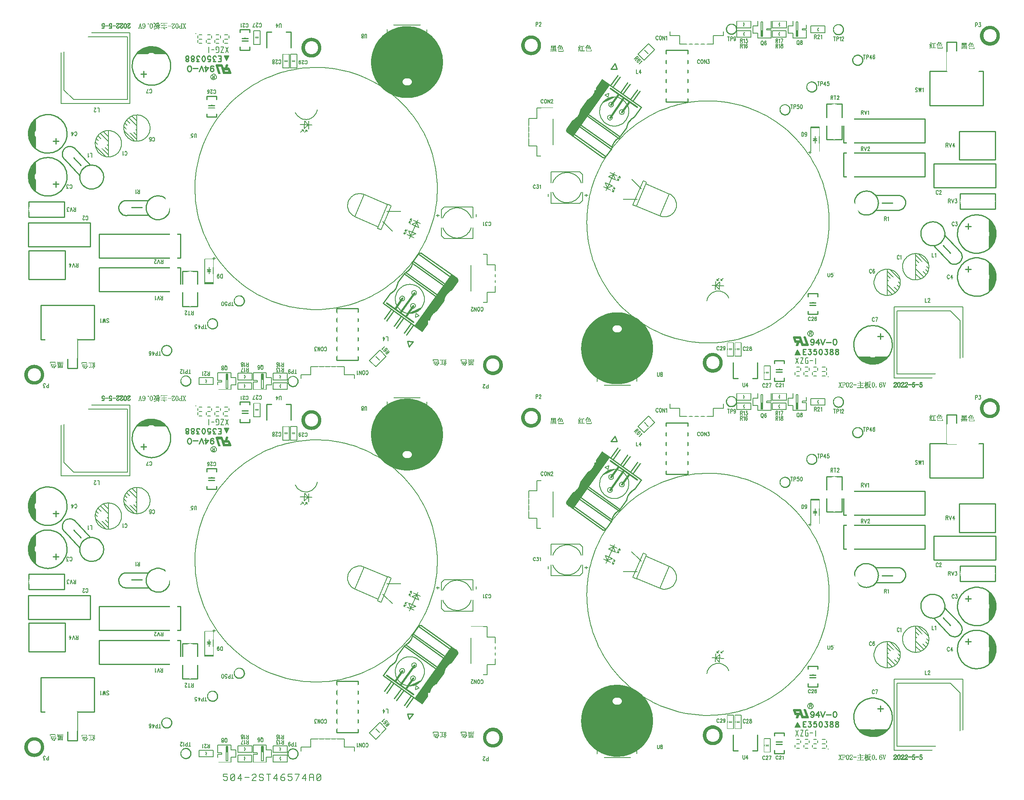
<source format=gto>
*
%FSLAX26Y26*%
%MOIN*%
%ADD10C,0.006000*%
%ADD11C,0.010000*%
%ADD12C,0.011810*%
%ADD13C,0.007870*%
%ADD14C,0.008000*%
%ADD15C,0.012000*%
%ADD16C,0.015750*%
%ADD17C,0.005910*%
%ADD18C,0.005900*%
%ADD19C,0.004528*%
%ADD20C,0.005122*%
%ADD21C,0.005126*%
%ADD22C,0.005130*%
%ADD23C,0.005134*%
%ADD24C,0.005138*%
%ADD25C,0.008030*%
%ADD26C,0.009840*%
%ADD27C,0.007087*%
%ADD28C,0.011811*%
%ADD29C,0.007874*%
%ADD30C,0.050472*%
%ADD31C,0.073150*%
%ADD32C,0.084016*%
%ADD33C,0.076142*%
%ADD34C,0.091890*%
%ADD35R,0.063150X0.063150*%
%ADD36C,0.131260*%
%ADD37C,0.080079*%
%ADD38C,0.043150*%
%ADD39R,0.093150X0.093150*%
%ADD40C,0.064331*%
%ADD41R,0.098150X0.098150*%
%ADD42R,0.072205X0.072205*%
%ADD43R,0.052520X0.052520*%
%ADD44C,0.062520*%
%ADD45C,0.056457*%
%ADD46R,0.076142X0.076142*%
%ADD47R,0.045148X0.045148*%
%ADD48R,0.053150X0.053150*%
%ADD49R,0.047146X0.047146*%
%ADD50R,0.091890X0.091890*%
%ADD51C,0.111575*%
%ADD52R,0.068268X0.068268*%
%ADD53C,0.061181*%
%ADD54C,0.069055*%
%ADD55C,0.108268*%
%ADD56C,0.064961*%
%ADD57C,0.019685*%
%ADD58C,0.031496*%
%IPPOS*%
%LN504-2st46574a0.gto*%
%LPD*%
G75*
G54D10*
X2745697Y200211D02*
X2315059D01*
Y334211D01*
X2397059D01*
Y402211D01*
X2673059D01*
Y334211D01*
X2755059D01*
Y206760D01*
X3715639Y931071D02*
Y1327071D01*
X3849639D01*
Y1242071D01*
X3917639D01*
Y1015071D01*
X3849639D01*
Y931071D01*
X3715639D01*
X2005109Y241301D02*
Y221301D01*
X1990609D01*
Y341301D01*
X2005109D01*
Y236301D01*
X1713609Y241301D02*
Y221301D01*
X1699109D01*
Y341301D01*
X1713609D01*
Y236301D01*
G54D11*
X580709Y1389771D02*
X68899D01*
Y1586621D01*
X580709D01*
Y1389771D01*
X1553739Y2556071D02*
X1603739D01*
X1553739Y2536071D02*
X1603739D01*
X1578739D02*
Y2526071D01*
Y2556071D02*
Y2566071D01*
X1538739Y2606071D02*
Y2631071D01*
X1618739D01*
Y2606071D01*
X1538739Y2486071D02*
Y2461071D01*
X1618739D01*
Y2486071D01*
X2785659Y455001D02*
Y880201D01*
X2608489D02*
Y455001D01*
X2785659Y880201D02*
X2608489D01*
Y455001D02*
X2785659D01*
X3239479Y609151D02*
X3191429Y609601D01*
X3207449Y564301D01*
X3239479Y609151D01*
X3282559Y1331091D02*
X3238819Y1269841D01*
X3166129Y1168071D02*
X3117539Y1100041D01*
X3044859Y998271D02*
X2991959Y924211D01*
X3060839Y875011D02*
X2969839Y747591D01*
X3080069Y861281D02*
X2988479Y733051D01*
X3050949Y688431D02*
X3142539Y816661D01*
X3069589Y673891D02*
X3161759Y802931D01*
X3132649Y630081D02*
X3224239Y758311D01*
X3151289Y615541D02*
X3243459Y744581D01*
X3602939Y1102271D02*
X3559199Y1041021D01*
X3486509Y939251D02*
X3437919Y871221D01*
X3365239Y769451D02*
X3312339Y695391D01*
X2991959Y924211D02*
X3312339Y695391D01*
X3486509Y939251D02*
X3166129Y1168071D01*
X3178719Y1179421D02*
X3493159Y954841D01*
X3546609Y1029671D02*
X3232169Y1254251D01*
X3238819Y1269841D02*
X3559199Y1041021D01*
X3602939Y1102271D02*
X3282559Y1331091D01*
X3598369Y1129731D02*
X3310019Y1335671D01*
X3178539Y1179321D02*
X3187326Y1184859D01*
X3195549Y1191205D01*
X3203132Y1198303D01*
X3210009Y1206088D01*
X3216116Y1214490D01*
X3221398Y1223433D01*
X3225809Y1232837D01*
X3229308Y1242617D01*
X3231863Y1252685D01*
X3232129Y1254031D01*
X3057259Y1009521D02*
X3066046Y1015059D01*
X3074269Y1021405D01*
X3081852Y1028502D01*
X3088728Y1036286D01*
X3094835Y1044688D01*
X3100118Y1053631D01*
X3104528Y1063034D01*
X3108027Y1072814D01*
X3110582Y1082881D01*
X3110849Y1084231D01*
X3238839Y1269881D02*
X3235627Y1264546D01*
X3233296Y1258771D01*
X3232169Y1254271D01*
X3546549Y1029641D02*
X3551709Y1033126D01*
X3556255Y1037381D01*
X3559169Y1040981D01*
X3486489Y939221D02*
X3489701Y944556D01*
X3492031Y950331D01*
X3493159Y954831D01*
X3178789Y1179461D02*
X3173628Y1175976D01*
X3169081Y1171722D01*
X3166159Y1168111D01*
X3117569Y1100081D02*
X3114357Y1094747D01*
X3112026Y1088972D01*
X3110899Y1084471D01*
X3425269Y859841D02*
X3430431Y863324D01*
X3434979Y867577D01*
X3437899Y871181D01*
X3057509Y1009661D02*
X3052350Y1006174D01*
X3047805Y1001917D01*
X3044889Y998311D01*
X3365209Y769421D02*
X3368424Y774753D01*
X3370759Y780526D01*
X3371889Y785021D01*
X3602929Y1102251D02*
X3605073Y1106093D01*
X3606310Y1110315D01*
X3606580Y1114707D01*
X3605868Y1119049D01*
X3604209Y1123124D01*
X3601688Y1126729D01*
X3598429Y1129685D01*
X3598379Y1129721D01*
X3310039Y1335651D02*
X3306200Y1337796D01*
X3301980Y1339036D01*
X3297590Y1339307D01*
X3293250Y1338596D01*
X3289175Y1336940D01*
X3285571Y1334420D01*
X3282616Y1331163D01*
X3282579Y1331111D01*
X3425519Y859981D02*
X3416731Y854443D01*
X3408509Y848096D01*
X3400926Y840999D01*
X3394050Y833213D01*
X3387943Y824811D01*
X3382660Y815868D01*
X3378250Y806464D01*
X3374751Y796684D01*
X3372196Y786616D01*
X3371929Y785261D01*
X3546789Y1029781D02*
X3538002Y1024242D01*
X3529781Y1017895D01*
X3522198Y1010797D01*
X3515323Y1003011D01*
X3509217Y994608D01*
X3503936Y985665D01*
X3499527Y976260D01*
X3496029Y966480D01*
X3493475Y956413D01*
X3493209Y955061D01*
X3604469Y1117051D02*
X3544019Y1032421D01*
X3490839Y957961D02*
X3423129Y863161D01*
X3369659Y788291D02*
X3306889Y700411D01*
X1464569Y897641D02*
Y1188981D01*
X1338579D01*
Y897641D01*
X1464569D01*
X1322839Y1216541D02*
X653539D01*
Y1019691D01*
X1322839D01*
Y1216541D01*
Y1496071D02*
X653539D01*
Y1299221D01*
X1322839D01*
Y1496071D01*
X365249Y1761821D02*
X73909D01*
Y1635831D01*
X365249D01*
Y1761821D01*
X173229Y909451D02*
X614169D01*
Y625991D01*
X173229D01*
Y909451D01*
X393699Y627721D02*
X473699D01*
Y387721D01*
X393699D01*
Y627721D01*
X1325949Y283691D02*
X1326441Y277351D01*
X1327907Y271164D01*
X1330311Y265277D01*
X1333595Y259832D01*
X1337680Y254959D01*
X1342469Y250776D01*
X1347847Y247383D01*
X1353684Y244860D01*
X1359840Y243270D01*
X1366169Y242649D01*
X1372517Y243014D01*
X1378733Y244354D01*
X1384667Y246638D01*
X1390178Y249811D01*
X1395132Y253797D01*
X1399411Y258501D01*
X1402913Y263809D01*
X1405552Y269594D01*
X1407267Y275717D01*
X1408015Y282031D01*
X1407779Y288386D01*
X1406565Y294628D01*
X1404401Y300607D01*
X1401340Y306180D01*
X1397455Y311214D01*
X1392839Y315587D01*
X1387603Y319195D01*
X1381873Y321952D01*
X1375785Y323790D01*
X1369487Y324666D01*
X1363130Y324558D01*
X1356864Y323470D01*
X1350843Y321428D01*
X1345208Y318480D01*
X1340097Y314698D01*
X1335631Y310171D01*
X1331918Y305009D01*
X1329047Y299336D01*
X1327086Y293287D01*
X1326083Y287007D01*
X1325949Y283691D01*
X2207639Y279741D02*
X2208131Y273401D01*
X2209597Y267214D01*
X2212001Y261327D01*
X2215285Y255882D01*
X2219370Y251009D01*
X2224159Y246826D01*
X2229537Y243433D01*
X2235374Y240910D01*
X2241530Y239320D01*
X2247859Y238699D01*
X2254207Y239064D01*
X2260423Y240404D01*
X2266357Y242688D01*
X2271868Y245861D01*
X2276822Y249847D01*
X2281101Y254551D01*
X2284603Y259859D01*
X2287242Y265644D01*
X2288957Y271767D01*
X2289705Y278081D01*
X2289469Y284436D01*
X2288255Y290678D01*
X2286091Y296657D01*
X2283030Y302230D01*
X2279145Y307264D01*
X2274529Y311637D01*
X2269293Y315245D01*
X2263563Y318002D01*
X2257475Y319840D01*
X2251177Y320716D01*
X2244819Y320608D01*
X2238554Y319520D01*
X2232533Y317478D01*
X2226898Y314530D01*
X2221787Y310748D01*
X2217321Y306221D01*
X2213608Y301059D01*
X2210737Y295386D01*
X2208776Y289337D01*
X2207773Y283057D01*
X2207639Y279741D01*
X69879Y1968511D02*
X70372Y1956018D01*
X71849Y1943602D01*
X74299Y1931342D01*
X77709Y1919313D01*
X82057Y1907590D01*
X87315Y1896247D01*
X93451Y1885353D01*
X100426Y1874977D01*
X108198Y1865183D01*
X116718Y1856033D01*
X125933Y1847582D01*
X135785Y1839885D01*
X146214Y1832988D01*
X157154Y1826934D01*
X168537Y1821762D01*
X180292Y1817504D01*
X192346Y1814185D01*
X204625Y1811827D01*
X217051Y1810444D01*
X229548Y1810046D01*
X242037Y1810633D01*
X254441Y1812204D01*
X266682Y1814747D01*
X278685Y1818248D01*
X290374Y1822684D01*
X301678Y1828028D01*
X312525Y1834246D01*
X322848Y1841300D01*
X332582Y1849146D01*
X341668Y1857735D01*
X350049Y1867013D01*
X357672Y1876923D01*
X364490Y1887404D01*
X370460Y1898389D01*
X375546Y1909811D01*
X379716Y1921598D01*
X382943Y1933677D01*
X385208Y1945973D01*
X386496Y1958409D01*
X386801Y1970908D01*
X386119Y1983393D01*
X384454Y1995784D01*
X381818Y2008006D01*
X378227Y2019982D01*
X373703Y2031638D01*
X368274Y2042901D01*
X361973Y2053700D01*
X354842Y2063969D01*
X346922Y2073645D01*
X338265Y2082665D01*
X328923Y2090975D01*
X318956Y2098523D01*
X308424Y2105262D01*
X297394Y2111149D01*
X285934Y2116148D01*
X274116Y2120228D01*
X262012Y2123364D01*
X249700Y2125536D01*
X237254Y2126731D01*
X224753Y2126940D01*
X212274Y2126164D01*
X199895Y2124406D01*
X187694Y2121677D01*
X175745Y2117995D01*
X164124Y2113383D01*
X152903Y2107869D01*
X142151Y2101487D01*
X131936Y2094278D01*
X122321Y2086286D01*
X113366Y2077560D01*
X105127Y2068156D01*
X97655Y2058132D01*
X90997Y2047550D01*
X85193Y2036475D01*
X80280Y2024978D01*
X76290Y2013129D01*
X73245Y2001002D01*
X71167Y1988673D01*
X70066Y1976219D01*
X69879Y1968511D01*
X320849Y1906511D02*
X273849D01*
X296849Y1929011D02*
Y1882011D01*
X79849Y1918511D02*
Y2018011D01*
X88849Y2039011D02*
Y1896011D01*
X98349Y1884011D02*
Y2055011D01*
X107349Y2069011D02*
Y1869011D01*
X116849Y1858011D02*
Y2079011D01*
X125349Y2088511D02*
Y1849511D01*
X69879Y2322841D02*
X70372Y2310348D01*
X71849Y2297932D01*
X74299Y2285672D01*
X77709Y2273643D01*
X82057Y2261920D01*
X87315Y2250577D01*
X93451Y2239683D01*
X100426Y2229307D01*
X108198Y2219513D01*
X116718Y2210363D01*
X125933Y2201912D01*
X135785Y2194215D01*
X146214Y2187318D01*
X157154Y2181264D01*
X168537Y2176092D01*
X180292Y2171834D01*
X192346Y2168515D01*
X204625Y2166157D01*
X217051Y2164774D01*
X229548Y2164376D01*
X242037Y2164963D01*
X254441Y2166534D01*
X266682Y2169077D01*
X278685Y2172578D01*
X290374Y2177014D01*
X301678Y2182358D01*
X312525Y2188576D01*
X322848Y2195630D01*
X332582Y2203476D01*
X341668Y2212065D01*
X350049Y2221343D01*
X357672Y2231253D01*
X364490Y2241734D01*
X370460Y2252719D01*
X375546Y2264141D01*
X379716Y2275928D01*
X382943Y2288007D01*
X385208Y2300303D01*
X386496Y2312739D01*
X386801Y2325238D01*
X386119Y2337723D01*
X384454Y2350114D01*
X381818Y2362336D01*
X378227Y2374312D01*
X373703Y2385968D01*
X368274Y2397231D01*
X361973Y2408030D01*
X354842Y2418300D01*
X346922Y2427975D01*
X338265Y2436995D01*
X328923Y2445305D01*
X318956Y2452853D01*
X308424Y2459592D01*
X297394Y2465479D01*
X285934Y2470478D01*
X274116Y2474558D01*
X262012Y2477694D01*
X249700Y2479866D01*
X237254Y2481061D01*
X224753Y2481270D01*
X212274Y2480494D01*
X199895Y2478736D01*
X187694Y2476007D01*
X175745Y2472325D01*
X164124Y2467713D01*
X152903Y2462199D01*
X142151Y2455817D01*
X131936Y2448608D01*
X122321Y2440616D01*
X113366Y2431890D01*
X105127Y2422486D01*
X97655Y2412462D01*
X90997Y2401880D01*
X85193Y2390805D01*
X80280Y2379308D01*
X76290Y2367459D01*
X73245Y2355332D01*
X71167Y2343003D01*
X70066Y2330549D01*
X69879Y2322841D01*
X320849Y2260841D02*
X273849D01*
X296849Y2283341D02*
Y2236341D01*
X79849Y2272841D02*
Y2372341D01*
X88849Y2393341D02*
Y2250341D01*
X98349Y2238341D02*
Y2409341D01*
X107349Y2423341D02*
Y2223341D01*
X116849Y2212341D02*
Y2433341D01*
X125349Y2442841D02*
Y2203841D01*
X924129Y2881891D02*
X924622Y2869398D01*
X926099Y2856982D01*
X928549Y2844722D01*
X931959Y2832693D01*
X936307Y2820970D01*
X941565Y2809627D01*
X947701Y2798733D01*
X954676Y2788357D01*
X962448Y2778563D01*
X970968Y2769413D01*
X980183Y2760962D01*
X990035Y2753265D01*
X1000464Y2746368D01*
X1011404Y2740314D01*
X1022787Y2735142D01*
X1034542Y2730884D01*
X1046596Y2727565D01*
X1058875Y2725207D01*
X1071301Y2723824D01*
X1083798Y2723426D01*
X1096287Y2724013D01*
X1108691Y2725584D01*
X1120932Y2728127D01*
X1132935Y2731628D01*
X1144624Y2736064D01*
X1155928Y2741408D01*
X1166775Y2747626D01*
X1177098Y2754680D01*
X1186832Y2762526D01*
X1195918Y2771115D01*
X1204299Y2780393D01*
X1211922Y2790303D01*
X1218740Y2800784D01*
X1224710Y2811769D01*
X1229796Y2823191D01*
X1233966Y2834978D01*
X1237193Y2847057D01*
X1239458Y2859353D01*
X1240746Y2871789D01*
X1241051Y2884288D01*
X1240369Y2896773D01*
X1238704Y2909164D01*
X1236068Y2921386D01*
X1232477Y2933362D01*
X1227953Y2945018D01*
X1222524Y2956281D01*
X1216223Y2967080D01*
X1209092Y2977350D01*
X1201172Y2987025D01*
X1192515Y2996045D01*
X1183173Y3004355D01*
X1173206Y3011903D01*
X1162674Y3018642D01*
X1151644Y3024529D01*
X1140184Y3029528D01*
X1128366Y3033608D01*
X1116262Y3036744D01*
X1103950Y3038916D01*
X1091504Y3040111D01*
X1079003Y3040320D01*
X1066524Y3039544D01*
X1054145Y3037786D01*
X1041944Y3035057D01*
X1029995Y3031375D01*
X1018374Y3026763D01*
X1007153Y3021249D01*
X996401Y3014867D01*
X986186Y3007658D01*
X976571Y2999666D01*
X967616Y2990940D01*
X959377Y2981536D01*
X951905Y2971512D01*
X945247Y2960930D01*
X939443Y2949855D01*
X934530Y2938358D01*
X930540Y2926509D01*
X927495Y2914382D01*
X925417Y2902053D01*
X924316Y2889599D01*
X924129Y2881891D01*
X1020599Y2789391D02*
Y2836391D01*
X1043099Y2813391D02*
X996099D01*
X1032599Y3030391D02*
X1132099D01*
X1153099Y3021391D02*
X1010099D01*
X998099Y3011891D02*
X1169099D01*
X1183099Y3002891D02*
X983099D01*
X972099Y2993391D02*
X1193099D01*
X1202599Y2984891D02*
X963599D01*
X372049Y1122051D02*
X72839D01*
Y1358271D01*
X372049D01*
Y1122051D01*
X1038609Y1712751D02*
X1039102Y1702912D01*
X1040576Y1693171D01*
X1043017Y1683626D01*
X1046400Y1674374D01*
X1050690Y1665505D01*
X1055846Y1657111D01*
X1061815Y1649273D01*
X1068538Y1642072D01*
X1075947Y1635579D01*
X1083968Y1629859D01*
X1092521Y1624970D01*
X1101520Y1620960D01*
X1110874Y1617870D01*
X1120491Y1615730D01*
X1130273Y1614563D01*
X1140123Y1614380D01*
X1149942Y1615182D01*
X1159632Y1616962D01*
X1169095Y1619701D01*
X1178237Y1623373D01*
X1186966Y1627941D01*
X1195194Y1633358D01*
X1202840Y1639570D01*
X1209826Y1646516D01*
X1216083Y1654126D01*
X1221548Y1662323D01*
X1226166Y1671025D01*
X1229891Y1680146D01*
X1232685Y1689593D01*
X1234521Y1699272D01*
X1235381Y1709086D01*
X1235254Y1718937D01*
X1234144Y1728726D01*
X1232060Y1738354D01*
X1229024Y1747727D01*
X1225067Y1756749D01*
X1220227Y1765330D01*
X1214554Y1773384D01*
X1208104Y1780830D01*
X1200942Y1787595D01*
X1193139Y1793610D01*
X1184775Y1798814D01*
X1175931Y1803156D01*
X1166698Y1806592D01*
X1157168Y1809088D01*
X1147436Y1810619D01*
X1137600Y1811169D01*
X1127758Y1810733D01*
X1118009Y1809316D01*
X1108450Y1806930D01*
X1099178Y1803601D01*
X1090285Y1799362D01*
X1081860Y1794255D01*
X1073989Y1788331D01*
X1066748Y1781651D01*
X1060212Y1774279D01*
X1054446Y1766291D01*
X1049507Y1757767D01*
X1045445Y1748792D01*
X1042301Y1739455D01*
X1040106Y1729851D01*
X1038882Y1720076D01*
X1038609Y1712751D01*
X1006719Y1714641D02*
X920049D01*
X1058079Y1649941D02*
X885209D01*
X866629Y1772591D02*
X858987Y1770936D01*
X851614Y1768333D01*
X844627Y1764823D01*
X838137Y1760462D01*
X832247Y1755319D01*
X827051Y1749476D01*
X822632Y1743026D01*
X819059Y1736071D01*
X816390Y1728722D01*
X814666Y1721095D01*
X813915Y1713312D01*
X814150Y1705497D01*
X815366Y1697773D01*
X817544Y1690263D01*
X820649Y1683088D01*
X824633Y1676359D01*
X829431Y1670186D01*
X834968Y1664665D01*
X841156Y1659885D01*
X847896Y1655921D01*
X855080Y1652836D01*
X862596Y1650680D01*
X870324Y1649486D01*
X878140Y1649275D01*
X885179Y1649931D01*
X866609Y1772591D02*
X1052349D01*
X491479Y1966241D02*
X491972Y1956401D01*
X493446Y1946660D01*
X495887Y1937115D01*
X499269Y1927862D01*
X503560Y1918993D01*
X508716Y1910597D01*
X514685Y1902760D01*
X521408Y1895558D01*
X528818Y1889064D01*
X536839Y1883343D01*
X545392Y1878453D01*
X554391Y1874443D01*
X563745Y1871352D01*
X573362Y1869212D01*
X583145Y1868044D01*
X592996Y1867859D01*
X602815Y1868661D01*
X612505Y1870440D01*
X621969Y1873179D01*
X631112Y1876850D01*
X639842Y1881417D01*
X648071Y1886833D01*
X655718Y1893045D01*
X662706Y1899991D01*
X668964Y1907600D01*
X674430Y1915797D01*
X679050Y1924499D01*
X682776Y1933619D01*
X685572Y1943066D01*
X687409Y1952745D01*
X688270Y1962560D01*
X688145Y1972411D01*
X687036Y1982201D01*
X684954Y1991831D01*
X681920Y2001204D01*
X677964Y2010227D01*
X673126Y2018809D01*
X667454Y2026865D01*
X661005Y2034313D01*
X653844Y2041080D01*
X646042Y2047096D01*
X637678Y2052303D01*
X628835Y2056647D01*
X619603Y2060085D01*
X610072Y2062584D01*
X600340Y2064117D01*
X590504Y2064669D01*
X580661Y2064236D01*
X570911Y2062820D01*
X561351Y2060437D01*
X552078Y2057111D01*
X543183Y2052874D01*
X534757Y2047769D01*
X526883Y2041847D01*
X519641Y2035167D01*
X513102Y2027798D01*
X507333Y2019811D01*
X502392Y2011288D01*
X498327Y2002313D01*
X495180Y1992977D01*
X492981Y1983373D01*
X491754Y1973598D01*
X491479Y1966241D01*
X502319Y2062751D02*
X443149Y2126081D01*
X490109Y1981051D02*
X372089Y2107371D01*
X449079Y2204641D02*
X442657Y2209102D01*
X435725Y2212720D01*
X428394Y2215437D01*
X420778Y2217210D01*
X413000Y2218011D01*
X405183Y2217827D01*
X397452Y2216661D01*
X389928Y2214531D01*
X382732Y2211472D01*
X375978Y2207532D01*
X369774Y2202774D01*
X364217Y2197273D01*
X359397Y2191116D01*
X355389Y2184402D01*
X352258Y2177237D01*
X350054Y2169736D01*
X348810Y2162016D01*
X348548Y2154201D01*
X349270Y2146416D01*
X350967Y2138783D01*
X353610Y2131424D01*
X357158Y2124456D01*
X361555Y2117990D01*
X366730Y2112129D01*
X372019Y2107421D01*
X449009Y2204691D02*
X575819Y2068971D01*
X1545569Y755911D02*
X1546061Y749572D01*
X1547527Y743385D01*
X1549931Y737499D01*
X1553215Y732055D01*
X1557300Y727183D01*
X1562089Y723001D01*
X1567466Y719609D01*
X1573303Y717088D01*
X1579459Y715499D01*
X1585787Y714879D01*
X1592134Y715245D01*
X1598349Y716586D01*
X1604282Y718871D01*
X1609791Y722046D01*
X1614744Y726033D01*
X1619021Y730737D01*
X1622520Y736045D01*
X1625158Y741830D01*
X1626870Y747953D01*
X1627616Y754267D01*
X1627378Y760621D01*
X1626161Y766861D01*
X1623995Y772839D01*
X1620932Y778410D01*
X1617045Y783442D01*
X1612427Y787812D01*
X1607190Y791417D01*
X1601459Y794170D01*
X1595372Y796005D01*
X1589074Y796877D01*
X1582717Y796766D01*
X1576453Y795675D01*
X1570433Y793629D01*
X1564802Y790678D01*
X1559693Y786892D01*
X1555231Y782363D01*
X1551522Y777199D01*
X1548655Y771525D01*
X1546699Y765475D01*
X1545700Y759196D01*
X1545569Y755911D01*
X1167609Y535441D02*
X1168101Y529101D01*
X1169567Y522914D01*
X1171971Y517027D01*
X1175255Y511582D01*
X1179340Y506709D01*
X1184129Y502526D01*
X1189507Y499133D01*
X1195344Y496610D01*
X1201500Y495020D01*
X1207829Y494399D01*
X1214177Y494764D01*
X1220393Y496104D01*
X1226327Y498388D01*
X1231838Y501561D01*
X1236792Y505547D01*
X1241071Y510251D01*
X1244573Y515559D01*
X1247212Y521344D01*
X1248927Y527467D01*
X1249675Y533781D01*
X1249439Y540136D01*
X1248225Y546378D01*
X1246062Y552357D01*
X1243000Y557930D01*
X1239115Y562964D01*
X1234499Y567337D01*
X1229263Y570945D01*
X1223533Y573702D01*
X1217445Y575540D01*
X1211147Y576416D01*
X1204790Y576308D01*
X1198525Y575220D01*
X1192503Y573178D01*
X1186869Y570230D01*
X1181757Y566448D01*
X1177291Y561921D01*
X1173578Y556759D01*
X1170707Y551086D01*
X1168746Y545037D01*
X1167743Y538757D01*
X1167609Y535441D01*
X1766039Y944891D02*
X1766531Y938551D01*
X1767997Y932364D01*
X1770401Y926477D01*
X1773685Y921032D01*
X1777770Y916159D01*
X1782559Y911976D01*
X1787937Y908583D01*
X1793774Y906060D01*
X1799930Y904470D01*
X1806259Y903849D01*
X1812607Y904214D01*
X1818823Y905554D01*
X1824757Y907838D01*
X1830268Y911011D01*
X1835222Y914997D01*
X1839501Y919701D01*
X1843003Y925009D01*
X1845642Y930794D01*
X1847357Y936917D01*
X1848105Y943231D01*
X1847869Y949586D01*
X1846655Y955828D01*
X1844491Y961807D01*
X1841430Y967380D01*
X1837545Y972414D01*
X1832929Y976787D01*
X1827693Y980395D01*
X1821963Y983152D01*
X1815875Y984990D01*
X1809577Y985866D01*
X1803219Y985758D01*
X1796954Y984670D01*
X1790933Y982628D01*
X1785298Y979680D01*
X1780187Y975898D01*
X1775721Y971371D01*
X1772008Y966209D01*
X1769137Y960536D01*
X1767176Y954487D01*
X1766173Y948207D01*
X1766039Y944891D01*
X2033859Y3030561D02*
Y3160561D01*
X2073859D01*
X2233859Y3030561D02*
Y3160561D01*
X2193859D01*
X1829329Y3107251D02*
X1879329D01*
X1829329Y3087251D02*
X1879329D01*
X1854329D02*
Y3077251D01*
Y3107251D02*
Y3117251D01*
X1814329Y3157251D02*
Y3182251D01*
X1894329D01*
Y3157251D01*
X1814329Y3037251D02*
Y3012251D01*
X1894329D01*
Y3037251D01*
G54D12*
X3244629Y769401D02*
X3023809Y924771D01*
G54D13*
X1522889Y1287371D02*
X1593749D01*
Y1086131D01*
X1522889D01*
Y1287371D01*
X1600999Y1305351D02*
Y1285451D01*
X1612219Y1295821D02*
X1589279D01*
X1589799Y1094891D02*
X1527529D01*
X3082359Y1504391D02*
X2990149Y1596611D01*
X3153449Y1681781D02*
X3023449D01*
G54D14*
X1978349Y3170181D02*
X1927169D01*
Y3058181D01*
X1978349D01*
Y3170181D01*
X2167319Y2865261D02*
X2218499D01*
Y2977261D01*
X2167319D01*
Y2865261D01*
X1922140Y210123D02*
Y276060D01*
X1956140D01*
Y288123D01*
X1922140D01*
Y352560D01*
X2031077D01*
Y312060D01*
X2072077D01*
Y252123D01*
X2031077D01*
Y210123D01*
X1922140D01*
X1630640D02*
Y276060D01*
X1664640D01*
Y288123D01*
X1630640D01*
Y352560D01*
X1739577D01*
Y312060D01*
X1780577D01*
Y252123D01*
X1739577D01*
Y210123D01*
X1630640D01*
X2087250Y268819D02*
Y213703D01*
X2203187D01*
Y268819D01*
X2087250D01*
X2203467Y291913D02*
Y347030D01*
X2087530D01*
Y291913D01*
X2203467D01*
X1911027Y213703D02*
Y268819D01*
X1795090D01*
Y213703D01*
X1911027D01*
X1912037Y291913D02*
Y347030D01*
X1796100D01*
Y291913D01*
X1912037D01*
X1592787Y255043D02*
Y310160D01*
X1476850D01*
Y255043D01*
X1592787D01*
X2230319Y2865261D02*
X2281499D01*
Y2977261D01*
X2230319D01*
Y2865261D01*
X3211179Y840071D02*
X3308589Y886511D01*
X3220119Y842351D02*
X3301539Y881691D01*
X3233719Y842571D02*
X3293239Y871631D01*
X3130439Y963641D02*
X3130930Y959271D01*
X3132380Y955118D01*
X3134716Y951392D01*
X3137820Y948277D01*
X3141539Y945930D01*
X3145687Y944467D01*
X3150056Y943961D01*
X3154428Y944439D01*
X3158585Y945875D01*
X3162319Y948199D01*
X3165443Y951294D01*
X3167803Y955005D01*
X3169279Y959148D01*
X3169798Y963515D01*
X3169335Y967889D01*
X3167912Y972050D01*
X3165600Y975792D01*
X3162515Y978926D01*
X3158811Y981297D01*
X3154673Y982787D01*
X3150308Y983320D01*
X3145933Y982871D01*
X3141767Y981461D01*
X3138018Y979161D01*
X3134873Y976086D01*
X3132490Y972390D01*
X3130988Y968256D01*
X3130440Y963893D01*
X3130439Y963641D01*
X3219379Y902361D02*
X3219870Y897991D01*
X3221320Y893838D01*
X3223656Y890112D01*
X3226760Y886997D01*
X3230480Y884650D01*
X3234627Y883187D01*
X3238996Y882681D01*
X3243368Y883159D01*
X3247525Y884595D01*
X3251259Y886919D01*
X3254383Y890014D01*
X3256743Y893725D01*
X3258219Y897868D01*
X3258738Y902235D01*
X3258275Y906609D01*
X3256852Y910770D01*
X3254540Y914512D01*
X3251455Y917646D01*
X3247751Y920017D01*
X3243613Y921507D01*
X3239248Y922040D01*
X3234873Y921591D01*
X3230707Y920181D01*
X3226958Y917881D01*
X3223813Y914806D01*
X3221430Y911110D01*
X3219928Y906976D01*
X3219380Y902613D01*
X3219379Y902361D01*
X3228659Y1009501D02*
X3229150Y1005129D01*
X3230600Y1000976D01*
X3232936Y997248D01*
X3236041Y994132D01*
X3239760Y991783D01*
X3243908Y990318D01*
X3248278Y989811D01*
X3252651Y990287D01*
X3256810Y991722D01*
X3260546Y994044D01*
X3263674Y997138D01*
X3266036Y1000849D01*
X3267515Y1004992D01*
X3268038Y1009360D01*
X3267578Y1013735D01*
X3266158Y1017898D01*
X3263850Y1021643D01*
X3260767Y1024781D01*
X3257065Y1027157D01*
X3252927Y1028651D01*
X3248561Y1029190D01*
X3244184Y1028745D01*
X3240016Y1027341D01*
X3236263Y1025045D01*
X3233113Y1021974D01*
X3230724Y1018280D01*
X3229215Y1014148D01*
X3228661Y1009784D01*
X3228659Y1009501D01*
X3093279Y959591D02*
X3093772Y948723D01*
X3095247Y937945D01*
X3097693Y927344D01*
X3101088Y917008D01*
X3105406Y907023D01*
X3110610Y897469D01*
X3116658Y888426D01*
X3123500Y879968D01*
X3131080Y872164D01*
X3139336Y865079D01*
X3148199Y858771D01*
X3157598Y853291D01*
X3167454Y848685D01*
X3177686Y844991D01*
X3188211Y842238D01*
X3198942Y840450D01*
X3209791Y839642D01*
X3220669Y839819D01*
X3231486Y840980D01*
X3242153Y843117D01*
X3252583Y846210D01*
X3262690Y850236D01*
X3272391Y855160D01*
X3281606Y860943D01*
X3290259Y867536D01*
X3298280Y874886D01*
X3305602Y882933D01*
X3312165Y891609D01*
X3317915Y900844D01*
X3322806Y910562D01*
X3326796Y920683D01*
X3329853Y931123D01*
X3331952Y941798D01*
X3333076Y952619D01*
X3333215Y963497D01*
X3332369Y974343D01*
X3330543Y985068D01*
X3327754Y995583D01*
X3324024Y1005803D01*
X3319383Y1015643D01*
X3313871Y1025022D01*
X3307532Y1033863D01*
X3300418Y1042094D01*
X3292588Y1049647D01*
X3284106Y1056459D01*
X3275042Y1062476D01*
X3265470Y1067647D01*
X3255470Y1071929D01*
X3245122Y1075289D01*
X3234513Y1077697D01*
X3223730Y1079135D01*
X3212860Y1079590D01*
X3201994Y1079059D01*
X3191221Y1077546D01*
X3180629Y1075064D01*
X3170305Y1071632D01*
X3160334Y1067280D01*
X3150799Y1062042D01*
X3141777Y1055963D01*
X3133343Y1049091D01*
X3125566Y1041484D01*
X3118510Y1033204D01*
X3112232Y1024318D01*
X3106786Y1014901D01*
X3102214Y1005029D01*
X3098555Y994784D01*
X3095840Y984249D01*
X3094089Y973512D01*
X3093318Y962660D01*
X3093279Y959591D01*
X3264189Y840711D02*
X3289459Y822691D01*
X3258459Y809041D01*
X3264189Y840711D01*
G54D13*
X340589Y2570831D02*
Y2997569D01*
X581836Y3155871D02*
X907519D01*
Y2570441D01*
X340989D01*
X340589Y2570831D01*
X443349Y2603511D02*
X885469D01*
Y3122011D01*
X553977D01*
X364209Y3003520D02*
Y2682641D01*
X443349Y2603511D01*
G54D15*
X1998109Y297091D02*
Y338091D01*
X1706609Y297091D02*
Y338091D01*
G54D16*
X3301489Y709181D02*
X3597609Y1123791D01*
X3588659Y1134491D02*
X3289629Y715811D01*
X3280449Y723601D02*
X3576859Y1138621D01*
X3271489Y729991D02*
X3567909Y1145011D01*
X3259049Y740101D02*
X3555759Y1155531D01*
X3150119Y963641D02*
X3095509Y885901D01*
X3248349Y1009501D02*
X3139689Y854861D01*
X3239059Y902361D02*
X3185019Y825451D01*
G54D17*
X620949Y2239531D02*
X621442Y2229210D01*
X622917Y2218983D01*
X625360Y2208943D01*
X628749Y2199182D01*
X633053Y2189788D01*
X638234Y2180848D01*
X644243Y2172442D01*
X651025Y2164647D01*
X658521Y2157535D01*
X666660Y2151169D01*
X675369Y2145608D01*
X684568Y2140903D01*
X694174Y2137097D01*
X704100Y2134223D01*
X714254Y2132309D01*
X724544Y2131372D01*
X734876Y2131419D01*
X745158Y2132452D01*
X755293Y2134460D01*
X765192Y2137426D01*
X774762Y2141321D01*
X783917Y2146111D01*
X792574Y2151753D01*
X800654Y2158193D01*
X808083Y2165375D01*
X814794Y2173232D01*
X820724Y2181694D01*
X825821Y2190682D01*
X830038Y2200115D01*
X833337Y2209907D01*
X835687Y2219969D01*
X837067Y2230210D01*
X837464Y2240535D01*
X836875Y2250851D01*
X835306Y2261064D01*
X832770Y2271081D01*
X829290Y2280810D01*
X824899Y2290163D01*
X819636Y2299055D01*
X813550Y2307405D01*
X806695Y2315137D01*
X799134Y2322179D01*
X790936Y2328469D01*
X782176Y2333949D01*
X772933Y2338569D01*
X763292Y2342286D01*
X753341Y2345067D01*
X743169Y2346887D01*
X732871Y2347729D01*
X722539Y2347585D01*
X712268Y2346457D01*
X702151Y2344355D01*
X692281Y2341298D01*
X682747Y2337314D01*
X673637Y2332439D01*
X665032Y2326718D01*
X657013Y2320203D01*
X649650Y2312952D01*
X643013Y2305033D01*
X637161Y2296517D01*
X632147Y2287482D01*
X628018Y2278010D01*
X624811Y2268188D01*
X622554Y2258105D01*
X621269Y2247852D01*
X620949Y2239531D01*
X706379Y2134411D02*
X624879Y2215911D01*
X856299Y2368041D02*
X856792Y2357719D01*
X858267Y2347492D01*
X860710Y2337452D01*
X864099Y2327690D01*
X868403Y2318296D01*
X873584Y2309355D01*
X879593Y2300948D01*
X886376Y2293153D01*
X893871Y2286040D01*
X902010Y2279674D01*
X910719Y2274112D01*
X919919Y2269406D01*
X929525Y2265599D01*
X939451Y2262725D01*
X949605Y2260810D01*
X959896Y2259872D01*
X970229Y2259919D01*
X980511Y2260951D01*
X990647Y2262959D01*
X1000546Y2265923D01*
X1010117Y2269818D01*
X1019273Y2274608D01*
X1027931Y2280248D01*
X1036012Y2286688D01*
X1043442Y2293870D01*
X1050154Y2301727D01*
X1056086Y2310188D01*
X1061184Y2319176D01*
X1065403Y2328609D01*
X1068703Y2338401D01*
X1071054Y2348463D01*
X1072435Y2358704D01*
X1072834Y2369029D01*
X1072247Y2379346D01*
X1070679Y2389559D01*
X1068144Y2399577D01*
X1064666Y2409307D01*
X1060276Y2418662D01*
X1055015Y2427555D01*
X1048929Y2435906D01*
X1042075Y2443640D01*
X1034515Y2450684D01*
X1026318Y2456976D01*
X1017559Y2462457D01*
X1008317Y2467079D01*
X998676Y2470799D01*
X988725Y2473582D01*
X978553Y2475404D01*
X968254Y2476248D01*
X957922Y2476107D01*
X947650Y2474981D01*
X937533Y2472881D01*
X927661Y2469826D01*
X918126Y2465844D01*
X909014Y2460971D01*
X900408Y2455252D01*
X892386Y2448738D01*
X885022Y2441489D01*
X878382Y2433571D01*
X872527Y2425057D01*
X867511Y2416023D01*
X863379Y2406551D01*
X860169Y2396730D01*
X857909Y2386646D01*
X856621Y2376394D01*
X856299Y2368041D01*
X941729Y2262921D02*
X860239Y2344411D01*
G54D18*
X729209Y2132051D02*
Y2346621D01*
Y2298591D02*
X688659Y2338741D01*
X728429Y2258821D02*
X662869Y2323981D01*
X729209Y2219851D02*
X644169Y2304891D01*
X729209Y2180481D02*
X629609Y2280081D01*
X728819Y2146621D02*
X622319Y2252331D01*
X964569Y2260561D02*
Y2475121D01*
Y2427091D02*
X924019Y2467251D01*
X963779Y2387331D02*
X898229Y2452481D01*
X964569Y2348351D02*
X879529Y2433391D01*
X964569Y2308981D02*
X864959Y2408591D01*
X964169Y2275121D02*
X857679Y2380831D01*
G54D19*
X246959Y437071D02*
X248699Y436201D01*
X248959Y435871D01*
X249549Y433511D01*
X249559Y433471D01*
X250149Y429931D01*
X250159Y429851D01*
Y426211D01*
X250379D01*
X250929Y434021D01*
X250959Y434141D01*
X252139Y437681D01*
X252449Y438001D01*
X254229Y438591D01*
X254379Y438611D01*
X285089D01*
X285209Y438601D01*
X287579Y438011D01*
X287919Y437711D01*
X289099Y434761D01*
X289139Y434571D01*
Y421581D01*
X288639Y421081D01*
X259109D01*
X258609Y421581D01*
Y423791D01*
X256659Y423011D01*
Y409771D01*
X256509Y409411D01*
X255119Y408031D01*
X257839Y405761D01*
X259299Y407711D01*
X259699Y407911D01*
X272689D01*
X273189Y407411D01*
X273069Y407081D01*
X269529Y402951D01*
X269499Y402921D01*
X266549Y399971D01*
X266499Y399921D01*
X264129Y398151D01*
X263949Y398061D01*
X262389Y397671D01*
X265589Y394011D01*
X267579Y396501D01*
X267969Y396691D01*
X280959D01*
X281459Y396191D01*
X281349Y395871D01*
X278989Y392921D01*
X278749Y392761D01*
X277889Y392471D01*
X281399Y389841D01*
X285249Y396441D01*
X285259Y396451D01*
X289399Y402951D01*
X289449Y403021D01*
X294759Y408921D01*
X294779Y408941D01*
X298589Y412751D01*
X291889Y407601D01*
X291089Y408001D01*
Y437961D01*
X290069Y439501D01*
X289049Y440001D01*
X286799Y440571D01*
X253269D01*
X249329Y439441D01*
X246959Y437071D01*
X258609Y408591D02*
Y420401D01*
X259109Y420901D01*
X272099D01*
X272599Y420401D01*
Y408591D01*
X272099Y408091D01*
X259109D01*
X258609Y408591D01*
X274549D02*
Y420401D01*
X275049Y420901D01*
X288639D01*
X289139Y420401D01*
Y408591D01*
X288639Y408091D01*
X275049D01*
X274549Y408591D01*
X267539Y397621D02*
X273439Y407661D01*
X273869Y407911D01*
X288049D01*
X288399Y407761D01*
X289579Y406581D01*
X289609Y405901D01*
X286059Y401761D01*
X281929Y397041D01*
X281549Y396871D01*
X267969D01*
X267539Y397621D01*
X309849Y438141D02*
X310319Y437201D01*
X312019Y434931D01*
X314319Y433201D01*
X318109Y430501D01*
D03*
X314789Y435471D01*
X314779Y435501D01*
X312409Y439641D01*
X312369Y439731D01*
X311819Y441391D01*
X311459Y441751D01*
X311389D01*
X310939Y440861D01*
X309849Y438141D01*
X323439Y438091D02*
X324499Y435441D01*
X326179Y433761D01*
X329349Y431111D01*
X329379Y431141D01*
X327739Y434961D01*
X327719Y435021D01*
X326539Y439151D01*
X326019Y440711D01*
X325349Y441051D01*
X324479Y440181D01*
X323439Y438091D01*
X335789Y438201D02*
X336329Y436581D01*
X338029Y434311D01*
X340859Y431481D01*
X339549Y434991D01*
X339529Y435021D01*
X338349Y439161D01*
X338329Y439301D01*
Y440861D01*
X337649Y441541D01*
X336879Y440771D01*
X335789Y438591D01*
Y438201D01*
X348189Y430351D02*
X348499D01*
X349569Y434121D01*
X349609Y434201D01*
X350789Y436571D01*
X350849Y436661D01*
X353799Y440211D01*
X353829Y440241D01*
X354069Y440481D01*
X353389Y441161D01*
X350849D01*
X349279Y439591D01*
X348779Y438591D01*
Y436931D01*
X348769Y436841D01*
X348189Y433931D01*
Y430351D01*
X308059Y427571D02*
X311659Y423521D01*
X314829Y427221D01*
X315209Y427391D01*
X330569D01*
X331069Y426891D01*
Y420991D01*
X330569Y420491D01*
X312999D01*
X316369Y417541D01*
X318989Y420161D01*
X319339Y420311D01*
X330569D01*
X331069Y419811D01*
Y412131D01*
X330569Y411631D01*
X316389D01*
X315889Y412131D01*
Y413681D01*
X313349Y412411D01*
Y406261D01*
X313929Y402161D01*
X313939Y402091D01*
Y397371D01*
X313739Y396971D01*
X311839Y395541D01*
X314569Y392811D01*
X315989Y394711D01*
X316389Y394911D01*
X347099D01*
X347319Y394861D01*
X350139Y393451D01*
Y414271D01*
X347599Y413001D01*
Y412131D01*
X347099Y411631D01*
X333519D01*
X333019Y412131D01*
Y419811D01*
X333519Y420311D01*
X352099D01*
X351089Y421061D01*
X345969Y420491D01*
X345919D01*
X333519D01*
X333019Y420991D01*
Y426891D01*
X333519Y427391D01*
X356519D01*
X355769Y428141D01*
X350099Y427581D01*
X350049Y427571D01*
X308059D01*
X315889Y395591D02*
Y410951D01*
X316389Y411451D01*
X330569D01*
X331069Y410951D01*
Y395591D01*
X330569Y395091D01*
X316389D01*
X315889Y395591D01*
X333019D02*
Y410951D01*
X333519Y411451D01*
X347099D01*
X347599Y410951D01*
Y395591D01*
X347099Y395091D01*
X333519D01*
X333019Y395591D01*
X506709Y433051D02*
X508449Y432181D01*
X508709Y431861D01*
X509299Y429501D01*
X509309Y429461D01*
X509899Y425911D01*
X509909Y425831D01*
Y422201D01*
X510129D01*
X510679Y430001D01*
X510709Y430121D01*
X511889Y433671D01*
X512199Y433981D01*
X513979Y434571D01*
X514129Y434601D01*
X544839D01*
X544959Y434581D01*
X547329Y433991D01*
X547669Y433691D01*
X548849Y430741D01*
X548889Y430561D01*
Y417561D01*
X548389Y417061D01*
X518859D01*
X518359Y417561D01*
Y419781D01*
X516409Y419001D01*
Y405751D01*
X516259Y405401D01*
X514879Y404011D01*
X517589Y401751D01*
X519049Y403691D01*
X519449Y403891D01*
X532439D01*
X532939Y403391D01*
X532819Y403061D01*
X529279Y398931D01*
X529249Y398901D01*
X526299Y395951D01*
X526249Y395901D01*
X523879Y394131D01*
X523699Y394051D01*
X522139Y393651D01*
X525339Y390001D01*
X527329Y392481D01*
X527719Y392671D01*
X540709D01*
X541209Y392171D01*
X541099Y391861D01*
X538739Y388901D01*
X538509Y388741D01*
X537639Y388451D01*
X541149Y385821D01*
X544999Y392421D01*
X545009Y392441D01*
X549149Y398931D01*
X549199Y399001D01*
X554509Y404911D01*
X554529Y404921D01*
X558339Y408731D01*
X551639Y403581D01*
X550839Y403981D01*
Y433951D01*
X549819Y435481D01*
X548799Y435991D01*
X546549Y436551D01*
X513019D01*
X509079Y435431D01*
X506709Y433051D01*
X518359Y404571D02*
Y416381D01*
X518859Y416881D01*
X531849D01*
X532349Y416381D01*
Y404571D01*
X531849Y404071D01*
X518859D01*
X518359Y404571D01*
X534299D02*
Y416381D01*
X534799Y416881D01*
X548389D01*
X548889Y416381D01*
Y404571D01*
X548389Y404071D01*
X534799D01*
X534299Y404571D01*
X527289Y393601D02*
X533189Y403641D01*
X533619Y403891D01*
X547799D01*
X548149Y403741D01*
X549329Y402561D01*
X549359Y401881D01*
X545809Y397751D01*
X541679Y393021D01*
X541299Y392851D01*
X527719D01*
X527289Y393601D01*
X566609Y434191D02*
X569669Y430701D01*
X572839Y433861D01*
X573189Y434011D01*
X581459D01*
X581959Y433511D01*
Y397481D01*
X581459Y396981D01*
X568489D01*
X572009Y393471D01*
X575199Y396661D01*
X575549Y396801D01*
X595899D01*
X594899Y397561D01*
X589779Y396991D01*
X589729Y396981D01*
X584999D01*
X584499Y397481D01*
Y433511D01*
X584999Y434011D01*
X599739D01*
X598989Y434761D01*
X593319Y434191D01*
X593269D01*
X566609D01*
X597759Y427891D02*
X602589Y429271D01*
X609079Y431041D01*
X609089D01*
X613819Y432221D01*
X613839Y432231D01*
X616029Y432671D01*
X613869Y435691D01*
X613109Y434931D01*
X612949Y434821D01*
X608829Y433051D01*
X602939Y430111D01*
X602909Y430101D01*
X597759Y427891D01*
X595349Y400921D02*
X598419Y398281D01*
X600499Y402431D01*
X600509Y402461D01*
X602869Y406591D01*
X603279Y406841D01*
X613909Y407431D01*
X614439Y406931D01*
X614339Y406631D01*
X609039Y399571D01*
X603739Y390731D01*
X603589Y390571D01*
X602419Y389791D01*
X605429Y387641D01*
X607559Y393521D01*
X607589Y393591D01*
X611139Y400091D01*
X611149Y400101D01*
X612919Y403061D01*
X612949Y403101D01*
X614719Y405461D01*
X614769Y405521D01*
X616539Y407291D01*
X616889Y407431D01*
X617099D01*
X615059Y410301D01*
X614289Y409531D01*
X614059Y409401D01*
X611719Y408821D01*
X608189Y407641D01*
X608099Y407621D01*
X603969Y407031D01*
X603399Y407521D01*
X603509Y407841D01*
X606459Y411381D01*
X608819Y414331D01*
X610589Y416681D01*
X610629Y416741D01*
X614169Y420281D01*
X614249Y420341D01*
X615629Y421261D01*
X613759Y424551D01*
X611239Y423041D01*
X611179Y423011D01*
X607049Y421241D01*
X607009Y421221D01*
X601689Y419451D01*
X601679D01*
X596129Y417781D01*
Y417591D01*
X612659Y421011D01*
X613259Y420521D01*
X613079Y420131D01*
X609569Y417211D01*
X606059Y413111D01*
X601929Y407801D01*
X597199Y401901D01*
X597039Y401761D01*
X595349Y400921D01*
G54D20*
X675303Y3218787D02*
X675893Y3214107D01*
X678223Y3210607D01*
X681103Y3207727D01*
X685113Y3207157D01*
X689153Y3207737D01*
X691453Y3209457D01*
X693853Y3211857D01*
X694703Y3211507D01*
Y3211467D01*
X693493Y3195697D01*
X692993Y3195237D01*
X676443D01*
X676003Y3192597D01*
X694343D01*
X695503Y3212937D01*
X693863Y3213347D01*
X692833Y3211277D01*
X692613Y3211057D01*
X690183Y3209847D01*
X690103Y3209807D01*
X685853Y3208597D01*
X685623Y3208587D01*
X682593Y3209197D01*
X682333Y3209327D01*
X679903Y3211757D01*
X679793Y3211927D01*
X678583Y3214957D01*
X678553Y3215067D01*
X677943Y3219317D01*
Y3219387D01*
D03*
Y3219447D01*
X678553Y3224297D01*
X678573Y3224397D01*
X679783Y3228027D01*
X679953Y3228267D01*
X682983Y3230687D01*
X683193Y3230787D01*
X686223Y3231397D01*
X686383D01*
X691833Y3230797D01*
X692133Y3230657D01*
X693343Y3229437D01*
X693463Y3229247D01*
X694073Y3227427D01*
X694103Y3227267D01*
X694073Y3227107D01*
X693473Y3225307D01*
X692913Y3223077D01*
X693383Y3222157D01*
X694853Y3221177D01*
X696803Y3222157D01*
X697333Y3224247D01*
X696773Y3227017D01*
X693893Y3229897D01*
X691003Y3231637D01*
X686923Y3232217D01*
X681683Y3231637D01*
X678223Y3228757D01*
X675893Y3224687D01*
X675303Y3218787D01*
X704403Y3210787D02*
X729473D01*
Y3212217D01*
X704403D01*
Y3210787D01*
X735933Y3218787D02*
X736523Y3214107D01*
X738853Y3210607D01*
X741733Y3207727D01*
X745743Y3207157D01*
X749783Y3207737D01*
X752083Y3209457D01*
X754483Y3211857D01*
X755333Y3211507D01*
Y3211467D01*
X754123Y3195697D01*
X753623Y3195237D01*
X737073D01*
X736633Y3192597D01*
X754973D01*
X756133Y3212937D01*
X754493Y3213347D01*
X753463Y3211277D01*
X753243Y3211057D01*
X750813Y3209847D01*
X750733Y3209807D01*
X746483Y3208597D01*
X746253Y3208587D01*
X743213Y3209197D01*
X742963Y3209327D01*
X740533Y3211757D01*
X740423Y3211927D01*
X739213Y3214957D01*
X739183Y3215067D01*
X738573Y3219317D01*
Y3219387D01*
D03*
Y3219447D01*
X739183Y3224297D01*
X739203Y3224397D01*
X740413Y3228027D01*
X740583Y3228267D01*
X743613Y3230687D01*
X743823Y3230787D01*
X746853Y3231397D01*
X747013D01*
X752463Y3230797D01*
X752763Y3230657D01*
X753973Y3229437D01*
X754093Y3229247D01*
X754703Y3227427D01*
X754733Y3227267D01*
X754703Y3227107D01*
X754103Y3225307D01*
X753543Y3223077D01*
X754013Y3222157D01*
X755473Y3221177D01*
X757433Y3222157D01*
X757963Y3224247D01*
X757403Y3227017D01*
X754523Y3229897D01*
X751633Y3231637D01*
X747553Y3232217D01*
X742313Y3231637D01*
X738853Y3228757D01*
X736523Y3224687D01*
X735933Y3218787D01*
X765033Y3210787D02*
X790103D01*
Y3212217D01*
X765033D01*
Y3210787D01*
X796623Y3222917D02*
X796943D01*
X798023Y3225617D01*
X798623Y3227427D01*
X798823Y3227687D01*
X800633Y3228897D01*
X800753Y3228957D01*
X802573Y3229557D01*
X802733Y3229587D01*
X817283D01*
X817783Y3229087D01*
X817643Y3228737D01*
X815833Y3226927D01*
X812823Y3223307D01*
X812813Y3223297D01*
X808563Y3218447D01*
X808543Y3218427D01*
X800103Y3209977D01*
X798333Y3207037D01*
X797173Y3204127D01*
Y3201837D01*
X797753Y3197727D01*
X799463Y3194877D01*
X802913Y3192587D01*
X807583Y3191997D01*
X811673Y3192587D01*
X815123Y3194307D01*
X817433Y3197767D01*
X818603Y3201877D01*
Y3203507D01*
X818153Y3204407D01*
X816093Y3204917D01*
X814653Y3204437D01*
X814173Y3203017D01*
X814713Y3201387D01*
X815913Y3198997D01*
X815963Y3198767D01*
X815943Y3198617D01*
X815333Y3196797D01*
X815213Y3196597D01*
X813393Y3194777D01*
X813313Y3194717D01*
X811503Y3193507D01*
X811323Y3193427D01*
X808293Y3192827D01*
X808103Y3192817D01*
X804473Y3193427D01*
X804253Y3193517D01*
X801823Y3195337D01*
X801683Y3195517D01*
X800463Y3197937D01*
X800423Y3198087D01*
X799813Y3201717D01*
Y3201807D01*
D03*
Y3201887D01*
X800423Y3205527D01*
X800453Y3205627D01*
X801663Y3208657D01*
X801713Y3208747D01*
X804133Y3212387D01*
X804203Y3212467D01*
X812063Y3220327D01*
X815083Y3223947D01*
X817493Y3226967D01*
X819213Y3229257D01*
Y3232227D01*
X797723D01*
X796623Y3222917D01*
X826943D02*
X827253D01*
X828333Y3225617D01*
X828933Y3227427D01*
X829133Y3227687D01*
X830953Y3228897D01*
X831073Y3228957D01*
X832893Y3229557D01*
X833053Y3229587D01*
X847603D01*
X848103Y3229087D01*
X847953Y3228737D01*
X846153Y3226927D01*
X843133Y3223307D01*
X843123Y3223297D01*
X838883Y3218447D01*
X838863Y3218427D01*
X830413Y3209977D01*
X828643Y3207037D01*
X827483Y3204127D01*
Y3201837D01*
X828073Y3197727D01*
X829783Y3194877D01*
X833223Y3192587D01*
X837893Y3191997D01*
X841993Y3192587D01*
X845443Y3194307D01*
X847743Y3197767D01*
X848923Y3201877D01*
Y3203507D01*
X848463Y3204407D01*
X846403Y3204917D01*
X844963Y3204437D01*
X844493Y3203017D01*
X845033Y3201387D01*
X846223Y3198997D01*
X846283Y3198767D01*
X846253Y3198617D01*
X845653Y3196797D01*
X845523Y3196597D01*
X843713Y3194777D01*
X843633Y3194717D01*
X841813Y3193507D01*
X841633Y3193427D01*
X838603Y3192827D01*
X838423Y3192817D01*
X834783Y3193427D01*
X834563Y3193517D01*
X832143Y3195337D01*
X831993Y3195517D01*
X830783Y3197937D01*
X830733Y3198087D01*
X830133Y3201717D01*
X830123Y3201807D01*
D03*
X830133Y3201887D01*
X830733Y3205527D01*
X830763Y3205627D01*
X831973Y3208657D01*
X832023Y3208747D01*
X834453Y3212387D01*
X834513Y3212467D01*
X842383Y3220327D01*
X845393Y3223947D01*
X847813Y3226967D01*
X849523Y3229257D01*
Y3232227D01*
X828033D01*
X826943Y3222917D01*
X856593Y3212107D02*
X857183Y3203747D01*
X860163Y3197207D01*
X861923Y3194857D01*
X863623Y3193157D01*
X868213Y3192007D01*
X872813Y3193157D01*
X874503Y3194857D01*
X876273Y3197207D01*
X879243Y3203747D01*
X879843Y3212107D01*
X879243Y3220477D01*
X876273Y3227007D01*
X874503Y3229367D01*
X872763Y3231097D01*
X870523Y3232227D01*
X865903D01*
X863663Y3231097D01*
X861923Y3229367D01*
X860163Y3227007D01*
X857183Y3220477D01*
X856593Y3212107D01*
X859833D03*
Y3212147D01*
X860443Y3220027D01*
Y3220087D01*
X861663Y3226157D01*
X861703Y3226277D01*
X862913Y3228707D01*
X863013Y3228837D01*
X864223Y3230047D01*
X864303Y3230107D01*
X866113Y3231317D01*
X866393Y3231407D01*
X869423D01*
X869703Y3231317D01*
X871523Y3230107D01*
X871603Y3230047D01*
X872813Y3228837D01*
X872903Y3228707D01*
X874113Y3226277D01*
X874153Y3226197D01*
X875973Y3220137D01*
X875983Y3220027D01*
X876593Y3212147D01*
Y3212107D01*
D03*
Y3212067D01*
X875983Y3204187D01*
X875973Y3204087D01*
X874153Y3198017D01*
X874083Y3197887D01*
X871663Y3194247D01*
X871403Y3194057D01*
X869623Y3193457D01*
X868433Y3192867D01*
X868053Y3192837D01*
X864413Y3194057D01*
X864163Y3194247D01*
X861733Y3197887D01*
X861663Y3198067D01*
X860443Y3204127D01*
Y3204187D01*
X859833Y3212067D01*
Y3212107D01*
X887573Y3222917D02*
X887883D01*
X888963Y3225617D01*
X889563Y3227427D01*
X889763Y3227687D01*
X891583Y3228897D01*
X891703Y3228957D01*
X893523Y3229557D01*
X893683Y3229587D01*
X908233D01*
X908733Y3229087D01*
X908583Y3228737D01*
X906783Y3226927D01*
X903763Y3223307D01*
X903753Y3223297D01*
X899513Y3218447D01*
X899493Y3218427D01*
X891043Y3209977D01*
X889273Y3207037D01*
X888113Y3204127D01*
Y3201837D01*
X888703Y3197727D01*
X890413Y3194877D01*
X893853Y3192587D01*
X898523Y3191997D01*
X902623Y3192587D01*
X906073Y3194307D01*
X908373Y3197767D01*
X909553Y3201877D01*
Y3203507D01*
X909093Y3204407D01*
X907033Y3204917D01*
X905593Y3204437D01*
X905123Y3203017D01*
X905663Y3201387D01*
X906853Y3198997D01*
X906913Y3198767D01*
X906883Y3198617D01*
X906283Y3196797D01*
X906153Y3196597D01*
X904343Y3194777D01*
X904263Y3194717D01*
X902443Y3193507D01*
X902263Y3193427D01*
X899233Y3192827D01*
X899053Y3192817D01*
X895413Y3193427D01*
X895193Y3193517D01*
X892773Y3195337D01*
X892623Y3195517D01*
X891413Y3197937D01*
X891363Y3198087D01*
X890763Y3201717D01*
X890753Y3201807D01*
D03*
X890763Y3201887D01*
X891363Y3205527D01*
X891393Y3205627D01*
X892603Y3208657D01*
X892653Y3208747D01*
X895083Y3212387D01*
X895143Y3212467D01*
X903013Y3220327D01*
X906023Y3223947D01*
X908443Y3226967D01*
X910153Y3229257D01*
Y3232227D01*
X888663D01*
X887573Y3222917D01*
G54D19*
X976633Y3192597D02*
X984123D01*
Y3192817D01*
X982803D01*
X982453Y3192957D01*
X981843Y3193567D01*
X981753Y3193697D01*
X981143Y3194907D01*
X981093Y3195137D01*
X981113Y3195287D01*
X981713Y3197087D01*
X988383Y3224357D01*
X988863Y3224737D01*
X989473D01*
X989963Y3224347D01*
X996633Y3195857D01*
X996643Y3195737D01*
X996613Y3195577D01*
X996013Y3193767D01*
X995763Y3193477D01*
X994543Y3192867D01*
X994323Y3192817D01*
X993613D01*
Y3192597D01*
X1002923D01*
Y3192817D01*
X1002203D01*
X1002043Y3192837D01*
X1000233Y3193447D01*
X999893Y3193827D01*
X999293Y3196847D01*
X990893Y3232227D01*
X989863D01*
X980863Y3196827D01*
X980803Y3196697D01*
X978993Y3193667D01*
X978783Y3193477D01*
X977573Y3192867D01*
X977343Y3192817D01*
X976633D01*
Y3192597D01*
X1008163Y3218787D02*
X1008753Y3214667D01*
X1010493Y3210627D01*
X1013933Y3208327D01*
X1018573Y3207167D01*
X1020843Y3207737D01*
X1023753Y3208897D01*
X1025473Y3210617D01*
X1027273Y3213017D01*
X1028173Y3212717D01*
Y3207257D01*
X1028163Y3207187D01*
X1027563Y3202947D01*
X1027543Y3202857D01*
X1026323Y3199217D01*
X1026303Y3199157D01*
X1025083Y3196727D01*
X1024953Y3196557D01*
X1021923Y3194137D01*
X1021743Y3194047D01*
X1017503Y3192837D01*
X1017363Y3192817D01*
X1016153D01*
X1015923Y3192867D01*
X1014713Y3193477D01*
X1014493Y3193697D01*
X1013883Y3194907D01*
X1013833Y3195137D01*
Y3196867D01*
X1013333Y3198377D01*
X1011903Y3198847D01*
X1010503Y3198387D01*
X1010013Y3196407D01*
X1010523Y3195387D01*
X1011643Y3193707D01*
X1013893Y3192577D01*
X1016763Y3192007D01*
X1020293Y3192587D01*
X1022623Y3193177D01*
X1025483Y3194887D01*
X1029033Y3200797D01*
X1030223Y3204367D01*
X1031413Y3209137D01*
Y3213907D01*
X1030813Y3221697D01*
X1028453Y3227597D01*
X1026143Y3229907D01*
X1024383Y3231077D01*
X1022093Y3232227D01*
X1019213D01*
X1015153Y3231647D01*
X1011673Y3228747D01*
X1008753Y3224657D01*
X1008163Y3218787D01*
X1010803Y3218777D03*
Y3218827D01*
X1011413Y3224887D01*
X1011433Y3224997D01*
X1012643Y3228637D01*
X1012823Y3228877D01*
X1015243Y3230697D01*
X1015443Y3230787D01*
X1018473Y3231397D01*
X1018663D01*
X1022293Y3230787D01*
X1022563Y3230657D01*
X1025603Y3227617D01*
X1025713Y3227447D01*
X1027533Y3222597D01*
X1027563Y3222467D01*
X1028163Y3216407D01*
X1028173Y3216357D01*
X1028113Y3216127D01*
X1026303Y3212497D01*
X1026153Y3212317D01*
X1023723Y3210497D01*
X1023653Y3210447D01*
X1021223Y3209237D01*
X1021123Y3209197D01*
X1018693Y3208597D01*
X1018473Y3208587D01*
X1015443Y3209197D01*
X1015243Y3209287D01*
X1012823Y3211107D01*
X1012653Y3211317D01*
X1011443Y3214347D01*
X1011413Y3214467D01*
X1010803Y3218707D01*
Y3218777D01*
X1054243Y3228077D02*
X1055253Y3227067D01*
X1057383Y3226007D01*
X1059433Y3227037D01*
X1060453Y3229087D01*
X1059433Y3231137D01*
X1057383Y3232167D01*
X1054243Y3230597D01*
Y3228077D01*
X1068793Y3212107D02*
X1069393Y3203747D01*
X1072363Y3197207D01*
X1074123Y3194857D01*
X1075823Y3193157D01*
X1080423Y3192007D01*
X1085013Y3193157D01*
X1086713Y3194857D01*
X1088473Y3197207D01*
X1091443Y3203747D01*
X1092043Y3212107D01*
X1091443Y3220477D01*
X1088473Y3227007D01*
X1086713Y3229367D01*
X1084973Y3231097D01*
X1082723Y3232227D01*
X1078113D01*
X1075863Y3231097D01*
X1074123Y3229367D01*
X1072363Y3227007D01*
X1069393Y3220477D01*
X1068793Y3212107D01*
X1072033D03*
Y3212147D01*
X1072643Y3220027D01*
X1072653Y3220087D01*
X1073863Y3226157D01*
X1073913Y3226277D01*
X1075123Y3228707D01*
X1075213Y3228837D01*
X1076423Y3230047D01*
X1076503Y3230107D01*
X1078323Y3231317D01*
X1078603Y3231407D01*
X1081633D01*
X1081913Y3231317D01*
X1083723Y3230107D01*
X1083803Y3230047D01*
X1085013Y3228837D01*
X1085113Y3228707D01*
X1086323Y3226277D01*
X1086353Y3226197D01*
X1088173Y3220137D01*
X1088193Y3220027D01*
X1088803Y3212147D01*
Y3212107D01*
D03*
Y3212067D01*
X1088193Y3204187D01*
X1088173Y3204087D01*
X1086353Y3198017D01*
X1086293Y3197887D01*
X1083863Y3194247D01*
X1083603Y3194057D01*
X1081823Y3193457D01*
X1080643Y3192867D01*
X1080263Y3192837D01*
X1076623Y3194057D01*
X1076363Y3194247D01*
X1073943Y3197887D01*
X1073863Y3198067D01*
X1072653Y3204127D01*
X1072643Y3204187D01*
X1072033Y3212067D01*
Y3212107D01*
X1099183Y3235447D02*
X1107293Y3231967D01*
X1107453Y3231867D01*
X1111083Y3228227D01*
X1111113Y3228197D01*
X1114153Y3224557D01*
X1114263Y3224237D01*
X1114213Y3224017D01*
X1112393Y3220377D01*
X1112383Y3220347D01*
X1109983Y3216147D01*
X1108173Y3210737D01*
X1108163Y3210707D01*
X1105743Y3204647D01*
X1105503Y3204387D01*
X1103693Y3203487D01*
X1106493Y3200687D01*
X1108563Y3202767D01*
X1108913Y3202907D01*
X1125893D01*
X1126393Y3202407D01*
Y3193317D01*
X1126013Y3192827D01*
X1121163Y3191617D01*
X1121113Y3191607D01*
X1116873Y3190997D01*
X1113263Y3190397D01*
X1110853Y3189797D01*
X1110803Y3189787D01*
X1106563Y3189177D01*
X1106493D01*
X1104543D01*
X1107233Y3186037D01*
X1112353Y3188317D01*
X1112393Y3188337D01*
X1114203Y3188937D01*
X1117213Y3190137D01*
X1117243Y3190147D01*
X1120883Y3191367D01*
X1120923Y3191377D01*
X1125773Y3192587D01*
X1126113Y3192547D01*
X1129033Y3191097D01*
Y3207257D01*
Y3207297D01*
X1129633Y3215787D01*
X1129643Y3215827D01*
X1130853Y3223697D01*
X1131463Y3227947D01*
X1131503Y3228097D01*
X1133323Y3231737D01*
X1133393Y3231827D01*
X1139043Y3238627D01*
X1138723Y3238787D01*
X1133573Y3233637D01*
X1130583Y3228257D01*
X1128203Y3222897D01*
X1127603Y3216307D01*
X1126393Y3203577D01*
X1125893Y3203117D01*
X1123463D01*
X1122973Y3203517D01*
X1120563Y3214397D01*
X1116933Y3224057D01*
X1116903Y3224237D01*
X1117023Y3224557D01*
X1120663Y3228807D01*
X1120713Y3228857D01*
X1124963Y3232497D01*
X1125033Y3232547D01*
X1133543Y3237557D01*
X1124913Y3233497D01*
X1120153Y3230517D01*
X1116573Y3226337D01*
X1115783Y3226367D01*
X1112773Y3230577D01*
X1109793Y3233567D01*
X1106203Y3236557D01*
X1103533Y3238157D01*
X1101993Y3236617D01*
X1101823Y3236507D01*
X1099183Y3235447D01*
X1108413Y3203617D02*
X1108433Y3203767D01*
X1111473Y3213467D01*
X1111493Y3213527D01*
X1115133Y3221417D01*
X1116023Y3221437D01*
X1120273Y3213557D01*
X1120313Y3213447D01*
X1122743Y3203747D01*
X1122753Y3203617D01*
X1122253Y3203117D01*
X1108913D01*
X1108413Y3203617D01*
X1132433Y3199487D02*
X1135013Y3196477D01*
X1137663Y3199127D01*
X1138013Y3199267D01*
X1140443D01*
X1140943Y3198767D01*
Y3189067D01*
X1140793Y3188717D01*
X1139443Y3187367D01*
X1143583Y3185067D01*
Y3198767D01*
X1144083Y3199267D01*
X1152573D01*
X1151813Y3200037D01*
X1149653Y3199497D01*
X1149533Y3199487D01*
X1144083D01*
X1143583Y3199987D01*
D03*
X1143603Y3200127D01*
X1147843Y3214077D01*
X1147863Y3214137D01*
X1152993Y3225517D01*
X1148153Y3218537D01*
X1144543Y3210097D01*
X1143583Y3210287D01*
Y3239187D01*
X1140943Y3237867D01*
Y3207867D01*
X1140053Y3207547D01*
X1137023Y3211187D01*
X1136963Y3211277D01*
X1135143Y3214917D01*
X1135113Y3214987D01*
X1134553Y3216687D01*
X1134383Y3216857D01*
X1133623Y3216107D01*
X1133083Y3213397D01*
X1134163Y3211227D01*
X1136493Y3209487D01*
X1140733Y3206457D01*
X1140943Y3206047D01*
Y3199987D01*
X1140443Y3199487D01*
X1132433D01*
X1160443Y3235257D02*
X1164663Y3231037D01*
X1167953Y3234867D01*
X1168333Y3235047D01*
X1184703D01*
X1185203Y3234547D01*
Y3216957D01*
X1184703Y3216457D01*
X1167113D01*
X1170723Y3212847D01*
X1173403Y3216067D01*
X1173793Y3216247D01*
X1184703D01*
X1185203Y3215747D01*
Y3199987D01*
X1184703Y3199487D01*
X1162973D01*
X1167063Y3195847D01*
X1169763Y3199087D01*
X1170153Y3199267D01*
X1208963D01*
X1208163Y3200067D01*
X1202943Y3199487D01*
X1202893D01*
X1188343D01*
X1187843Y3199987D01*
Y3215747D01*
X1188343Y3216247D01*
X1205533D01*
X1204503Y3217617D01*
X1198743Y3216467D01*
X1198643Y3216457D01*
X1188343D01*
X1187843Y3216957D01*
Y3234547D01*
X1188343Y3235047D01*
X1212593D01*
X1211803Y3235837D01*
X1205973Y3235257D01*
X1205923D01*
X1160443D01*
X1183993Y3191767D02*
X1185583Y3190697D01*
X1185623Y3190677D01*
X1188623Y3188277D01*
X1192723Y3185987D01*
X1189153Y3190587D01*
X1189093Y3190697D01*
X1187293Y3194897D01*
X1186133Y3196637D01*
X1185913Y3196847D01*
X1184543Y3195487D01*
X1183993Y3193257D01*
Y3191767D01*
X1219763Y3210787D02*
X1244833D01*
Y3212217D01*
X1219763D01*
Y3210787D01*
X1251353Y3222917D02*
X1251663D01*
X1252743Y3225617D01*
X1253343Y3227427D01*
X1253543Y3227687D01*
X1255363Y3228897D01*
X1255483Y3228957D01*
X1257303Y3229557D01*
X1257453Y3229587D01*
X1272013D01*
X1272513Y3229087D01*
X1272363Y3228737D01*
X1270563Y3226927D01*
X1267543Y3223307D01*
X1267533Y3223297D01*
X1263293Y3218447D01*
X1263263Y3218427D01*
X1254823Y3209977D01*
X1253053Y3207037D01*
X1251893Y3204127D01*
Y3201837D01*
X1252483Y3197727D01*
X1254193Y3194877D01*
X1257633Y3192587D01*
X1262303Y3191997D01*
X1266403Y3192587D01*
X1269843Y3194307D01*
X1272153Y3197767D01*
X1273323Y3201877D01*
Y3203507D01*
X1272873Y3204407D01*
X1270813Y3204917D01*
X1269373Y3204437D01*
X1268903Y3203017D01*
X1269443Y3201387D01*
X1270633Y3198997D01*
X1270693Y3198767D01*
X1270663Y3198617D01*
X1270063Y3196797D01*
X1269933Y3196597D01*
X1268123Y3194777D01*
X1268043Y3194717D01*
X1266223Y3193507D01*
X1266043Y3193427D01*
X1263013Y3192827D01*
X1262833Y3192817D01*
X1259193Y3193427D01*
X1258973Y3193517D01*
X1256553Y3195337D01*
X1256403Y3195517D01*
X1255193Y3197937D01*
X1255143Y3198087D01*
X1254543Y3201717D01*
X1254533Y3201807D01*
D03*
X1254543Y3201887D01*
X1255143Y3205527D01*
X1255173Y3205627D01*
X1256383Y3208657D01*
X1256433Y3208747D01*
X1258863Y3212387D01*
X1258923Y3212467D01*
X1266793Y3220327D01*
X1269803Y3223947D01*
X1272223Y3226967D01*
X1273933Y3229257D01*
Y3232227D01*
X1252443D01*
X1251353Y3222917D01*
X1281003Y3212107D02*
X1281593Y3203747D01*
X1284563Y3197207D01*
X1286333Y3194857D01*
X1288033Y3193157D01*
X1292623Y3192007D01*
X1297213Y3193157D01*
X1298913Y3194857D01*
X1300683Y3197207D01*
X1303653Y3203747D01*
X1304243Y3212107D01*
X1303653Y3220477D01*
X1300683Y3227007D01*
X1298913Y3229367D01*
X1297173Y3231097D01*
X1294933Y3232227D01*
X1290313D01*
X1288073Y3231097D01*
X1286333Y3229367D01*
X1284563Y3227007D01*
X1281593Y3220477D01*
X1281003Y3212107D01*
X1284243D03*
Y3212147D01*
X1284853Y3220027D01*
Y3220087D01*
X1286073Y3226157D01*
X1286113Y3226277D01*
X1287323Y3228707D01*
X1287423Y3228837D01*
X1288633Y3230047D01*
X1288703Y3230107D01*
X1290523Y3231317D01*
X1290803Y3231407D01*
X1293833D01*
X1294113Y3231317D01*
X1295933Y3230107D01*
X1296013Y3230047D01*
X1297223Y3228837D01*
X1297313Y3228707D01*
X1298523Y3226277D01*
X1298563Y3226197D01*
X1300373Y3220137D01*
X1300393Y3220027D01*
X1301003Y3212147D01*
Y3212107D01*
D03*
Y3212067D01*
X1300393Y3204187D01*
X1300373Y3204087D01*
X1298563Y3198017D01*
X1298493Y3197887D01*
X1296073Y3194247D01*
X1295813Y3194057D01*
X1294023Y3193457D01*
X1292843Y3192867D01*
X1292463Y3192837D01*
X1288823Y3194057D01*
X1288573Y3194247D01*
X1286143Y3197887D01*
X1286073Y3198067D01*
X1284853Y3204127D01*
Y3204187D01*
X1284243Y3212067D01*
Y3212107D01*
X1310713Y3202417D02*
X1311283Y3198367D01*
X1313583Y3195507D01*
X1317053Y3193187D01*
X1322363Y3192597D01*
X1335773D01*
Y3192817D01*
X1335063D01*
X1334903Y3192837D01*
X1333083Y3193447D01*
X1332793Y3193697D01*
X1332193Y3194907D01*
X1332143Y3195137D01*
Y3229697D01*
X1332193Y3229917D01*
X1332793Y3231127D01*
X1333083Y3231377D01*
X1334903Y3231987D01*
X1335063Y3232007D01*
X1335773D01*
Y3232227D01*
X1325863D01*
Y3232007D01*
X1326573D01*
X1326733Y3231987D01*
X1328553Y3231377D01*
X1328843Y3231127D01*
X1329453Y3229917D01*
X1329503Y3229697D01*
Y3213327D01*
X1329003Y3212827D01*
X1321763D01*
X1317663Y3212237D01*
X1314163Y3209907D01*
X1311283Y3207027D01*
X1310713Y3202417D01*
X1313343Y3202407D03*
Y3202467D01*
X1313953Y3207317D01*
X1314063Y3207567D01*
X1316483Y3210607D01*
X1316653Y3210737D01*
X1319073Y3211947D01*
X1319223Y3211997D01*
X1322853Y3212607D01*
X1322943D01*
X1329003D01*
X1329503Y3212107D01*
Y3195137D01*
X1329453Y3194907D01*
X1328843Y3193697D01*
X1328553Y3193447D01*
X1326733Y3192837D01*
X1326573Y3192817D01*
X1323543D01*
X1323473D01*
X1319233Y3193427D01*
X1319043Y3193497D01*
X1316013Y3195307D01*
X1315843Y3195487D01*
X1314023Y3198517D01*
X1313953Y3198687D01*
X1313353Y3202327D01*
X1313343Y3202407D01*
X1339813Y3232007D02*
X1339913D01*
X1340073Y3231987D01*
X1341893Y3231377D01*
X1342083Y3231257D01*
X1343903Y3229437D01*
X1344013Y3229287D01*
X1351893Y3211097D01*
Y3210687D01*
X1344613Y3194927D01*
X1344513Y3194777D01*
X1343303Y3193567D01*
X1343173Y3193477D01*
X1341953Y3192867D01*
X1341733Y3192817D01*
X1341023D01*
Y3192597D01*
X1349113D01*
Y3192817D01*
X1347193D01*
X1346833Y3192957D01*
X1346233Y3193567D01*
X1346083Y3193917D01*
X1346093Y3194017D01*
X1346703Y3197047D01*
X1346733Y3197157D01*
X1352193Y3209287D01*
X1353103Y3209277D01*
X1358563Y3196547D01*
X1358593Y3196467D01*
X1359193Y3194047D01*
X1359213Y3193917D01*
X1359063Y3193567D01*
X1358453Y3192957D01*
X1358103Y3192817D01*
X1356783D01*
Y3192597D01*
X1365483D01*
Y3192817D01*
X1364773D01*
X1364553Y3192867D01*
X1363333Y3193477D01*
X1363203Y3193567D01*
X1361993Y3194777D01*
X1361893Y3194937D01*
X1354003Y3213127D01*
X1353963Y3213327D01*
X1354023Y3213547D01*
X1361903Y3229307D01*
X1361933Y3229367D01*
X1363143Y3231187D01*
X1363403Y3231377D01*
X1365223Y3231987D01*
X1365383Y3232007D01*
X1366093D01*
Y3232227D01*
X1357993D01*
Y3232007D01*
X1358103D01*
X1358323Y3231957D01*
X1359543Y3231357D01*
X1359763Y3231127D01*
X1360373Y3229917D01*
X1360423Y3229697D01*
Y3228477D01*
X1360343Y3228207D01*
X1359143Y3226417D01*
X1353703Y3214927D01*
X1352793Y3214937D01*
X1346733Y3228887D01*
X1346693Y3229087D01*
Y3230907D01*
X1346963Y3231357D01*
X1348183Y3231957D01*
X1348403Y3232007D01*
X1349113D01*
Y3232227D01*
X1339813D01*
Y3232007D01*
X3401119Y457401D02*
X3402859Y456531D01*
X3403119Y456201D01*
X3403709Y453841D01*
X3403719Y453801D01*
X3404309Y450261D01*
X3404319Y450171D01*
Y446541D01*
X3404539D01*
X3405089Y454341D01*
X3405119Y454471D01*
X3406299Y458011D01*
X3406609Y458331D01*
X3408389Y458921D01*
X3408539Y458941D01*
X3439249D01*
X3439369Y458931D01*
X3441739Y458341D01*
X3442079Y458041D01*
X3443259Y455081D01*
X3443299Y454901D01*
Y441911D01*
X3442799Y441411D01*
X3413269D01*
X3412769Y441911D01*
Y444121D01*
X3410819Y443341D01*
Y430101D01*
X3410669Y429741D01*
X3409279Y428361D01*
X3411999Y426091D01*
X3413459Y428031D01*
X3413859Y428231D01*
X3426849D01*
X3427349Y427731D01*
X3427229Y427411D01*
X3423689Y423271D01*
X3423659Y423251D01*
X3420709Y420291D01*
X3420659Y420251D01*
X3418289Y418481D01*
X3418109Y418391D01*
X3416549Y418001D01*
X3419749Y414341D01*
X3421739Y416831D01*
X3422129Y417011D01*
X3435119D01*
X3435619Y416511D01*
X3435509Y416201D01*
X3433149Y413251D01*
X3432909Y413091D01*
X3432049Y412801D01*
X3435559Y410161D01*
X3439409Y416771D01*
X3439419Y416781D01*
X3443559Y423281D01*
X3443609Y423341D01*
X3448919Y429251D01*
X3448939Y429271D01*
X3452749Y433081D01*
X3446049Y427931D01*
X3445249Y428321D01*
Y458291D01*
X3444229Y459831D01*
X3443209Y460331D01*
X3440959Y460901D01*
X3407429D01*
X3403489Y459771D01*
X3401119Y457401D01*
X3412769Y428911D02*
Y440731D01*
X3413269Y441231D01*
X3426259D01*
X3426759Y440731D01*
Y428911D01*
X3426259Y428411D01*
X3413269D01*
X3412769Y428911D01*
X3428709D02*
Y440731D01*
X3429209Y441231D01*
X3442799D01*
X3443299Y440731D01*
Y428911D01*
X3442799Y428411D01*
X3429209D01*
X3428709Y428911D01*
X3421699Y417951D02*
X3427599Y427991D01*
X3428029Y428231D01*
X3442209D01*
X3442559Y428091D01*
X3443739Y426911D01*
X3443769Y426231D01*
X3440219Y422091D01*
X3436089Y417371D01*
X3435709Y417191D01*
X3422129D01*
X3421699Y417951D01*
X3461019Y458531D02*
X3464079Y455041D01*
X3467249Y458211D01*
X3467599Y458351D01*
X3475869D01*
X3476369Y457851D01*
Y421831D01*
X3475869Y421331D01*
X3462899D01*
X3466419Y417811D01*
X3469609Y421001D01*
X3469959Y421151D01*
X3490309D01*
X3489309Y421901D01*
X3484189Y421331D01*
X3484129D01*
X3479409D01*
X3478909Y421831D01*
Y457851D01*
X3479409Y458351D01*
X3494149D01*
X3493399Y459101D01*
X3487729Y458541D01*
X3487679Y458531D01*
X3461019D01*
X3492169Y452231D02*
X3496999Y453611D01*
X3503489Y455381D01*
X3503499D01*
X3508229Y456571D01*
X3508249D01*
X3510439Y457011D01*
X3508279Y460031D01*
X3507519Y459271D01*
X3507359Y459161D01*
X3503239Y457401D01*
X3497349Y454451D01*
X3497319Y454441D01*
X3492169Y452231D01*
X3489759Y425261D02*
X3492829Y422621D01*
X3494909Y426781D01*
X3494919Y426801D01*
X3497279Y430931D01*
X3497689Y431191D01*
X3508319Y431781D01*
X3508849Y431281D01*
X3508749Y430981D01*
X3503449Y423911D01*
X3498149Y415071D01*
X3497989Y414921D01*
X3496829Y414141D01*
X3499829Y411991D01*
X3501969Y417871D01*
X3501999Y417931D01*
X3505549Y424431D01*
X3505559Y424451D01*
X3507329Y427401D01*
X3507359Y427441D01*
X3509129Y429811D01*
X3509169Y429861D01*
X3510949Y431631D01*
X3511299Y431781D01*
X3511509D01*
X3509459Y434641D01*
X3508699Y433881D01*
X3508469Y433741D01*
X3506119Y433161D01*
X3502599Y431981D01*
X3502509Y431961D01*
X3498379Y431371D01*
X3497809Y431871D01*
X3497919Y432191D01*
X3500869Y435731D01*
X3503229Y438671D01*
X3504989Y441031D01*
X3505039Y441081D01*
X3508579Y444621D01*
X3508659Y444691D01*
X3510039Y445611D01*
X3508169Y448891D01*
X3505649Y447381D01*
X3505589Y447351D01*
X3501459Y445581D01*
X3501419Y445571D01*
X3496099Y443791D01*
X3496089D01*
X3490539Y442131D01*
Y441931D01*
X3507059Y445351D01*
X3507669Y444861D01*
X3507489Y444481D01*
X3503979Y441551D01*
X3500469Y437461D01*
X3496339Y432151D01*
X3491609Y426241D01*
X3491439Y426111D01*
X3489759Y425261D01*
X3631369Y458681D02*
X3633109Y457811D01*
X3633369Y457491D01*
X3633959Y455131D01*
X3633969Y455091D01*
X3634559Y451541D01*
X3634569Y451461D01*
Y447831D01*
X3634779D01*
X3635339Y455631D01*
X3635369Y455751D01*
X3636549Y459301D01*
X3636859Y459611D01*
X3638639Y460201D01*
X3638789Y460231D01*
X3669499D01*
X3669619Y460211D01*
X3671989Y459621D01*
X3672329Y459321D01*
X3673509Y456371D01*
X3673549Y456191D01*
Y443191D01*
X3673049Y442691D01*
X3643519D01*
X3643019Y443191D01*
Y445411D01*
X3641069Y444631D01*
Y431381D01*
X3640919Y431031D01*
X3639529Y429641D01*
X3642249Y427381D01*
X3643709Y429321D01*
X3644109Y429521D01*
X3657099D01*
X3657599Y429021D01*
X3657479Y428691D01*
X3653939Y424561D01*
X3653909Y424531D01*
X3650959Y421581D01*
X3650899Y421531D01*
X3648539Y419761D01*
X3648359Y419681D01*
X3646799Y419281D01*
X3649999Y415631D01*
X3651989Y418111D01*
X3652379Y418301D01*
X3665369D01*
X3665869Y417801D01*
X3665759Y417491D01*
X3663399Y414531D01*
X3663159Y414371D01*
X3662299Y414081D01*
X3665809Y411451D01*
X3669659Y418051D01*
X3669669Y418071D01*
X3673799Y424561D01*
X3673849Y424631D01*
X3679169Y430541D01*
X3679189Y430551D01*
X3682999Y434361D01*
X3676299Y429211D01*
X3675499Y429611D01*
Y459581D01*
X3674469Y461111D01*
X3673459Y461621D01*
X3671209Y462181D01*
X3637679D01*
X3633739Y461051D01*
X3631369Y458681D01*
X3643019Y430201D02*
Y442011D01*
X3643519Y442511D01*
X3656509D01*
X3657009Y442011D01*
Y430201D01*
X3656509Y429701D01*
X3643519D01*
X3643019Y430201D01*
X3658959D02*
Y442011D01*
X3659459Y442511D01*
X3673049D01*
X3673549Y442011D01*
Y430201D01*
X3673049Y429701D01*
X3659459D01*
X3658959Y430201D01*
X3651949Y419231D02*
X3657849Y429271D01*
X3658279Y429521D01*
X3672449D01*
X3672809Y429371D01*
X3673989Y428191D01*
X3674019Y427511D01*
X3670469Y423381D01*
X3666339Y418651D01*
X3665959Y418481D01*
X3652379D01*
X3651949Y419231D01*
X3694259Y459751D02*
X3694729Y458811D01*
X3696429Y456541D01*
X3698729Y454821D01*
X3702519Y452111D01*
Y452121D01*
X3699199Y457091D01*
X3699189Y457121D01*
X3696819Y461251D01*
X3696779Y461341D01*
X3696229Y463001D01*
X3695869Y463361D01*
X3695799D01*
X3695349Y462481D01*
X3694259Y459751D01*
X3707839Y459711D02*
X3708899Y457061D01*
X3710589Y455371D01*
X3713759Y452731D01*
X3713789Y452761D01*
X3712149Y456581D01*
X3712129Y456641D01*
X3710949Y460761D01*
X3710429Y462331D01*
X3709759Y462661D01*
X3708889Y461791D01*
X3707839Y459711D01*
X3720199Y459811D02*
X3720739Y458191D01*
X3722439Y455921D01*
X3725269Y453091D01*
X3723959Y456601D01*
X3723939Y456641D01*
X3722759Y460771D01*
X3722739Y460911D01*
Y462471D01*
X3722059Y463161D01*
X3721289Y462391D01*
X3720199Y460201D01*
Y459811D01*
X3732599Y451961D02*
X3732899D01*
X3733979Y455731D01*
X3734019Y455821D01*
X3735199Y458181D01*
X3735259Y458281D01*
X3738209Y461821D01*
X3738239Y461851D01*
X3738479Y462091D01*
X3737799Y462771D01*
X3735259D01*
X3733689Y461201D01*
X3733189Y460201D01*
Y458551D01*
X3733179Y458451D01*
X3732599Y455551D01*
Y451961D01*
X3692469Y449191D02*
X3696069Y445131D01*
X3699239Y448831D01*
X3699619Y449011D01*
X3714969D01*
X3715469Y448511D01*
Y442601D01*
X3714969Y442101D01*
X3697409D01*
X3700779Y439151D01*
X3703399Y441771D01*
X3703749Y441921D01*
X3714969D01*
X3715469Y441421D01*
Y433741D01*
X3714969Y433241D01*
X3700799D01*
X3700299Y433741D01*
Y435301D01*
X3697759Y434031D01*
Y427871D01*
X3698339Y423781D01*
X3698349Y423701D01*
Y418981D01*
X3698149Y418581D01*
X3696249Y417151D01*
X3698979Y414431D01*
X3700399Y416331D01*
X3700799Y416531D01*
X3731509D01*
X3731729Y416471D01*
X3734549Y415071D01*
Y435891D01*
X3732009Y434621D01*
Y433741D01*
X3731509Y433241D01*
X3717929D01*
X3717429Y433741D01*
Y441421D01*
X3717929Y441921D01*
X3736509D01*
X3735499Y442671D01*
X3730379Y442111D01*
X3730329Y442101D01*
X3717929D01*
X3717429Y442601D01*
Y448511D01*
X3717929Y449011D01*
X3740929D01*
X3740179Y449761D01*
X3734509Y449191D01*
X3734459D01*
X3692469D01*
X3700299Y417211D02*
Y432561D01*
X3700799Y433061D01*
X3714969D01*
X3715469Y432561D01*
Y417211D01*
X3714969Y416711D01*
X3700799D01*
X3700299Y417211D01*
X3717429D02*
Y432561D01*
X3717929Y433061D01*
X3731509D01*
X3732009Y432561D01*
Y417211D01*
X3731509Y416711D01*
X3717929D01*
X3717429Y417211D01*
X3740299Y449641D02*
Y449011D01*
X3739299Y449671D02*
Y449011D01*
X3738299Y462271D02*
Y461911D01*
Y449571D02*
Y449011D01*
X3737299Y462771D02*
Y460731D01*
Y449471D02*
Y449011D01*
X3736299Y462771D02*
Y459531D01*
Y449371D02*
Y449011D01*
Y442081D02*
Y441921D01*
X3735299Y462771D02*
Y458331D01*
Y449271D02*
Y449011D01*
Y442651D02*
Y441921D01*
X3734299Y461811D02*
Y456391D01*
Y449191D02*
Y449011D01*
Y442541D02*
Y441921D01*
Y435761D02*
Y415191D01*
X3733299Y460421D02*
Y453351D01*
Y449191D02*
Y449011D01*
Y442431D02*
Y441921D01*
Y435261D02*
Y415691D01*
X3732299Y449191D02*
Y449011D01*
Y442321D02*
Y441921D01*
Y434761D02*
Y416191D01*
X3731299Y449191D02*
Y449011D01*
Y442211D02*
Y441921D01*
Y433241D02*
Y433061D01*
Y416711D02*
Y416531D01*
X3730299Y449191D02*
Y449011D01*
Y442101D02*
Y441921D01*
Y433241D02*
Y433061D01*
Y416711D02*
Y416531D01*
X3729299Y449191D02*
Y449011D01*
Y442101D02*
Y441921D01*
Y433241D02*
Y433061D01*
Y416711D02*
Y416531D01*
X3728299Y449191D02*
Y449011D01*
Y442101D02*
Y441921D01*
Y433241D02*
Y433061D01*
Y416711D02*
Y416531D01*
X3727299Y449191D02*
Y449011D01*
Y442101D02*
Y441921D01*
Y433241D02*
Y433061D01*
Y416711D02*
Y416531D01*
X3726299Y449191D02*
Y449011D01*
Y442101D02*
Y441921D01*
Y433241D02*
Y433061D01*
Y416711D02*
Y416531D01*
X3725299Y449191D02*
Y449011D01*
Y442101D02*
Y441921D01*
Y433241D02*
Y433061D01*
Y416711D02*
Y416531D01*
X3724299Y455681D02*
Y454061D01*
Y449191D02*
Y449011D01*
Y442101D02*
Y441921D01*
Y433241D02*
Y433061D01*
Y416711D02*
Y416531D01*
X3723299Y458891D02*
Y455061D01*
Y449191D02*
Y449011D01*
Y442101D02*
Y441921D01*
Y433241D02*
Y433061D01*
Y416711D02*
Y416531D01*
X3722299Y462921D02*
Y456111D01*
Y449191D02*
Y449011D01*
Y442101D02*
Y441921D01*
Y433241D02*
Y433061D01*
Y416711D02*
Y416531D01*
X3721299Y462391D02*
Y457441D01*
Y449191D02*
Y449011D01*
Y442101D02*
Y441921D01*
Y433241D02*
Y433061D01*
Y416711D02*
Y416531D01*
X3720299Y460401D02*
Y459511D01*
Y449191D02*
Y449011D01*
Y442101D02*
Y441921D01*
Y433241D02*
Y433061D01*
Y416711D02*
Y416531D01*
X3719299Y449191D02*
Y449011D01*
Y442101D02*
Y441921D01*
Y433241D02*
Y433061D01*
Y416711D02*
Y416531D01*
X3718299Y449191D02*
Y449011D01*
Y442101D02*
Y441921D01*
Y433241D02*
Y433061D01*
Y416711D02*
Y416531D01*
X3717299Y449191D02*
Y416531D01*
X3716299Y449191D02*
Y416531D01*
X3715299Y449191D02*
Y448891D01*
Y442221D02*
Y441801D01*
Y433361D02*
Y432941D01*
Y416831D02*
Y416531D01*
X3714299Y449191D02*
Y449011D01*
Y442101D02*
Y441921D01*
Y433241D02*
Y433061D01*
Y416711D02*
Y416531D01*
X3713299Y453901D02*
Y453111D01*
Y449191D02*
Y449011D01*
Y442101D02*
Y441921D01*
Y433241D02*
Y433061D01*
Y416711D02*
Y416531D01*
X3712299Y456241D02*
Y453951D01*
Y449191D02*
Y449011D01*
Y442101D02*
Y441921D01*
Y433241D02*
Y433061D01*
Y416711D02*
Y416531D01*
X3711299Y459551D02*
Y454781D01*
Y449191D02*
Y449011D01*
Y442101D02*
Y441921D01*
Y433241D02*
Y433061D01*
Y416711D02*
Y416531D01*
X3710299Y462391D02*
Y455661D01*
Y449191D02*
Y449011D01*
Y442101D02*
Y441921D01*
Y433241D02*
Y433061D01*
Y416711D02*
Y416531D01*
X3709299Y462211D02*
Y456661D01*
Y449191D02*
Y449011D01*
Y442101D02*
Y441921D01*
Y433241D02*
Y433061D01*
Y416711D02*
Y416531D01*
X3708299Y460621D02*
Y458571D01*
Y449191D02*
Y449011D01*
Y442101D02*
Y441921D01*
Y433241D02*
Y433061D01*
Y416711D02*
Y416531D01*
X3707299Y449191D02*
Y449011D01*
Y442101D02*
Y441921D01*
Y433241D02*
Y433061D01*
Y416711D02*
Y416531D01*
X3706299Y449191D02*
Y449011D01*
Y442101D02*
Y441921D01*
Y433241D02*
Y433061D01*
Y416711D02*
Y416531D01*
X3705299Y449191D02*
Y449011D01*
Y442101D02*
Y441921D01*
Y433241D02*
Y433061D01*
Y416711D02*
Y416531D01*
X3704299Y449191D02*
Y449011D01*
Y442101D02*
Y441921D01*
Y433241D02*
Y433061D01*
Y416711D02*
Y416531D01*
X3703299Y449191D02*
Y449011D01*
Y442101D02*
Y441671D01*
Y433241D02*
Y433061D01*
Y416711D02*
Y416531D01*
X3702299Y452451D02*
Y452271D01*
Y449191D02*
Y449011D01*
Y442101D02*
Y440671D01*
Y433241D02*
Y433061D01*
Y416711D02*
Y416531D01*
X3701299Y453951D02*
Y452981D01*
Y449191D02*
Y449011D01*
Y442101D02*
Y439671D01*
Y433241D02*
Y433061D01*
Y416711D02*
Y416531D01*
X3700299Y455451D02*
Y453701D01*
Y449191D02*
Y449011D01*
Y442101D02*
Y439571D01*
Y435301D02*
Y416191D01*
X3699299Y456951D02*
Y454411D01*
Y449191D02*
Y448891D01*
Y442101D02*
Y440451D01*
Y434801D02*
Y414861D01*
X3698299Y458671D02*
Y455141D01*
Y449191D02*
Y447741D01*
Y442101D02*
Y441321D01*
Y434301D02*
Y424081D01*
Y418771D02*
Y415101D01*
X3697299Y460421D02*
Y455891D01*
Y449191D02*
Y446571D01*
Y417941D02*
Y416101D01*
X3696299Y462791D02*
Y456721D01*
Y449191D02*
Y445401D01*
Y417191D02*
Y417101D01*
X3695299Y462351D02*
Y458051D01*
Y449191D02*
Y446001D01*
X3694299Y459851D02*
Y459681D01*
Y449191D02*
Y447131D01*
X3693299Y449191D02*
Y448251D01*
X3682299Y433831D02*
Y433671D01*
X3681299Y433061D02*
Y432671D01*
X3680299Y432291D02*
Y431671D01*
X3679299Y431521D02*
Y430671D01*
X3678299Y430751D02*
Y429571D01*
X3677299Y429981D02*
Y428461D01*
X3676299Y429211D02*
Y427351D01*
X3675299Y459871D02*
Y426241D01*
X3674299Y461201D02*
Y425121D01*
X3673299Y461661D02*
Y456891D01*
Y442761D02*
Y442441D01*
Y429771D02*
Y428881D01*
Y426681D02*
Y423771D01*
X3672299Y461911D02*
Y459381D01*
Y442691D02*
Y442511D01*
Y429701D02*
Y429521D01*
Y425511D02*
Y422201D01*
X3671299Y462161D02*
Y459791D01*
Y442691D02*
Y442511D01*
Y429701D02*
Y429521D01*
Y424351D02*
Y420631D01*
X3670299Y462181D02*
Y460041D01*
Y442691D02*
Y442511D01*
Y429701D02*
Y429521D01*
Y423181D02*
Y419061D01*
X3669299Y462181D02*
Y460231D01*
Y442691D02*
Y442511D01*
Y429701D02*
Y429521D01*
Y422041D02*
Y417431D01*
X3668299Y462181D02*
Y460231D01*
Y442691D02*
Y442511D01*
Y429701D02*
Y429521D01*
Y420901D02*
Y415721D01*
X3667299Y462181D02*
Y460231D01*
Y442691D02*
Y442511D01*
Y429701D02*
Y429521D01*
Y419751D02*
Y414001D01*
X3666299Y462181D02*
Y460231D01*
Y442691D02*
Y442511D01*
Y429701D02*
Y429521D01*
Y418611D02*
Y412291D01*
X3665299Y462181D02*
Y460231D01*
Y442691D02*
Y442511D01*
Y429701D02*
Y429521D01*
Y418481D02*
Y418301D01*
Y416911D02*
Y411831D01*
X3664299Y462181D02*
Y460231D01*
Y442691D02*
Y442511D01*
Y429701D02*
Y429521D01*
Y418481D02*
Y418301D01*
Y415661D02*
Y412581D01*
X3663299Y462181D02*
Y460231D01*
Y442691D02*
Y442511D01*
Y429701D02*
Y429521D01*
Y418481D02*
Y418301D01*
Y414441D02*
Y413331D01*
X3662299Y462181D02*
Y460231D01*
Y442691D02*
Y442511D01*
Y429701D02*
Y429521D01*
Y418481D02*
Y418301D01*
Y414081D03*
X3661299Y462181D02*
Y460231D01*
Y442691D02*
Y442511D01*
Y429701D02*
Y429521D01*
Y418481D02*
Y418301D01*
X3660299Y462181D02*
Y460231D01*
Y442691D02*
Y442511D01*
Y429701D02*
Y429521D01*
Y418481D02*
Y418301D01*
X3659299Y462181D02*
Y460231D01*
Y442691D02*
Y442481D01*
Y429731D02*
Y429521D01*
Y418481D02*
Y418301D01*
X3658299Y462181D02*
Y460231D01*
Y442691D02*
Y429521D01*
Y418481D02*
Y418301D01*
X3657299Y462181D02*
Y460231D01*
Y442691D02*
Y429481D01*
Y428481D02*
Y428341D01*
Y418481D02*
Y418301D01*
X3656299Y462181D02*
Y460231D01*
Y442691D02*
Y442511D01*
Y429701D02*
Y429521D01*
Y427321D02*
Y426641D01*
Y418481D02*
Y418301D01*
X3655299Y462181D02*
Y460231D01*
Y442691D02*
Y442511D01*
Y429701D02*
Y429521D01*
Y426151D02*
Y424941D01*
Y418481D02*
Y418301D01*
X3654299Y462181D02*
Y460231D01*
Y442691D02*
Y442511D01*
Y429701D02*
Y429521D01*
Y424981D02*
Y423241D01*
Y418481D02*
Y418301D01*
X3653299Y462181D02*
Y460231D01*
Y442691D02*
Y442511D01*
Y429701D02*
Y429521D01*
Y423921D02*
Y421541D01*
Y418481D02*
Y418301D01*
X3652299Y462181D02*
Y460231D01*
Y442691D02*
Y442511D01*
Y429701D02*
Y429521D01*
Y422921D02*
Y419841D01*
Y418491D02*
Y418291D01*
X3651299Y462181D02*
Y460231D01*
Y442691D02*
Y442511D01*
Y429701D02*
Y429521D01*
Y421921D02*
Y417251D01*
X3650299Y462181D02*
Y460231D01*
Y442691D02*
Y442511D01*
Y429701D02*
Y429521D01*
Y421081D02*
Y416001D01*
X3649299Y462181D02*
Y460231D01*
Y442691D02*
Y442511D01*
Y429701D02*
Y429521D01*
Y420331D02*
Y416421D01*
X3648299Y462181D02*
Y460231D01*
Y442691D02*
Y442511D01*
Y429701D02*
Y429521D01*
Y419661D02*
Y417561D01*
X3647299Y462181D02*
Y460231D01*
Y442691D02*
Y442511D01*
Y429701D02*
Y429521D01*
Y419411D02*
Y418711D01*
X3646299Y462181D02*
Y460231D01*
Y442691D02*
Y442511D01*
Y429701D02*
Y429521D01*
X3645299Y462181D02*
Y460231D01*
Y442691D02*
Y442511D01*
Y429701D02*
Y429521D01*
X3644299Y462181D02*
Y460231D01*
Y442691D02*
Y442511D01*
Y429701D02*
Y429521D01*
X3643299Y462181D02*
Y460231D01*
Y442741D02*
Y442461D01*
Y429751D02*
Y428781D01*
X3642299Y462181D02*
Y460231D01*
Y445121D02*
Y427441D01*
X3641299Y462181D02*
Y460231D01*
Y444721D02*
Y428171D01*
X3640299Y462181D02*
Y460231D01*
Y430411D02*
Y429011D01*
X3639299Y462181D02*
Y460231D01*
X3638299Y462181D02*
Y460091D01*
X3637299Y462071D02*
Y459761D01*
X3636299Y461791D02*
Y458551D01*
X3635299Y461501D02*
Y455041D01*
X3634299Y461211D02*
Y453121D01*
X3633299Y460611D02*
Y457651D01*
X3632299Y459611D02*
Y458221D01*
X3511299Y432071D02*
Y431781D01*
X3510299Y457211D02*
Y456981D01*
Y433471D02*
Y430981D01*
X3509299Y458611D02*
Y456781D01*
Y446911D02*
Y445111D01*
Y434481D02*
Y429981D01*
X3508299Y460011D02*
Y456581D01*
Y448661D02*
Y444341D01*
Y433701D02*
Y431781D01*
Y430381D02*
Y428701D01*
X3507299Y459141D02*
Y456331D01*
Y448371D02*
Y445341D01*
Y444321D02*
Y443341D01*
Y433451D02*
Y431721D01*
Y429051D02*
Y427351D01*
X3506299Y458711D02*
Y456081D01*
Y447771D02*
Y445191D01*
Y443491D02*
Y442341D01*
Y433201D02*
Y431661D01*
Y427711D02*
Y425691D01*
X3505299Y458281D02*
Y455831D01*
Y447231D02*
Y444981D01*
Y442651D02*
Y441341D01*
Y432881D02*
Y431611D01*
Y426381D02*
Y423981D01*
X3504299Y457851D02*
Y455581D01*
Y446801D02*
Y444781D01*
Y441821D02*
Y440101D01*
Y432551D02*
Y431551D01*
Y425051D02*
Y422151D01*
X3503299Y457421D02*
Y455331D01*
Y446371D02*
Y444571D01*
Y440761D02*
Y438771D01*
Y432221D02*
Y431501D01*
Y423661D02*
Y420311D01*
X3502299Y456931D02*
Y455061D01*
Y445941D02*
Y444361D01*
Y439601D02*
Y437511D01*
Y431931D02*
Y431441D01*
Y422001D02*
Y418481D01*
X3501299Y456431D02*
Y454781D01*
Y445531D02*
Y444161D01*
Y438431D02*
Y436261D01*
Y431791D02*
Y431391D01*
Y420331D02*
Y416021D01*
X3500299Y455931D02*
Y454511D01*
Y445191D02*
Y443951D01*
Y437241D02*
Y435041D01*
Y431651D02*
Y431331D01*
Y418661D02*
Y413271D01*
X3499299Y455431D02*
Y454241D01*
Y444861D02*
Y443741D01*
Y435961D02*
Y433841D01*
Y431501D02*
Y431281D01*
Y417001D02*
Y412371D01*
X3498299Y454931D02*
Y453971D01*
Y444531D02*
Y443541D01*
Y434671D02*
Y432641D01*
Y431371D02*
Y431221D01*
Y415331D02*
Y413081D01*
X3497299Y454431D02*
Y453691D01*
Y444191D02*
Y443331D01*
Y433391D02*
Y430961D01*
Y414451D02*
Y413801D01*
X3496299Y454001D02*
Y453411D01*
Y443861D02*
Y443121D01*
Y432101D02*
Y429211D01*
X3495299Y453571D02*
Y453131D01*
Y443551D02*
Y442921D01*
Y430851D02*
Y427461D01*
X3494299Y453141D02*
Y452841D01*
Y443251D02*
Y442711D01*
Y429601D02*
Y425561D01*
X3493299Y459091D02*
Y458351D01*
Y452721D02*
Y452551D01*
Y442951D02*
Y442501D01*
Y428351D02*
Y423561D01*
X3492299Y458991D02*
Y458351D01*
Y452291D02*
Y452271D01*
Y442651D02*
Y442291D01*
Y427101D02*
Y423081D01*
X3491299Y458891D02*
Y458351D01*
Y442351D02*
Y442091D01*
Y426031D02*
Y423941D01*
X3490299Y458791D02*
Y458351D01*
Y425531D02*
Y424801D01*
Y421161D02*
Y421151D01*
X3489299Y458691D02*
Y458351D01*
Y421901D02*
Y421151D01*
X3488299Y458591D02*
Y458351D01*
Y421791D02*
Y421151D01*
X3487299Y458531D02*
Y458351D01*
Y421681D02*
Y421151D01*
X3486299Y458531D02*
Y458351D01*
Y421571D02*
Y421151D01*
X3485299Y458531D02*
Y458351D01*
Y421451D02*
Y421151D01*
X3484299Y458531D02*
Y458351D01*
Y421341D02*
Y421151D01*
X3483299Y458531D02*
Y458351D01*
Y421331D02*
Y421151D01*
X3482299Y458531D02*
Y458351D01*
Y421331D02*
Y421151D01*
X3481299Y458531D02*
Y458351D01*
Y421331D02*
Y421151D01*
X3480299Y458531D02*
Y458351D01*
Y421331D02*
Y421151D01*
X3479299Y458531D02*
Y458341D01*
Y421341D02*
Y421151D01*
X3478299Y458531D02*
Y421151D01*
X3477299Y458531D02*
Y421151D01*
X3476299Y458531D02*
Y458101D01*
Y421581D02*
Y421151D01*
X3475299Y458531D02*
Y458351D01*
Y421331D02*
Y421151D01*
X3474299Y458531D02*
Y458351D01*
Y421331D02*
Y421151D01*
X3473299Y458531D02*
Y458351D01*
Y421331D02*
Y421151D01*
X3472299Y458531D02*
Y458351D01*
Y421331D02*
Y421151D01*
X3471299Y458531D02*
Y458351D01*
Y421331D02*
Y421151D01*
X3470299Y458531D02*
Y458351D01*
Y421331D02*
Y421151D01*
X3469299Y458531D02*
Y458351D01*
Y421331D02*
Y420691D01*
X3468299Y458531D02*
Y458351D01*
Y421331D02*
Y419691D01*
X3467299Y458531D02*
Y458251D01*
Y421331D02*
Y418691D01*
X3466299Y458531D02*
Y457261D01*
Y421331D02*
Y417931D01*
X3465299Y458531D02*
Y456261D01*
Y421331D02*
Y418931D01*
X3464299Y458531D02*
Y455261D01*
Y421331D02*
Y419931D01*
X3463299Y458531D02*
Y455931D01*
Y421331D02*
Y420931D01*
X3462299Y458531D02*
Y457071D01*
X3461299Y458531D02*
Y458221D01*
X3452299Y432731D02*
Y432631D01*
X3451299Y431961D02*
Y431631D01*
X3450299Y431191D02*
Y430631D01*
X3449299Y430431D02*
Y429631D01*
X3448299Y429661D02*
Y428561D01*
X3447299Y428891D02*
Y427451D01*
X3446299Y428121D02*
Y426341D01*
X3445299Y428101D02*
Y425231D01*
X3444299Y459711D02*
Y424121D01*
X3443299Y460291D02*
Y427351D01*
Y425681D02*
Y422881D01*
X3442299Y460561D02*
Y457491D01*
Y441411D02*
Y441231D01*
Y428411D02*
Y428221D01*
Y424521D02*
Y421311D01*
X3441299Y460811D02*
Y458451D01*
Y441411D02*
Y441231D01*
Y428411D02*
Y428231D01*
Y423351D02*
Y419731D01*
X3440299Y460901D02*
Y458701D01*
Y441411D02*
Y441231D01*
Y428411D02*
Y428231D01*
Y422181D02*
Y418161D01*
X3439299Y460901D02*
Y458941D01*
Y441411D02*
Y441231D01*
Y428411D02*
Y428231D01*
Y421041D02*
Y416571D01*
X3438299Y460901D02*
Y458941D01*
Y441411D02*
Y441231D01*
Y428411D02*
Y428231D01*
Y419901D02*
Y414861D01*
X3437299Y460901D02*
Y458941D01*
Y441411D02*
Y441231D01*
Y428411D02*
Y428231D01*
Y418751D02*
Y413151D01*
X3436299Y460901D02*
Y458941D01*
Y441411D02*
Y441231D01*
Y428411D02*
Y428231D01*
Y417611D02*
Y411431D01*
X3435299Y460901D02*
Y458941D01*
Y441411D02*
Y441231D01*
Y428411D02*
Y428231D01*
Y417191D02*
Y416981D01*
Y415941D02*
Y410361D01*
X3434299Y460901D02*
Y458941D01*
Y441411D02*
Y441231D01*
Y428411D02*
Y428231D01*
Y417191D02*
Y417011D01*
Y414691D02*
Y411111D01*
X3433299Y460901D02*
Y458941D01*
Y441411D02*
Y441231D01*
Y428411D02*
Y428231D01*
Y417191D02*
Y417011D01*
Y413441D02*
Y411861D01*
X3432299Y460901D02*
Y458941D01*
Y441411D02*
Y441231D01*
Y428411D02*
Y428231D01*
Y417191D02*
Y417011D01*
Y412881D02*
Y412611D01*
X3431299Y460901D02*
Y458941D01*
Y441411D02*
Y441231D01*
Y428411D02*
Y428231D01*
Y417191D02*
Y417011D01*
X3430299Y460901D02*
Y458941D01*
Y441411D02*
Y441231D01*
Y428411D02*
Y428231D01*
Y417191D02*
Y417011D01*
X3429299Y460901D02*
Y458941D01*
Y441411D02*
Y441231D01*
Y428411D02*
Y428231D01*
Y417191D02*
Y417011D01*
X3428299Y460901D02*
Y458941D01*
Y441411D02*
Y428231D01*
Y417191D02*
Y417011D01*
X3427299Y460901D02*
Y458941D01*
Y441411D02*
Y427951D01*
Y427511D02*
Y427481D01*
Y417191D02*
Y417011D01*
X3426299Y460901D02*
Y458941D01*
Y441411D02*
Y441221D01*
Y428421D02*
Y428231D01*
Y426321D02*
Y425781D01*
Y417191D02*
Y417011D01*
X3425299Y460901D02*
Y458941D01*
Y441411D02*
Y441231D01*
Y428411D02*
Y428231D01*
Y425161D02*
Y424081D01*
Y417191D02*
Y417011D01*
X3424299Y460901D02*
Y458941D01*
Y441411D02*
Y441231D01*
Y428411D02*
Y428231D01*
Y423991D02*
Y422381D01*
Y417191D02*
Y417011D01*
X3423299Y460901D02*
Y458941D01*
Y441411D02*
Y441231D01*
Y428411D02*
Y428231D01*
Y422881D02*
Y420681D01*
Y417191D02*
Y417011D01*
X3422299Y460901D02*
Y458941D01*
Y441411D02*
Y441231D01*
Y428411D02*
Y428231D01*
Y421881D02*
Y418981D01*
Y417191D02*
Y417011D01*
X3421299Y460901D02*
Y458941D01*
Y441411D02*
Y441231D01*
Y428411D02*
Y428231D01*
Y420881D02*
Y416281D01*
X3420299Y460901D02*
Y458941D01*
Y441411D02*
Y441231D01*
Y428411D02*
Y428231D01*
Y419981D02*
Y415031D01*
X3419299Y460901D02*
Y458941D01*
Y441411D02*
Y441231D01*
Y428411D02*
Y428231D01*
Y419231D02*
Y414851D01*
X3418299Y460901D02*
Y458941D01*
Y441411D02*
Y441231D01*
Y428411D02*
Y428231D01*
Y418481D02*
Y415991D01*
X3417299Y460901D02*
Y458941D01*
Y441411D02*
Y441231D01*
Y428411D02*
Y428231D01*
Y418191D02*
Y417141D01*
X3416299Y460901D02*
Y458941D01*
Y441411D02*
Y441231D01*
Y428411D02*
Y428231D01*
X3415299Y460901D02*
Y458941D01*
Y441411D02*
Y441231D01*
Y428411D02*
Y428231D01*
X3414299Y460901D02*
Y458941D01*
Y441411D02*
Y441231D01*
Y428411D02*
Y428231D01*
X3413299Y460901D02*
Y458941D01*
Y441411D02*
Y441231D01*
Y428411D02*
Y427821D01*
X3412299Y460901D02*
Y458941D01*
Y443931D02*
Y426491D01*
X3411299Y460901D02*
Y458941D01*
Y443531D02*
Y426681D01*
X3410299Y460901D02*
Y458941D01*
Y429371D02*
Y427511D01*
X3409299Y460901D02*
Y458941D01*
Y428371D02*
Y428351D01*
X3408299Y460901D02*
Y458891D01*
X3407299Y460861D02*
Y458551D01*
X3406299Y460571D02*
Y458021D01*
X3405299Y460291D02*
Y455021D01*
X3404299Y460001D02*
Y450331D01*
X3403299Y459581D02*
Y455501D01*
X3402299Y458581D02*
Y456811D01*
X3401299Y457581D02*
Y457311D01*
X1365463Y3232227D02*
Y3232007D01*
Y3192817D02*
Y3192597D01*
X1364463Y3232227D02*
Y3231737D01*
Y3192907D02*
Y3192597D01*
X1363463Y3232227D02*
Y3231397D01*
Y3193407D02*
Y3192597D01*
X1362463Y3232227D02*
Y3230157D01*
Y3194307D02*
Y3192597D01*
X1361463Y3232227D02*
Y3228437D01*
Y3195917D02*
Y3192597D01*
X1360463Y3232227D02*
Y3226437D01*
Y3198227D02*
Y3192597D01*
X1359463Y3232227D02*
Y3231387D01*
Y3226887D02*
Y3224437D01*
Y3200537D02*
Y3192597D01*
X1358463Y3232227D02*
Y3231887D01*
Y3224977D02*
Y3222437D01*
Y3202837D02*
Y3196777D01*
Y3192967D02*
Y3192597D01*
X1357463Y3222857D02*
Y3220437D01*
Y3205147D02*
Y3199107D01*
Y3192817D02*
Y3192597D01*
X1356463Y3220747D02*
Y3218437D01*
Y3207457D02*
Y3201447D01*
X1355463Y3218637D02*
Y3216437D01*
Y3209767D02*
Y3203777D01*
X1354463Y3216527D02*
Y3214437D01*
Y3212067D02*
Y3206107D01*
X1353463Y3214687D02*
Y3208447D01*
X1352463Y3215707D02*
Y3209547D01*
X1351463Y3218007D02*
Y3212087D01*
Y3209767D02*
Y3207667D01*
X1350463Y3220307D02*
Y3214397D01*
Y3207597D02*
Y3205447D01*
X1349463Y3222607D02*
Y3216707D01*
Y3205437D02*
Y3203217D01*
X1348463Y3232227D02*
Y3232007D01*
Y3224907D02*
Y3219007D01*
Y3203267D02*
Y3200997D01*
Y3192817D02*
Y3192597D01*
X1347463Y3232227D02*
Y3231597D01*
Y3227207D02*
Y3221317D01*
Y3201097D02*
Y3198777D01*
Y3192817D02*
Y3192597D01*
X1346463Y3232227D02*
Y3223627D01*
Y3198937D02*
Y3195867D01*
Y3193337D02*
Y3192597D01*
X1345463Y3232227D02*
Y3225937D01*
Y3196767D02*
Y3192597D01*
X1344463Y3232227D02*
Y3228237D01*
Y3194727D02*
Y3192597D01*
X1343463Y3232227D02*
Y3229887D01*
Y3193727D02*
Y3192597D01*
X1342463Y3232227D02*
Y3230887D01*
Y3193117D02*
Y3192597D01*
X1341463Y3232227D02*
Y3231527D01*
Y3192817D02*
Y3192597D01*
X1340463Y3232227D02*
Y3231857D01*
X1335463Y3232227D02*
Y3232007D01*
Y3192817D02*
Y3192597D01*
X1334463Y3232227D02*
Y3231837D01*
Y3192987D02*
Y3192597D01*
X1333463Y3232227D02*
Y3231507D01*
Y3193317D02*
Y3192597D01*
X1332463Y3232227D02*
Y3230457D01*
Y3194367D02*
Y3192597D01*
X1331463Y3232227D02*
Y3192597D01*
X1330463Y3232227D02*
Y3192597D01*
X1329463Y3232227D02*
Y3229887D01*
Y3213127D02*
Y3212297D01*
Y3194947D02*
Y3192597D01*
X1328463Y3232227D02*
Y3231407D01*
Y3212827D02*
Y3212607D01*
Y3193417D02*
Y3192597D01*
X1327463Y3232227D02*
Y3231747D01*
Y3212827D02*
Y3212607D01*
Y3193087D02*
Y3192597D01*
X1326463Y3232227D02*
Y3232007D01*
Y3212827D02*
Y3212607D01*
Y3192817D02*
Y3192597D01*
X1325463Y3212827D02*
Y3212607D01*
Y3192817D02*
Y3192597D01*
X1324463Y3212827D02*
Y3212607D01*
Y3192817D02*
Y3192597D01*
X1323463Y3212827D02*
Y3212607D01*
Y3192817D02*
Y3192597D01*
X1322463Y3212827D02*
Y3212537D01*
Y3192967D02*
Y3192597D01*
X1321463Y3212777D02*
Y3212367D01*
Y3193107D02*
Y3192697D01*
X1320463Y3212637D02*
Y3212207D01*
Y3193247D02*
Y3192817D01*
X1319463Y3212497D02*
Y3212037D01*
Y3193397D02*
Y3192927D01*
X1318463Y3212347D02*
Y3211647D01*
Y3193837D02*
Y3193037D01*
X1317463Y3212107D02*
Y3211147D01*
Y3194437D02*
Y3193147D01*
X1316463Y3211437D02*
Y3210577D01*
Y3195037D02*
Y3193587D01*
X1315463Y3210767D02*
Y3209327D01*
Y3196107D02*
Y3194247D01*
X1314463Y3210107D02*
Y3208077D01*
Y3197777D02*
Y3194917D01*
X1313463Y3209207D02*
Y3203397D01*
Y3201647D02*
Y3195647D01*
X1312463Y3208207D02*
Y3196897D01*
X1311463Y3207207D02*
Y3198147D01*
X1303463Y3220887D02*
Y3203337D01*
X1302463Y3223087D02*
Y3201137D01*
X1301463Y3225287D02*
Y3198937D01*
X1300463Y3227297D02*
Y3219177D01*
Y3205047D02*
Y3196917D01*
X1299463Y3228627D02*
Y3223187D01*
Y3201037D02*
Y3195587D01*
X1298463Y3229817D02*
Y3226407D01*
Y3197837D02*
Y3194407D01*
X1297463Y3230817D02*
Y3228407D01*
Y3196337D02*
Y3193407D01*
X1296463Y3231457D02*
Y3229587D01*
Y3194837D02*
Y3192967D01*
X1295463Y3231957D02*
Y3230417D01*
Y3193937D02*
Y3192717D01*
X1294463Y3232227D02*
Y3231087D01*
Y3193607D02*
Y3192467D01*
X1293463Y3232227D02*
Y3231407D01*
Y3193177D02*
Y3192217D01*
X1292463Y3232227D02*
Y3231407D01*
Y3192837D02*
Y3192047D01*
X1291463Y3232227D02*
Y3231407D01*
Y3193177D02*
Y3192297D01*
X1290463Y3232227D02*
Y3231277D01*
Y3193507D02*
Y3192547D01*
X1289463Y3231797D02*
Y3230607D01*
Y3193837D02*
Y3192797D01*
X1288463Y3231297D02*
Y3229877D01*
Y3194407D02*
Y3193047D01*
X1287463Y3230497D02*
Y3228877D01*
Y3195907D02*
Y3193727D01*
X1286463Y3229497D02*
Y3226977D01*
Y3197407D02*
Y3194727D01*
X1285463Y3228207D02*
Y3223117D01*
Y3201097D02*
Y3196017D01*
X1284463Y3226777D02*
Y3215017D01*
Y3209207D02*
Y3197437D01*
X1283463Y3224577D02*
Y3199637D01*
X1282463Y3222377D02*
Y3201837D01*
X1281463Y3218617D02*
Y3205607D01*
X1273463Y3232227D02*
Y3228627D01*
X1272463Y3232227D02*
Y3229297D01*
Y3228877D02*
Y3227287D01*
Y3204507D02*
Y3198847D01*
X1271463Y3232227D02*
Y3229587D01*
Y3227837D02*
Y3226017D01*
Y3204757D02*
Y3196727D01*
X1270463Y3232227D02*
Y3229587D01*
Y3226817D02*
Y3224767D01*
Y3204807D02*
Y3199347D01*
Y3198007D02*
Y3195227D01*
X1269463Y3232227D02*
Y3229587D01*
Y3225617D02*
Y3223537D01*
Y3204467D02*
Y3201347D01*
Y3196127D02*
Y3194117D01*
X1268463Y3232227D02*
Y3229587D01*
Y3224417D02*
Y3222337D01*
Y3195127D02*
Y3193617D01*
X1267463Y3232227D02*
Y3229587D01*
Y3223217D02*
Y3221137D01*
Y3194327D02*
Y3193117D01*
X1266463Y3232227D02*
Y3229587D01*
Y3222077D02*
Y3220007D01*
Y3193667D02*
Y3192617D01*
X1265463Y3232227D02*
Y3229587D01*
Y3220937D02*
Y3219007D01*
Y3193317D02*
Y3192447D01*
X1264463Y3232227D02*
Y3229587D01*
Y3219787D02*
Y3218007D01*
Y3193117D02*
Y3192307D01*
X1263463Y3232227D02*
Y3229587D01*
Y3218647D02*
Y3217007D01*
Y3192917D02*
Y3192167D01*
X1262463Y3232227D02*
Y3229587D01*
Y3217617D02*
Y3216007D01*
Y3192887D02*
Y3192027D01*
X1261463Y3232227D02*
Y3229587D01*
Y3216617D02*
Y3215007D01*
Y3193047D02*
Y3192107D01*
X1260463Y3232227D02*
Y3229587D01*
Y3215617D02*
Y3214007D01*
Y3193217D02*
Y3192227D01*
X1259463Y3232227D02*
Y3229587D01*
Y3214617D02*
Y3213007D01*
Y3193387D02*
Y3192357D01*
X1258463Y3232227D02*
Y3229587D01*
Y3213617D02*
Y3211787D01*
Y3193907D02*
Y3192477D01*
X1257463Y3232227D02*
Y3229587D01*
Y3212617D02*
Y3210287D01*
Y3194657D02*
Y3192697D01*
X1256463Y3232227D02*
Y3229277D01*
Y3211617D02*
Y3208787D01*
Y3195427D02*
Y3193367D01*
X1255463Y3232227D02*
Y3228947D01*
Y3210617D02*
Y3206347D01*
Y3197397D02*
Y3194037D01*
X1254463Y3232227D02*
Y3228297D01*
Y3209377D02*
Y3194697D01*
X1253463Y3232227D02*
Y3227617D01*
Y3207717D02*
Y3196097D01*
X1252463Y3232227D02*
Y3224917D01*
Y3205557D02*
Y3197857D01*
X1251463Y3223867D02*
Y3222917D01*
X1244463Y3212217D02*
Y3210787D01*
X1243463Y3212217D02*
Y3210787D01*
X1242463Y3212217D02*
Y3210787D01*
X1241463Y3212217D02*
Y3210787D01*
X1240463Y3212217D02*
Y3210787D01*
X1239463Y3212217D02*
Y3210787D01*
X1238463Y3212217D02*
Y3210787D01*
X1237463Y3212217D02*
Y3210787D01*
X1236463Y3212217D02*
Y3210787D01*
X1235463Y3212217D02*
Y3210787D01*
X1234463Y3212217D02*
Y3210787D01*
X1233463Y3212217D02*
Y3210787D01*
X1232463Y3212217D02*
Y3210787D01*
X1231463Y3212217D02*
Y3210787D01*
X1230463Y3212217D02*
Y3210787D01*
X1229463Y3212217D02*
Y3210787D01*
X1228463Y3212217D02*
Y3210787D01*
X1227463Y3212217D02*
Y3210787D01*
X1226463Y3212217D02*
Y3210787D01*
X1225463Y3212217D02*
Y3210787D01*
X1224463Y3212217D02*
Y3210787D01*
X1223463Y3212217D02*
Y3210787D01*
X1222463Y3212217D02*
Y3210787D01*
X1221463Y3212217D02*
Y3210787D01*
X1220463Y3212217D02*
Y3210787D01*
X1212463Y3235177D02*
Y3235047D01*
X1211463Y3235807D02*
Y3235047D01*
X1210463Y3235707D02*
Y3235047D01*
X1209463Y3235607D02*
Y3235047D01*
X1208463Y3235507D02*
Y3235047D01*
Y3199767D02*
Y3199267D01*
X1207463Y3235407D02*
Y3235047D01*
Y3199987D02*
Y3199267D01*
X1206463Y3235307D02*
Y3235047D01*
Y3199877D02*
Y3199267D01*
X1205463Y3235257D02*
Y3235047D01*
Y3216337D02*
Y3216247D01*
Y3199767D02*
Y3199267D01*
X1204463Y3235257D02*
Y3235047D01*
Y3217617D02*
Y3216247D01*
Y3199657D02*
Y3199267D01*
X1203463Y3235257D02*
Y3235047D01*
Y3217417D02*
Y3216247D01*
Y3199547D02*
Y3199267D01*
X1202463Y3235257D02*
Y3235047D01*
Y3217217D02*
Y3216247D01*
Y3199487D02*
Y3199267D01*
X1201463Y3235257D02*
Y3235047D01*
Y3217017D02*
Y3216247D01*
Y3199487D02*
Y3199267D01*
X1200463Y3235257D02*
Y3235047D01*
Y3216817D02*
Y3216247D01*
Y3199487D02*
Y3199267D01*
X1199463Y3235257D02*
Y3235047D01*
Y3216617D02*
Y3216247D01*
Y3199487D02*
Y3199267D01*
X1198463Y3235257D02*
Y3235047D01*
Y3216457D02*
Y3216247D01*
Y3199487D02*
Y3199267D01*
X1197463Y3235257D02*
Y3235047D01*
Y3216457D02*
Y3216247D01*
Y3199487D02*
Y3199267D01*
X1196463Y3235257D02*
Y3235047D01*
Y3216457D02*
Y3216247D01*
Y3199487D02*
Y3199267D01*
X1195463Y3235257D02*
Y3235047D01*
Y3216457D02*
Y3216247D01*
Y3199487D02*
Y3199267D01*
X1194463Y3235257D02*
Y3235047D01*
Y3216457D02*
Y3216247D01*
Y3199487D02*
Y3199267D01*
X1193463Y3235257D02*
Y3235047D01*
Y3216457D02*
Y3216247D01*
Y3199487D02*
Y3199267D01*
X1192463Y3235257D02*
Y3235047D01*
Y3216457D02*
Y3216247D01*
Y3199487D02*
Y3199267D01*
Y3186337D02*
Y3186137D01*
X1191463Y3235257D02*
Y3235047D01*
Y3216457D02*
Y3216247D01*
Y3199487D02*
Y3199267D01*
Y3187617D02*
Y3186697D01*
X1190463Y3235257D02*
Y3235047D01*
Y3216457D02*
Y3216247D01*
Y3199487D02*
Y3199267D01*
Y3188907D02*
Y3187247D01*
X1189463Y3235257D02*
Y3235047D01*
Y3216457D02*
Y3216247D01*
Y3199487D02*
Y3199267D01*
Y3190187D02*
Y3187807D01*
X1188463Y3235257D02*
Y3235047D01*
Y3216457D02*
Y3216247D01*
Y3199487D02*
Y3199267D01*
Y3192157D02*
Y3188397D01*
X1187463Y3235257D02*
Y3199267D01*
Y3194497D02*
Y3189197D01*
X1186463Y3235257D02*
Y3199267D01*
Y3196137D02*
Y3189997D01*
X1185463Y3235257D02*
Y3199267D01*
Y3196397D02*
Y3190777D01*
X1184463Y3235257D02*
Y3235047D01*
Y3216457D02*
Y3216247D01*
Y3199487D02*
Y3199267D01*
Y3195147D02*
Y3191447D01*
X1183463Y3235257D02*
Y3235047D01*
Y3216457D02*
Y3216247D01*
Y3199487D02*
Y3199267D01*
X1182463Y3235257D02*
Y3235047D01*
Y3216457D02*
Y3216247D01*
Y3199487D02*
Y3199267D01*
X1181463Y3235257D02*
Y3235047D01*
Y3216457D02*
Y3216247D01*
Y3199487D02*
Y3199267D01*
X1180463Y3235257D02*
Y3235047D01*
Y3216457D02*
Y3216247D01*
Y3199487D02*
Y3199267D01*
X1179463Y3235257D02*
Y3235047D01*
Y3216457D02*
Y3216247D01*
Y3199487D02*
Y3199267D01*
X1178463Y3235257D02*
Y3235047D01*
Y3216457D02*
Y3216247D01*
Y3199487D02*
Y3199267D01*
X1177463Y3235257D02*
Y3235047D01*
Y3216457D02*
Y3216247D01*
Y3199487D02*
Y3199267D01*
X1176463Y3235257D02*
Y3235047D01*
Y3216457D02*
Y3216247D01*
Y3199487D02*
Y3199267D01*
X1175463Y3235257D02*
Y3235047D01*
Y3216457D02*
Y3216247D01*
Y3199487D02*
Y3199267D01*
X1174463Y3235257D02*
Y3235047D01*
Y3216457D02*
Y3216247D01*
Y3199487D02*
Y3199267D01*
X1173463Y3235257D02*
Y3235047D01*
Y3216457D02*
Y3216127D01*
Y3199487D02*
Y3199267D01*
X1172463Y3235257D02*
Y3235047D01*
Y3216457D02*
Y3214937D01*
Y3199487D02*
Y3199267D01*
X1171463Y3235257D02*
Y3235047D01*
Y3216457D02*
Y3213737D01*
Y3199487D02*
Y3199267D01*
X1170463Y3235257D02*
Y3235047D01*
Y3216457D02*
Y3213107D01*
Y3199487D02*
Y3199267D01*
X1169463Y3235257D02*
Y3235047D01*
Y3216457D02*
Y3214107D01*
Y3199487D02*
Y3198727D01*
X1168463Y3235257D02*
Y3235047D01*
Y3216457D02*
Y3215107D01*
Y3199487D02*
Y3197527D01*
X1167463Y3235257D02*
Y3234297D01*
Y3216457D02*
Y3216107D01*
Y3199487D02*
Y3196327D01*
X1166463Y3235257D02*
Y3233127D01*
Y3199487D02*
Y3196387D01*
X1165463Y3235257D02*
Y3231967D01*
Y3199487D02*
Y3197277D01*
X1164463Y3235257D02*
Y3231237D01*
Y3199487D02*
Y3198167D01*
X1163463Y3235257D02*
Y3232237D01*
Y3199487D02*
Y3199057D01*
X1162463Y3235257D02*
Y3233237D01*
X1161463Y3235257D02*
Y3234237D01*
X1160463Y3235257D02*
Y3235237D01*
X1152463Y3224757D02*
Y3224347D01*
Y3199377D02*
Y3199267D01*
X1151463Y3223307D02*
Y3222127D01*
Y3199947D02*
Y3199267D01*
X1150463Y3221867D02*
Y3219897D01*
Y3199697D02*
Y3199267D01*
X1149463Y3220417D02*
Y3217677D01*
Y3199487D02*
Y3199267D01*
X1148463Y3218977D02*
Y3215457D01*
Y3199487D02*
Y3199267D01*
X1147463Y3216917D02*
Y3212817D01*
Y3199487D02*
Y3199267D01*
X1146463Y3214587D02*
Y3209527D01*
Y3199487D02*
Y3199267D01*
X1145463Y3212247D02*
Y3206247D01*
Y3199487D02*
Y3199267D01*
X1144463Y3209967D02*
Y3202957D01*
Y3199487D02*
Y3199267D01*
X1143463Y3239137D02*
Y3185137D01*
X1142463Y3238637D02*
Y3185687D01*
X1141463Y3238137D02*
Y3186247D01*
X1140463Y3207367D02*
Y3206647D01*
Y3199487D02*
Y3199267D01*
Y3188387D02*
Y3186797D01*
X1139463Y3208257D02*
Y3207357D01*
Y3199487D02*
Y3199267D01*
Y3187387D02*
Y3187357D01*
X1138463Y3238527D02*
Y3237917D01*
Y3209457D02*
Y3208077D01*
Y3199487D02*
Y3199267D01*
X1137463Y3237527D02*
Y3236717D01*
Y3210657D02*
Y3208787D01*
Y3199487D02*
Y3198927D01*
X1136463Y3236527D02*
Y3235517D01*
Y3212277D02*
Y3209507D01*
Y3199487D02*
Y3197927D01*
X1135463Y3235527D02*
Y3234317D01*
Y3214277D02*
Y3210257D01*
Y3199487D02*
Y3196927D01*
X1134463Y3234527D02*
Y3233117D01*
Y3216777D02*
Y3211007D01*
Y3199487D02*
Y3197117D01*
X1133463Y3237517D02*
Y3237507D01*
Y3233437D02*
Y3231917D01*
Y3215287D02*
Y3212637D01*
Y3199487D02*
Y3198287D01*
X1132463Y3237047D02*
Y3236917D01*
Y3231637D02*
Y3230007D01*
Y3199487D02*
Y3199447D01*
X1131463Y3236577D02*
Y3236337D01*
Y3229837D02*
Y3227967D01*
X1130463Y3236107D02*
Y3235747D01*
Y3227987D02*
Y3221167D01*
X1129463Y3235637D02*
Y3235157D01*
Y3225737D02*
Y3213357D01*
X1128463Y3235167D02*
Y3234567D01*
Y3223487D02*
Y3191377D01*
X1127463Y3234697D02*
Y3233977D01*
Y3214857D02*
Y3191877D01*
X1126463Y3234227D02*
Y3233387D01*
Y3204357D02*
Y3192377D01*
X1125463Y3233757D02*
Y3232807D01*
Y3203117D02*
Y3202907D01*
Y3192697D02*
Y3192507D01*
X1124463Y3233217D02*
Y3232077D01*
Y3203117D02*
Y3202907D01*
Y3192447D02*
Y3192257D01*
X1123463Y3232587D02*
Y3231217D01*
Y3203117D02*
Y3202907D01*
Y3192197D02*
Y3192007D01*
X1122463Y3231967D02*
Y3230357D01*
Y3205827D02*
Y3204847D01*
Y3203167D02*
Y3202907D01*
Y3191947D02*
Y3191757D01*
X1121463Y3231337D02*
Y3229497D01*
Y3210327D02*
Y3208847D01*
Y3203117D02*
Y3202907D01*
Y3191697D02*
Y3191507D01*
X1120463Y3230717D02*
Y3228577D01*
Y3214647D02*
Y3212847D01*
Y3203117D02*
Y3202907D01*
Y3191517D02*
Y3191227D01*
X1119463Y3229707D02*
Y3227407D01*
Y3217317D02*
Y3215057D01*
Y3203117D02*
Y3202907D01*
Y3191367D02*
Y3190887D01*
X1118463Y3228547D02*
Y3226237D01*
Y3219987D02*
Y3216907D01*
Y3203117D02*
Y3202907D01*
Y3191227D02*
Y3190557D01*
X1117463Y3227377D02*
Y3225077D01*
Y3222647D02*
Y3218767D01*
Y3203117D02*
Y3202907D01*
Y3191087D02*
Y3190227D01*
X1116463Y3226247D02*
Y3220627D01*
Y3203117D02*
Y3202907D01*
Y3190937D02*
Y3189837D01*
X1115463Y3226817D02*
Y3221687D01*
Y3203117D02*
Y3202907D01*
Y3190767D02*
Y3189437D01*
X1114463Y3228217D02*
Y3219967D01*
Y3203117D02*
Y3202907D01*
Y3190597D02*
Y3189037D01*
X1113463Y3229617D02*
Y3225377D01*
Y3222517D02*
Y3217807D01*
Y3203117D02*
Y3202907D01*
Y3190437D02*
Y3188687D01*
X1112463Y3230897D02*
Y3226577D01*
Y3220517D02*
Y3215637D01*
Y3203117D02*
Y3202907D01*
Y3190197D02*
Y3188357D01*
X1111463Y3231897D02*
Y3227777D01*
Y3218747D02*
Y3213457D01*
Y3203117D02*
Y3202907D01*
Y3189947D02*
Y3187917D01*
X1110463Y3232897D02*
Y3228847D01*
Y3216997D02*
Y3210257D01*
Y3203117D02*
Y3202907D01*
Y3189737D02*
Y3187477D01*
X1109463Y3233837D02*
Y3229847D01*
Y3214597D02*
Y3207057D01*
Y3203117D02*
Y3202907D01*
Y3189597D02*
Y3187027D01*
X1108463Y3234677D02*
Y3230847D01*
Y3211597D02*
Y3203857D01*
Y3203407D02*
Y3202667D01*
Y3189457D02*
Y3186587D01*
X1107463Y3235507D02*
Y3231847D01*
Y3208957D02*
Y3201667D01*
Y3189307D02*
Y3186147D01*
X1106463Y3236337D02*
Y3232327D01*
Y3206457D02*
Y3200717D01*
Y3189177D02*
Y3186937D01*
X1105463Y3236997D02*
Y3232757D01*
Y3204367D02*
Y3201717D01*
Y3189177D02*
Y3188107D01*
X1104463Y3237597D02*
Y3233187D01*
Y3203867D02*
Y3202717D01*
X1103463Y3238087D02*
Y3233617D01*
X1102463Y3237087D02*
Y3234037D01*
X1101463Y3236357D02*
Y3234467D01*
X1100463Y3235957D02*
Y3234897D01*
X1099463Y3235557D02*
Y3235327D01*
X1091463Y3220227D02*
Y3203987D01*
X1090463Y3222637D02*
Y3201587D01*
X1089463Y3224837D02*
Y3199387D01*
X1088463Y3227027D02*
Y3216517D01*
Y3207707D02*
Y3197197D01*
X1087463Y3228357D02*
Y3222497D01*
Y3201717D02*
Y3195857D01*
X1086463Y3229607D02*
Y3225837D01*
Y3198387D02*
Y3194607D01*
X1085463Y3230607D02*
Y3227997D01*
Y3196647D02*
Y3193607D01*
X1084463Y3231357D02*
Y3229387D01*
Y3195147D02*
Y3193027D01*
X1083463Y3231857D02*
Y3230287D01*
Y3194007D02*
Y3192777D01*
X1082463Y3232227D02*
Y3230947D01*
Y3193667D02*
Y3192527D01*
X1081463Y3232227D02*
Y3231407D01*
Y3193277D02*
Y3192277D01*
X1080463Y3232227D02*
Y3231407D01*
Y3192817D02*
Y3192027D01*
X1079463Y3232227D02*
Y3231407D01*
Y3193107D02*
Y3192247D01*
X1078463Y3232227D02*
Y3231387D01*
Y3193437D02*
Y3192497D01*
X1077463Y3231897D02*
Y3230747D01*
Y3193777D02*
Y3192747D01*
X1076463Y3231397D02*
Y3230077D01*
Y3194137D02*
Y3192997D01*
X1075463Y3230697D02*
Y3229077D01*
Y3195607D02*
Y3193517D01*
X1074463Y3229697D02*
Y3227387D01*
Y3197107D02*
Y3194517D01*
X1073463Y3228477D02*
Y3224147D01*
Y3200077D02*
Y3195737D01*
X1072463Y3227147D02*
Y3217677D01*
Y3206547D02*
Y3197077D01*
X1071463Y3225027D02*
Y3199187D01*
X1070463Y3222827D02*
Y3201387D01*
X1069463Y3220627D02*
Y3203587D01*
X1059463Y3231077D02*
Y3227097D01*
X1058463Y3231627D02*
Y3226547D01*
X1057463Y3232127D02*
Y3226047D01*
X1056463Y3231707D02*
Y3226467D01*
X1055463Y3231207D02*
Y3226967D01*
X1054463Y3230707D02*
Y3227857D01*
X1030463Y3222577D02*
Y3205337D01*
X1029463Y3225077D02*
Y3202097D01*
X1028463Y3227577D02*
Y3199847D01*
X1027463Y3228587D02*
Y3222777D01*
Y3214817D02*
Y3213167D01*
Y3202627D02*
Y3198187D01*
X1026463Y3229587D02*
Y3225447D01*
Y3212817D02*
Y3211937D01*
Y3199627D02*
Y3196517D01*
X1025463Y3230357D02*
Y3227757D01*
Y3211797D02*
Y3210607D01*
Y3197487D02*
Y3194877D01*
X1024463Y3231027D02*
Y3228757D01*
Y3211047D02*
Y3209607D01*
Y3196167D02*
Y3194277D01*
X1023463Y3231537D02*
Y3229757D01*
Y3210357D02*
Y3208787D01*
Y3195367D02*
Y3193677D01*
X1022463Y3232037D02*
Y3230737D01*
Y3209857D02*
Y3208387D01*
Y3194567D02*
Y3193137D01*
X1021463Y3232227D02*
Y3230927D01*
Y3209357D02*
Y3207987D01*
Y3193967D02*
Y3192887D01*
X1020463Y3232227D02*
Y3231097D01*
Y3209037D02*
Y3207637D01*
Y3193677D02*
Y3192637D01*
X1019463Y3232227D02*
Y3231267D01*
Y3208787D02*
Y3207387D01*
Y3193397D02*
Y3192457D01*
X1018463Y3232117D02*
Y3231397D01*
Y3208587D02*
Y3207197D01*
Y3193107D02*
Y3192287D01*
X1017463Y3231977D02*
Y3231197D01*
Y3208787D02*
Y3207447D01*
Y3192827D02*
Y3192117D01*
X1016463Y3231827D02*
Y3230997D01*
Y3208987D02*
Y3207697D01*
Y3192817D02*
Y3192067D01*
X1015463Y3231687D02*
Y3230797D01*
Y3209187D02*
Y3207947D01*
Y3193097D02*
Y3192267D01*
X1014463Y3231067D02*
Y3230117D01*
Y3209867D02*
Y3208197D01*
Y3193757D02*
Y3192467D01*
X1013463Y3230237D02*
Y3229367D01*
Y3210617D02*
Y3208637D01*
Y3197977D02*
Y3192797D01*
X1012463Y3229407D02*
Y3228097D01*
Y3211797D02*
Y3209307D01*
Y3198667D02*
Y3193297D01*
X1011463Y3228457D02*
Y3225097D01*
Y3214297D02*
Y3209977D01*
Y3198707D02*
Y3193967D01*
X1010463Y3227057D02*
Y3210687D01*
Y3198207D02*
Y3195497D01*
X1009463Y3225657D02*
Y3213017D01*
X1008463Y3221757D02*
Y3216707D01*
X1002463Y3192817D02*
Y3192597D01*
X1001463Y3193037D02*
Y3192597D01*
X1000463Y3193367D02*
Y3192597D01*
X999463Y3195987D02*
Y3192597D01*
X998463Y3200337D02*
Y3192597D01*
X997463Y3204557D02*
Y3192597D01*
X996463Y3208767D02*
Y3196567D01*
Y3195117D02*
Y3192597D01*
X995463Y3212987D02*
Y3200837D01*
Y3193327D02*
Y3192597D01*
X994463Y3217197D02*
Y3205107D01*
Y3192837D02*
Y3192597D01*
X993463Y3221407D02*
Y3209387D01*
X992463Y3225627D02*
Y3213657D01*
X991463Y3229837D02*
Y3217927D01*
X990463Y3232227D02*
Y3222207D01*
X989463Y3230657D02*
Y3224737D01*
X988463Y3226717D02*
Y3224527D01*
X987463Y3222787D02*
Y3220597D01*
X986463Y3218857D02*
Y3216507D01*
X985463Y3214917D02*
Y3212417D01*
X984463Y3210987D02*
Y3208327D01*
X983463Y3207057D02*
Y3204237D01*
Y3192817D02*
Y3192597D01*
X982463Y3203117D02*
Y3200147D01*
Y3192947D02*
Y3192597D01*
X981463Y3199187D02*
Y3196327D01*
Y3194277D02*
Y3192597D01*
X980463Y3196117D02*
Y3192597D01*
X979463Y3194457D02*
Y3192597D01*
X978463Y3193317D02*
Y3192597D01*
X977463Y3192827D02*
Y3192597D01*
G54D20*
X909463Y3232227D02*
Y3228327D01*
Y3203677D02*
Y3201577D01*
X908463Y3232227D02*
Y3229527D01*
Y3228617D02*
Y3226997D01*
Y3204567D02*
Y3198077D01*
X907463Y3232227D02*
Y3229587D01*
Y3227617D02*
Y3225747D01*
Y3204817D02*
Y3196397D01*
X906463Y3232227D02*
Y3229587D01*
Y3226547D02*
Y3224497D01*
Y3204727D02*
Y3199787D01*
Y3197347D02*
Y3194897D01*
X905463Y3232227D02*
Y3229587D01*
Y3225347D02*
Y3223277D01*
Y3204047D02*
Y3201987D01*
Y3195907D02*
Y3194007D01*
X904463Y3232227D02*
Y3229587D01*
Y3224147D02*
Y3222077D01*
Y3194907D02*
Y3193507D01*
X903463Y3232227D02*
Y3229587D01*
Y3222967D02*
Y3220877D01*
Y3194187D02*
Y3193007D01*
X902463Y3232227D02*
Y3229587D01*
Y3221827D02*
Y3219787D01*
Y3193517D02*
Y3192567D01*
X901463Y3232227D02*
Y3229587D01*
Y3220677D02*
Y3218787D01*
Y3193267D02*
Y3192417D01*
X900463Y3232227D02*
Y3229587D01*
Y3219537D02*
Y3217787D01*
Y3193067D02*
Y3192277D01*
X899463Y3232227D02*
Y3229587D01*
Y3218397D02*
Y3216787D01*
Y3192867D02*
Y3192137D01*
X898463Y3232227D02*
Y3229587D01*
Y3217397D02*
Y3215787D01*
Y3192917D02*
Y3192007D01*
X897463Y3232227D02*
Y3229587D01*
Y3216397D02*
Y3214787D01*
Y3193087D02*
Y3192137D01*
X896463Y3232227D02*
Y3229587D01*
Y3215397D02*
Y3213787D01*
Y3193257D02*
Y3192257D01*
X895463Y3232227D02*
Y3229587D01*
Y3214397D02*
Y3212787D01*
Y3193417D02*
Y3192387D01*
X894463Y3232227D02*
Y3229587D01*
Y3213397D02*
Y3211457D01*
Y3194067D02*
Y3192507D01*
X893463Y3232227D02*
Y3229537D01*
Y3212397D02*
Y3209957D01*
Y3194817D02*
Y3192847D01*
X892463Y3232227D02*
Y3229207D01*
Y3211397D02*
Y3208297D01*
Y3195837D02*
Y3193517D01*
X891463Y3232227D02*
Y3228817D01*
Y3210397D02*
Y3205797D01*
Y3197837D02*
Y3194177D01*
X890463Y3232227D02*
Y3228147D01*
Y3209017D02*
Y3194847D01*
X889463Y3232227D02*
Y3227117D01*
Y3207347D02*
Y3196457D01*
X888463Y3230497D02*
Y3224367D01*
Y3204997D02*
Y3199407D01*
X879463Y3217367D02*
Y3206857D01*
X878463Y3222187D02*
Y3202037D01*
X877463Y3224387D02*
Y3199837D01*
X876463Y3226587D02*
Y3213857D01*
Y3210367D02*
Y3197637D01*
X875463Y3228087D02*
Y3221817D01*
Y3202397D02*
Y3196137D01*
X874463Y3229407D02*
Y3225157D01*
Y3199067D02*
Y3194817D01*
X873463Y3230407D02*
Y3227587D01*
Y3196957D02*
Y3193817D01*
X872463Y3231257D02*
Y3229177D01*
Y3195457D02*
Y3193077D01*
X871463Y3231757D02*
Y3230147D01*
Y3194077D02*
Y3192827D01*
X870463Y3232227D02*
Y3230817D01*
Y3193737D02*
Y3192577D01*
X869463Y3232227D02*
Y3231407D01*
Y3193377D02*
Y3192327D01*
X868463Y3232227D02*
Y3231407D01*
Y3192877D02*
Y3192077D01*
X867463Y3232227D02*
Y3231407D01*
Y3193037D02*
Y3192197D01*
X866463Y3232227D02*
Y3231407D01*
Y3193367D02*
Y3192447D01*
X865463Y3232007D02*
Y3230887D01*
Y3193707D02*
Y3192697D01*
X864463Y3231507D02*
Y3230217D01*
Y3194037D02*
Y3192947D01*
X863463Y3230907D02*
Y3229287D01*
Y3195297D02*
Y3193317D01*
X862463Y3229907D02*
Y3227797D01*
Y3196797D02*
Y3194317D01*
X861463Y3228747D02*
Y3225167D01*
Y3199057D02*
Y3195467D01*
X860463Y3227417D02*
Y3220167D01*
Y3204057D02*
Y3196807D01*
X859463Y3225477D02*
Y3198737D01*
X858463Y3223277D02*
Y3200937D01*
X857463Y3221077D02*
Y3203137D01*
X849463Y3232227D02*
Y3229167D01*
X848463Y3232227D02*
Y3227837D01*
Y3204407D02*
Y3200277D01*
X847463Y3232227D02*
Y3229587D01*
Y3228247D02*
Y3226537D01*
Y3204657D02*
Y3197347D01*
X846463Y3232227D02*
Y3229587D01*
Y3227247D02*
Y3225287D01*
Y3204907D02*
Y3195847D01*
X845463Y3232227D02*
Y3229587D01*
Y3226107D02*
Y3224037D01*
Y3204607D02*
Y3200527D01*
Y3196537D02*
Y3194347D01*
X844463Y3232227D02*
Y3229587D01*
Y3224907D02*
Y3222827D01*
Y3195537D02*
Y3193817D01*
X843463Y3232227D02*
Y3229587D01*
Y3223707D02*
Y3221627D01*
Y3194607D02*
Y3193317D01*
X842463Y3232227D02*
Y3229587D01*
Y3222547D02*
Y3220427D01*
Y3193937D02*
Y3192817D01*
X841463Y3232227D02*
Y3229587D01*
Y3221397D02*
Y3219417D01*
Y3193397D02*
Y3192507D01*
X840463Y3232227D02*
Y3229587D01*
Y3220257D02*
Y3218417D01*
Y3193197D02*
Y3192367D01*
X839463Y3232227D02*
Y3229587D01*
Y3219117D02*
Y3217417D01*
Y3192997D02*
Y3192227D01*
X838463Y3232227D02*
Y3229587D01*
Y3218027D02*
Y3216417D01*
Y3192817D02*
Y3192077D01*
X837463Y3232227D02*
Y3229587D01*
Y3217027D02*
Y3215417D01*
Y3192977D02*
Y3192057D01*
X836463Y3232227D02*
Y3229587D01*
Y3216027D02*
Y3214417D01*
Y3193147D02*
Y3192177D01*
X835463Y3232227D02*
Y3229587D01*
Y3215027D02*
Y3213417D01*
Y3193317D02*
Y3192307D01*
X834463Y3232227D02*
Y3229587D01*
Y3214027D02*
Y3212407D01*
Y3193597D02*
Y3192427D01*
X833463Y3232227D02*
Y3229587D01*
Y3213027D02*
Y3210907D01*
Y3194347D02*
Y3192557D01*
X832463Y3232227D02*
Y3229417D01*
Y3212027D02*
Y3209407D01*
Y3195097D02*
Y3193097D01*
X831463Y3232227D02*
Y3229087D01*
Y3211027D02*
Y3207367D01*
Y3196577D02*
Y3193757D01*
X830463Y3232227D02*
Y3228567D01*
Y3210027D02*
Y3203887D01*
Y3199717D02*
Y3194427D01*
X829463Y3232227D02*
Y3227907D01*
Y3208397D02*
Y3195407D01*
X828463Y3232227D02*
Y3226007D01*
Y3206577D02*
Y3197077D01*
X827463Y3227347D02*
Y3223437D01*
X818463Y3232227D02*
Y3228257D01*
Y3203787D02*
Y3201377D01*
X817463Y3232227D02*
Y3229557D01*
Y3228557D02*
Y3226927D01*
Y3204577D02*
Y3197877D01*
X816463Y3232227D02*
Y3229587D01*
Y3227557D02*
Y3225677D01*
Y3204827D02*
Y3196317D01*
X815463Y3232227D02*
Y3229587D01*
Y3226487D02*
Y3224427D01*
Y3204707D02*
Y3199897D01*
Y3197187D02*
Y3194817D01*
X814463Y3232227D02*
Y3229587D01*
Y3225287D02*
Y3223207D01*
Y3203887D02*
Y3202147D01*
Y3195847D02*
Y3193977D01*
X813463Y3232227D02*
Y3229587D01*
Y3224087D02*
Y3222007D01*
Y3194847D02*
Y3193477D01*
X812463Y3232227D02*
Y3229587D01*
Y3222907D02*
Y3220807D01*
Y3194147D02*
Y3192977D01*
X811463Y3232227D02*
Y3229587D01*
Y3221757D02*
Y3219727D01*
Y3193487D02*
Y3192557D01*
X810463Y3232227D02*
Y3229587D01*
Y3220617D02*
Y3218727D01*
Y3193257D02*
Y3192417D01*
X809463Y3232227D02*
Y3229587D01*
Y3219477D02*
Y3217727D01*
Y3193057D02*
Y3192267D01*
X808463Y3232227D02*
Y3229587D01*
Y3218347D02*
Y3216727D01*
Y3192857D02*
Y3192127D01*
X807463Y3232227D02*
Y3229587D01*
Y3217347D02*
Y3215727D01*
Y3192927D02*
Y3192017D01*
X806463Y3232227D02*
Y3229587D01*
Y3216347D02*
Y3214727D01*
Y3193097D02*
Y3192137D01*
X805463Y3232227D02*
Y3229587D01*
Y3215347D02*
Y3213727D01*
Y3193267D02*
Y3192267D01*
X804463Y3232227D02*
Y3229587D01*
Y3214347D02*
Y3212727D01*
Y3193427D02*
Y3192387D01*
X803463Y3232227D02*
Y3229587D01*
Y3213347D02*
Y3211377D01*
Y3194117D02*
Y3192517D01*
X802463Y3232227D02*
Y3229527D01*
Y3212347D02*
Y3209877D01*
Y3194867D02*
Y3192887D01*
X801463Y3232227D02*
Y3229187D01*
Y3211347D02*
Y3208157D01*
Y3195947D02*
Y3193547D01*
X800463Y3232227D02*
Y3228777D01*
Y3210347D02*
Y3205657D01*
Y3197947D02*
Y3194217D01*
X799463Y3232227D02*
Y3228117D01*
Y3208917D02*
Y3194887D01*
X798463Y3232227D02*
Y3226947D01*
Y3207257D02*
Y3196557D01*
X797463Y3230027D02*
Y3224227D01*
Y3204867D02*
Y3199787D01*
X789463Y3212217D02*
Y3210787D01*
X788463Y3212217D02*
Y3210787D01*
X787463Y3212217D02*
Y3210787D01*
X786463Y3212217D02*
Y3210787D01*
X785463Y3212217D02*
Y3210787D01*
X784463Y3212217D02*
Y3210787D01*
X783463Y3212217D02*
Y3210787D01*
X782463Y3212217D02*
Y3210787D01*
X781463Y3212217D02*
Y3210787D01*
X780463Y3212217D02*
Y3210787D01*
X779463Y3212217D02*
Y3210787D01*
X778463Y3212217D02*
Y3210787D01*
X777463Y3212217D02*
Y3210787D01*
X776463Y3212217D02*
Y3210787D01*
X775463Y3212217D02*
Y3210787D01*
X774463Y3212217D02*
Y3210787D01*
X773463Y3212217D02*
Y3210787D01*
X772463Y3212217D02*
Y3210787D01*
X771463Y3212217D02*
Y3210787D01*
X770463Y3212217D02*
Y3210787D01*
X769463Y3212217D02*
Y3210787D01*
X768463Y3212217D02*
Y3210787D01*
X767463Y3212217D02*
Y3210787D01*
X766463Y3212217D02*
Y3210787D01*
X765463Y3212217D02*
Y3210787D01*
X757463Y3226737D02*
Y3222257D01*
X756463Y3227967D02*
Y3221667D01*
X755463Y3228967D02*
Y3221187D01*
Y3213107D02*
Y3201237D01*
X754463Y3229937D02*
Y3228147D01*
Y3226387D02*
Y3221847D01*
Y3213277D02*
Y3211837D01*
Y3200137D02*
Y3192597D01*
X753463Y3230537D02*
Y3229957D01*
Y3211277D02*
Y3210837D01*
Y3195237D02*
Y3192597D01*
X752463Y3231137D02*
Y3230797D01*
Y3210667D02*
Y3209837D01*
Y3195237D02*
Y3192597D01*
X751463Y3231657D02*
Y3230907D01*
Y3210167D02*
Y3208997D01*
Y3195237D02*
Y3192597D01*
X750463Y3231807D02*
Y3231017D01*
Y3209737D02*
Y3208247D01*
Y3195237D02*
Y3192597D01*
X749463Y3231947D02*
Y3231127D01*
Y3209447D02*
Y3207687D01*
Y3195237D02*
Y3192597D01*
X748463Y3232087D02*
Y3231237D01*
Y3209167D02*
Y3207547D01*
Y3195237D02*
Y3192597D01*
X747463Y3232207D02*
Y3231347D01*
Y3208877D02*
Y3207407D01*
Y3195237D02*
Y3192597D01*
X746463Y3232097D02*
Y3231317D01*
Y3208587D02*
Y3207257D01*
Y3195237D02*
Y3192597D01*
X745463Y3231987D02*
Y3231117D01*
Y3208747D02*
Y3207197D01*
Y3195237D02*
Y3192597D01*
X744463Y3231877D02*
Y3230917D01*
Y3208947D02*
Y3207337D01*
Y3195237D02*
Y3192597D01*
X743463Y3231767D02*
Y3230567D01*
Y3209147D02*
Y3207487D01*
Y3195237D02*
Y3192597D01*
X742463Y3231657D02*
Y3229767D01*
Y3209827D02*
Y3207627D01*
Y3195237D02*
Y3192597D01*
X741463Y3230937D02*
Y3228967D01*
Y3210827D02*
Y3207997D01*
Y3195237D02*
Y3192597D01*
X740463Y3230097D02*
Y3228137D01*
Y3211847D02*
Y3208997D01*
Y3195237D02*
Y3192597D01*
X739463Y3229267D02*
Y3225167D01*
Y3214337D02*
Y3209997D01*
Y3195237D02*
Y3192597D01*
X738463Y3228077D02*
Y3211197D01*
Y3195237D02*
Y3192597D01*
X737463Y3226327D02*
Y3212697D01*
Y3195237D02*
Y3192597D01*
X736463Y3224047D02*
Y3214577D01*
X729463Y3212217D02*
Y3210787D01*
X728463Y3212217D02*
Y3210787D01*
X727463Y3212217D02*
Y3210787D01*
X726463Y3212217D02*
Y3210787D01*
X725463Y3212217D02*
Y3210787D01*
X724463Y3212217D02*
Y3210787D01*
X723463Y3212217D02*
Y3210787D01*
X722463Y3212217D02*
Y3210787D01*
X721463Y3212217D02*
Y3210787D01*
X720463Y3212217D02*
Y3210787D01*
X719463Y3212217D02*
Y3210787D01*
X718463Y3212217D02*
Y3210787D01*
X717463Y3212217D02*
Y3210787D01*
X716463Y3212217D02*
Y3210787D01*
X715463Y3212217D02*
Y3210787D01*
X714463Y3212217D02*
Y3210787D01*
X713463Y3212217D02*
Y3210787D01*
X712463Y3212217D02*
Y3210787D01*
X711463Y3212217D02*
Y3210787D01*
X710463Y3212217D02*
Y3210787D01*
X709463Y3212217D02*
Y3210787D01*
X708463Y3212217D02*
Y3210787D01*
X707463Y3212217D02*
Y3210787D01*
X706463Y3212217D02*
Y3210787D01*
X705463Y3212217D02*
Y3210787D01*
X704463Y3212217D02*
Y3210787D01*
X696463Y3227337D02*
Y3221987D01*
X695463Y3228337D02*
Y3221487D01*
Y3212947D02*
Y3212257D01*
X694463Y3229337D02*
Y3221427D01*
Y3213197D02*
Y3211937D01*
Y3208327D02*
Y3194757D01*
X693463Y3230157D02*
Y3229257D01*
Y3225267D02*
Y3222097D01*
Y3212537D02*
Y3211467D01*
Y3195567D02*
Y3192597D01*
X692463Y3230757D02*
Y3230327D01*
Y3210987D02*
Y3210467D01*
Y3195237D02*
Y3192597D01*
X691463Y3231357D02*
Y3230837D01*
Y3210487D02*
Y3209467D01*
Y3195237D02*
Y3192597D01*
X690463Y3231717D02*
Y3230947D01*
Y3209987D02*
Y3208717D01*
Y3195237D02*
Y3192597D01*
X689463Y3231857D02*
Y3231057D01*
Y3209627D02*
Y3207967D01*
Y3195237D02*
Y3192597D01*
X688463Y3231997D02*
Y3231167D01*
Y3209347D02*
Y3207637D01*
Y3195237D02*
Y3192597D01*
X687463Y3232147D02*
Y3231277D01*
Y3209057D02*
Y3207497D01*
Y3195237D02*
Y3192597D01*
X686463Y3232167D02*
Y3231397D01*
Y3208767D02*
Y3207347D01*
Y3195237D02*
Y3192597D01*
X685463Y3232057D02*
Y3231247D01*
Y3208617D02*
Y3207207D01*
Y3195237D02*
Y3192597D01*
X684463Y3231947D02*
Y3231047D01*
Y3208817D02*
Y3207247D01*
Y3195237D02*
Y3192597D01*
X683463Y3231837D02*
Y3230847D01*
Y3209017D02*
Y3207397D01*
Y3195237D02*
Y3192597D01*
X682463Y3231727D02*
Y3230277D01*
Y3209237D02*
Y3207537D01*
Y3195237D02*
Y3192597D01*
X681463Y3231457D02*
Y3229477D01*
Y3210197D02*
Y3207677D01*
Y3195237D02*
Y3192597D01*
X680463Y3230627D02*
Y3228677D01*
Y3211197D02*
Y3208367D01*
Y3195237D02*
Y3192597D01*
X679463Y3229787D02*
Y3227057D01*
Y3212757D02*
Y3209367D01*
Y3195237D02*
Y3192597D01*
X678463Y3228957D02*
Y3223587D01*
Y3215707D02*
Y3210367D01*
Y3195237D02*
Y3192597D01*
X677463Y3227427D02*
Y3211747D01*
Y3195237D02*
Y3192597D01*
X676463Y3225677D02*
Y3213247D01*
Y3195237D02*
Y3192597D01*
X675463Y3220347D02*
Y3217537D01*
G54D19*
X616299Y408551D02*
Y407051D01*
X615299Y433691D02*
Y432521D01*
Y421851D02*
Y421041D01*
Y409951D02*
Y406051D01*
X614299Y435091D02*
Y432321D01*
Y423601D02*
Y420371D01*
Y409541D02*
Y407281D01*
Y406581D02*
Y404901D01*
X613299Y435121D02*
Y432091D01*
Y424271D02*
Y419401D01*
Y409211D02*
Y407401D01*
Y405251D02*
Y403571D01*
X612299Y434541D02*
Y431841D01*
Y423671D02*
Y420931D01*
Y419481D02*
Y418401D01*
Y408961D02*
Y407341D01*
Y403921D02*
Y402031D01*
X611299Y434111D02*
Y431591D01*
Y423071D02*
Y420731D01*
Y418651D02*
Y417401D01*
Y408681D02*
Y407291D01*
Y402581D02*
Y400361D01*
X610299Y433681D02*
Y431341D01*
Y422631D02*
Y420521D01*
Y417821D02*
Y416301D01*
Y408341D02*
Y407231D01*
Y401251D02*
Y398551D01*
X609299Y433251D02*
Y431091D01*
Y422201D02*
Y420311D01*
Y416901D02*
Y414971D01*
Y408011D02*
Y407181D01*
Y399921D02*
Y396721D01*
X608299Y432791D02*
Y430821D01*
Y421771D02*
Y420101D01*
Y415731D02*
Y413681D01*
Y407681D02*
Y407121D01*
Y398341D02*
Y394891D01*
X607299Y432291D02*
Y430551D01*
Y421351D02*
Y419901D01*
Y414561D02*
Y412431D01*
Y407501D02*
Y407071D01*
Y396671D02*
Y392801D01*
X606299Y431791D02*
Y430281D01*
Y420991D02*
Y419691D01*
Y413401D02*
Y411191D01*
Y407361D02*
Y407011D01*
Y395001D02*
Y390051D01*
X605299Y431291D02*
Y430011D01*
Y420651D02*
Y419481D01*
Y412141D02*
Y409991D01*
Y407221D02*
Y406951D01*
Y393341D02*
Y387731D01*
X604299Y430791D02*
Y429731D01*
Y420321D02*
Y419281D01*
Y410851D02*
Y408791D01*
Y407081D02*
Y406901D01*
Y391671D02*
Y388451D01*
X603299Y430291D02*
Y429461D01*
Y419991D02*
Y419071D01*
Y409571D02*
Y406841D01*
Y390381D02*
Y389161D01*
X602299Y429831D02*
Y429181D01*
Y419651D02*
Y418861D01*
Y408281D02*
Y405591D01*
X601299Y429401D02*
Y428901D01*
Y419331D02*
Y418661D01*
Y407021D02*
Y403841D01*
X600299Y428981D02*
Y428611D01*
Y419031D02*
Y418451D01*
Y405771D02*
Y402041D01*
X599299Y434451D02*
Y434011D01*
Y428551D02*
Y428331D01*
Y418731D02*
Y418241D01*
Y404521D02*
Y400041D01*
X598299Y434691D02*
Y434011D01*
Y428121D02*
Y428041D01*
Y418431D02*
Y418041D01*
Y403271D02*
Y398391D01*
X597299Y434591D02*
Y434011D01*
Y418131D02*
Y417831D01*
Y402021D02*
Y399241D01*
X596299Y434491D02*
Y434011D01*
Y417831D02*
Y417621D01*
Y401391D02*
Y400101D01*
X595299Y434391D02*
Y434011D01*
Y397261D02*
Y396801D01*
X594299Y434291D02*
Y434011D01*
Y397491D02*
Y396801D01*
X593299Y434191D02*
Y434011D01*
Y397381D02*
Y396801D01*
X592299Y434191D02*
Y434011D01*
Y397271D02*
Y396801D01*
X591299Y434191D02*
Y434011D01*
Y397161D02*
Y396801D01*
X590299Y434191D02*
Y434011D01*
Y397051D02*
Y396801D01*
X589299Y434191D02*
Y434011D01*
Y396981D02*
Y396801D01*
X588299Y434191D02*
Y434011D01*
Y396981D02*
Y396801D01*
X587299Y434191D02*
Y434011D01*
Y396981D02*
Y396801D01*
X586299Y434191D02*
Y434011D01*
Y396981D02*
Y396801D01*
X585299Y434191D02*
Y434011D01*
Y396981D02*
Y396801D01*
X584299Y434191D02*
Y396801D01*
X583299Y434191D02*
Y396801D01*
X582299Y434191D02*
Y396801D01*
X581299Y434191D02*
Y434011D01*
Y396981D02*
Y396801D01*
X580299Y434191D02*
Y434011D01*
Y396981D02*
Y396801D01*
X579299Y434191D02*
Y434011D01*
Y396981D02*
Y396801D01*
X578299Y434191D02*
Y434011D01*
Y396981D02*
Y396801D01*
X577299Y434191D02*
Y434011D01*
Y396981D02*
Y396801D01*
X576299Y434191D02*
Y434011D01*
Y396981D02*
Y396801D01*
X575299Y434191D02*
Y434011D01*
Y396981D02*
Y396741D01*
X574299Y434191D02*
Y434011D01*
Y396981D02*
Y395761D01*
X573299Y434191D02*
Y434011D01*
Y396981D02*
Y394761D01*
X572299Y434191D02*
Y433331D01*
Y396981D02*
Y393761D01*
X571299Y434191D02*
Y432331D01*
Y396981D02*
Y394181D01*
X570299Y434191D02*
Y431331D01*
Y396981D02*
Y395181D01*
X569299Y434191D02*
Y431121D01*
Y396981D02*
Y396181D01*
X568299Y434191D02*
Y432261D01*
X567299Y434191D02*
Y433411D01*
X558299Y408701D03*
X557299Y407931D02*
Y407701D01*
X556299Y407171D02*
Y406701D01*
X555299Y406401D02*
Y405701D01*
X554299Y405631D02*
Y404671D01*
X553299Y404861D02*
Y403561D01*
X552299Y404091D02*
Y402451D01*
X551299Y403481D02*
Y401341D01*
X550299Y434761D02*
Y400231D01*
X549299Y435741D02*
Y402591D01*
Y401821D02*
Y399121D01*
X548299Y436111D02*
Y432121D01*
Y417061D02*
Y416881D01*
Y404071D02*
Y403591D01*
Y400651D02*
Y397601D01*
X547299Y436361D02*
Y434001D01*
Y417061D02*
Y416881D01*
Y404071D02*
Y403891D01*
Y399481D02*
Y396031D01*
X546299Y436551D02*
Y434251D01*
Y417061D02*
Y416881D01*
Y404071D02*
Y403891D01*
Y398321D02*
Y394461D01*
X545299Y436551D02*
Y434501D01*
Y417061D02*
Y416881D01*
Y404071D02*
Y403891D01*
Y397161D02*
Y392891D01*
X544299Y436551D02*
Y434601D01*
Y417061D02*
Y416881D01*
Y404071D02*
Y403891D01*
Y396021D02*
Y391221D01*
X543299Y436551D02*
Y434601D01*
Y417061D02*
Y416881D01*
Y404071D02*
Y403891D01*
Y394881D02*
Y389501D01*
X542299Y436551D02*
Y434601D01*
Y417061D02*
Y416881D01*
Y404071D02*
Y403891D01*
Y393731D02*
Y387791D01*
X541299Y436551D02*
Y434601D01*
Y417061D02*
Y416881D01*
Y404071D02*
Y403891D01*
Y392851D02*
Y386081D01*
X540299Y436551D02*
Y434601D01*
Y417061D02*
Y416881D01*
Y404071D02*
Y403891D01*
Y392851D02*
Y392671D01*
Y390861D02*
Y386461D01*
X539299Y436551D02*
Y434601D01*
Y417061D02*
Y416881D01*
Y404071D02*
Y403891D01*
Y392851D02*
Y392671D01*
Y389611D02*
Y387211D01*
X538299Y436551D02*
Y434601D01*
Y417061D02*
Y416881D01*
Y404071D02*
Y403891D01*
Y392851D02*
Y392671D01*
Y388671D02*
Y387961D01*
X537299Y436551D02*
Y434601D01*
Y417061D02*
Y416881D01*
Y404071D02*
Y403891D01*
Y392851D02*
Y392671D01*
X536299Y436551D02*
Y434601D01*
Y417061D02*
Y416881D01*
Y404071D02*
Y403891D01*
Y392851D02*
Y392671D01*
X535299Y436551D02*
Y434601D01*
Y417061D02*
Y416881D01*
Y404071D02*
Y403891D01*
Y392851D02*
Y392671D01*
X534299Y436551D02*
Y434601D01*
Y417061D02*
Y403891D01*
Y392851D02*
Y392671D01*
X533299Y436551D02*
Y434601D01*
Y417061D02*
Y403771D01*
Y392851D02*
Y392671D01*
X532299Y436551D02*
Y434601D01*
Y417061D02*
Y416601D01*
Y404351D02*
Y403891D01*
Y402461D02*
Y402131D01*
Y392851D02*
Y392671D01*
X531299Y436551D02*
Y434601D01*
Y417061D02*
Y416881D01*
Y404071D02*
Y403891D01*
Y401291D02*
Y400431D01*
Y392851D02*
Y392671D01*
X530299Y436551D02*
Y434601D01*
Y417061D02*
Y416881D01*
Y404071D02*
Y403891D01*
Y400121D02*
Y398731D01*
Y392851D02*
Y392671D01*
X529299Y436551D02*
Y434601D01*
Y417061D02*
Y416881D01*
Y404071D02*
Y403891D01*
Y398961D02*
Y397031D01*
Y392851D02*
Y392671D01*
X528299Y436551D02*
Y434601D01*
Y417061D02*
Y416881D01*
Y404071D02*
Y403891D01*
Y397951D02*
Y395331D01*
Y392851D02*
Y392671D01*
X527299Y436551D02*
Y434601D01*
Y417061D02*
Y416881D01*
Y404071D02*
Y403891D01*
Y396951D02*
Y393631D01*
Y393081D02*
Y392451D01*
X526299Y436551D02*
Y434601D01*
Y417061D02*
Y416881D01*
Y404071D02*
Y403891D01*
Y395951D02*
Y391201D01*
X525299Y436551D02*
Y434601D01*
Y417061D02*
Y416881D01*
Y404071D02*
Y403891D01*
Y395191D02*
Y390041D01*
X524299Y436551D02*
Y434601D01*
Y417061D02*
Y416881D01*
Y404071D02*
Y403891D01*
Y394441D02*
Y391181D01*
X523299Y436551D02*
Y434601D01*
Y417061D02*
Y416881D01*
Y404071D02*
Y403891D01*
Y393951D02*
Y392321D01*
X522299Y436551D02*
Y434601D01*
Y417061D02*
Y416881D01*
Y404071D02*
Y403891D01*
Y393701D02*
Y393471D01*
X521299Y436551D02*
Y434601D01*
Y417061D02*
Y416881D01*
Y404071D02*
Y403891D01*
X520299Y436551D02*
Y434601D01*
Y417061D02*
Y416881D01*
Y404071D02*
Y403891D01*
X519299Y436551D02*
Y434601D01*
Y417061D02*
Y416881D01*
Y404071D02*
Y403871D01*
X518299Y436551D02*
Y434601D01*
Y419751D02*
Y402691D01*
X517299Y436551D02*
Y434601D01*
Y419351D02*
Y401991D01*
X516299Y436551D02*
Y434601D01*
Y405441D02*
Y402831D01*
X515299Y436551D02*
Y434601D01*
Y404441D02*
Y403661D01*
X514299Y436551D02*
Y434601D01*
X513299Y436551D02*
Y434351D01*
X512299Y436341D02*
Y434011D01*
X511299Y436061D02*
Y431901D01*
X510299Y435771D02*
Y424641D01*
X509299Y435491D02*
Y429511D01*
X508299Y434641D02*
Y432261D01*
X507299Y433641D02*
Y432761D01*
X356299Y427621D02*
Y427391D01*
X355299Y428101D02*
Y427391D01*
X354299Y428001D02*
Y427391D01*
X353299Y441161D02*
Y439601D01*
Y427901D02*
Y427391D01*
X352299Y441161D02*
Y438401D01*
Y427801D02*
Y427391D01*
X351299Y441161D02*
Y437201D01*
Y427701D02*
Y427391D01*
Y420901D02*
Y420311D01*
X350299Y440611D02*
Y435591D01*
Y427601D02*
Y427391D01*
Y420971D02*
Y420311D01*
X349299Y439611D02*
Y433161D01*
Y427571D02*
Y427391D01*
Y420861D02*
Y420311D01*
Y413851D02*
Y393871D01*
X348299Y434481D02*
Y430351D01*
Y427571D02*
Y427391D01*
Y420751D02*
Y420311D01*
Y413351D02*
Y394371D01*
X347299Y427571D02*
Y427391D01*
Y420641D02*
Y420311D01*
Y411671D02*
Y411411D01*
Y395141D02*
Y394871D01*
X346299Y427571D02*
Y427391D01*
Y420531D02*
Y420311D01*
Y411631D02*
Y411451D01*
Y395091D02*
Y394911D01*
X345299Y427571D02*
Y427391D01*
Y420491D02*
Y420311D01*
Y411631D02*
Y411451D01*
Y395091D02*
Y394911D01*
X344299Y427571D02*
Y427391D01*
Y420491D02*
Y420311D01*
Y411631D02*
Y411451D01*
Y395091D02*
Y394911D01*
X343299Y427571D02*
Y427391D01*
Y420491D02*
Y420311D01*
Y411631D02*
Y411451D01*
Y395091D02*
Y394911D01*
X342299Y427571D02*
Y427391D01*
Y420491D02*
Y420311D01*
Y411631D02*
Y411451D01*
Y395091D02*
Y394911D01*
X341299Y427571D02*
Y427391D01*
Y420491D02*
Y420311D01*
Y411631D02*
Y411451D01*
Y395091D02*
Y394911D01*
X340299Y432971D02*
Y432041D01*
Y427571D02*
Y427391D01*
Y420491D02*
Y420311D01*
Y411631D02*
Y411451D01*
Y395091D02*
Y394911D01*
X339299Y435841D02*
Y433041D01*
Y427571D02*
Y427391D01*
Y420491D02*
Y420311D01*
Y411631D02*
Y411451D01*
Y395091D02*
Y394911D01*
X338299Y440891D02*
Y434041D01*
Y427571D02*
Y427391D01*
Y420491D02*
Y420311D01*
Y411631D02*
Y411451D01*
Y395091D02*
Y394911D01*
X337299Y441191D02*
Y435281D01*
Y427571D02*
Y427391D01*
Y420491D02*
Y420311D01*
Y411631D02*
Y411451D01*
Y395091D02*
Y394911D01*
X336299Y439611D02*
Y436661D01*
Y427571D02*
Y427391D01*
Y420491D02*
Y420311D01*
Y411631D02*
Y411451D01*
Y395091D02*
Y394911D01*
X335299Y427571D02*
Y427391D01*
Y420491D02*
Y420311D01*
Y411631D02*
Y411451D01*
Y395091D02*
Y394911D01*
X334299Y427571D02*
Y427391D01*
Y420491D02*
Y420311D01*
Y411631D02*
Y411451D01*
Y395091D02*
Y394911D01*
X333299Y427571D02*
Y427341D01*
Y420541D02*
Y420261D01*
Y411681D02*
Y411401D01*
Y395141D02*
Y394911D01*
X332299Y427571D02*
Y394911D01*
X331299Y427571D02*
Y394911D01*
X330299Y427571D02*
Y427391D01*
Y420491D02*
Y420311D01*
Y411631D02*
Y411451D01*
Y395091D02*
Y394911D01*
X329299Y431331D02*
Y431161D01*
Y427571D02*
Y427391D01*
Y420491D02*
Y420311D01*
Y411631D02*
Y411451D01*
Y395091D02*
Y394911D01*
X328299Y433671D02*
Y431991D01*
Y427571D02*
Y427391D01*
Y420491D02*
Y420311D01*
Y411631D02*
Y411451D01*
Y395091D02*
Y394911D01*
X327299Y436501D02*
Y432821D01*
Y427571D02*
Y427391D01*
Y420491D02*
Y420311D01*
Y411631D02*
Y411451D01*
Y395091D02*
Y394911D01*
X326299Y439881D02*
Y433661D01*
Y427571D02*
Y427391D01*
Y420491D02*
Y420311D01*
Y411631D02*
Y411451D01*
Y395091D02*
Y394911D01*
X325299Y441001D02*
Y434641D01*
Y427571D02*
Y427391D01*
Y420491D02*
Y420311D01*
Y411631D02*
Y411451D01*
Y395091D02*
Y394911D01*
X324299Y439821D02*
Y435931D01*
Y427571D02*
Y427391D01*
Y420491D02*
Y420311D01*
Y411631D02*
Y411451D01*
Y395091D02*
Y394911D01*
X323299Y427571D02*
Y427391D01*
Y420491D02*
Y420311D01*
Y411631D02*
Y411451D01*
Y395091D02*
Y394911D01*
X322299Y427571D02*
Y427391D01*
Y420491D02*
Y420311D01*
Y411631D02*
Y411451D01*
Y395091D02*
Y394911D01*
X321299Y427571D02*
Y427391D01*
Y420491D02*
Y420311D01*
Y411631D02*
Y411451D01*
Y395091D02*
Y394911D01*
X320299Y427571D02*
Y427391D01*
Y420491D02*
Y420311D01*
Y411631D02*
Y411451D01*
Y395091D02*
Y394911D01*
X319299Y427571D02*
Y427391D01*
Y420491D02*
Y420311D01*
Y411631D02*
Y411451D01*
Y395091D02*
Y394911D01*
X318299Y427571D02*
Y427391D01*
Y420491D02*
Y419471D01*
Y411631D02*
Y411451D01*
Y395091D02*
Y394911D01*
X317299Y431721D02*
Y431081D01*
Y427571D02*
Y427391D01*
Y420491D02*
Y418471D01*
Y411631D02*
Y411451D01*
Y395091D02*
Y394911D01*
X316299Y433221D02*
Y431791D01*
Y427571D02*
Y427391D01*
Y420491D02*
Y417601D01*
Y411641D02*
Y411441D01*
Y395101D02*
Y394911D01*
X315299Y434721D02*
Y432511D01*
Y427571D02*
Y427391D01*
Y420491D02*
Y418471D01*
Y413391D02*
Y393791D01*
X314299Y436341D02*
Y433221D01*
Y427571D02*
Y426601D01*
Y420491D02*
Y419351D01*
Y412891D02*
Y393081D01*
X313299Y438091D02*
Y433971D01*
Y427571D02*
Y425431D01*
Y420491D02*
Y420221D01*
Y396641D02*
Y394081D01*
X312299Y439951D02*
Y434721D01*
Y427571D02*
Y424271D01*
Y395891D02*
Y395081D01*
X311299Y441581D02*
Y435891D01*
Y427571D02*
Y423931D01*
X310299Y439251D02*
Y437241D01*
Y427571D02*
Y425051D01*
X309299Y427571D02*
Y426181D01*
X308299Y427571D02*
Y427301D01*
X298299Y412531D02*
Y412461D01*
X297299Y411761D02*
Y411461D01*
X296299Y410991D02*
Y410461D01*
X295299Y410221D02*
Y409461D01*
X294299Y409451D02*
Y408411D01*
X293299Y408681D02*
Y407301D01*
X292299Y407911D02*
Y406191D01*
X291299Y407591D02*
Y405081D01*
X290299Y439151D02*
Y403971D01*
X289299Y439881D02*
Y406861D01*
Y405541D02*
Y402801D01*
X288299Y440191D02*
Y436761D01*
Y421081D02*
Y420901D01*
Y408091D02*
Y407841D01*
Y404381D02*
Y401231D01*
X287299Y440441D02*
Y438081D01*
Y421081D02*
Y420901D01*
Y408091D02*
Y407911D01*
Y403211D02*
Y399661D01*
X286299Y440571D02*
Y438331D01*
Y421081D02*
Y420901D01*
Y408091D02*
Y407911D01*
Y402041D02*
Y398091D01*
X285299Y440571D02*
Y438581D01*
Y421081D02*
Y420901D01*
Y408091D02*
Y407911D01*
Y400891D02*
Y396511D01*
X284299Y440571D02*
Y438611D01*
Y421081D02*
Y420901D01*
Y408091D02*
Y407911D01*
Y399751D02*
Y394811D01*
X283299Y440571D02*
Y438611D01*
Y421081D02*
Y420901D01*
Y408091D02*
Y407911D01*
Y398611D02*
Y393091D01*
X282299Y440571D02*
Y438611D01*
Y421081D02*
Y420901D01*
Y408091D02*
Y407911D01*
Y397461D02*
Y391381D01*
X281299Y440571D02*
Y438611D01*
Y421081D02*
Y420901D01*
Y408091D02*
Y407911D01*
Y396871D02*
Y396551D01*
Y395811D02*
Y389911D01*
X280299Y440571D02*
Y438611D01*
Y421081D02*
Y420901D01*
Y408091D02*
Y407911D01*
Y396871D02*
Y396691D01*
Y394561D02*
Y390661D01*
X279299Y440571D02*
Y438611D01*
Y421081D02*
Y420901D01*
Y408091D02*
Y407911D01*
Y396871D02*
Y396691D01*
Y393311D02*
Y391411D01*
X278299Y440571D02*
Y438611D01*
Y421081D02*
Y420901D01*
Y408091D02*
Y407911D01*
Y396871D02*
Y396691D01*
Y392611D02*
Y392161D01*
X277299Y440571D02*
Y438611D01*
Y421081D02*
Y420901D01*
Y408091D02*
Y407911D01*
Y396871D02*
Y396691D01*
X276299Y440571D02*
Y438611D01*
Y421081D02*
Y420901D01*
Y408091D02*
Y407911D01*
Y396871D02*
Y396691D01*
X275299Y440571D02*
Y438611D01*
Y421081D02*
Y420901D01*
Y408091D02*
Y407911D01*
Y396871D02*
Y396691D01*
X274299Y440571D02*
Y438611D01*
Y421081D02*
Y407911D01*
Y396871D02*
Y396691D01*
X273299Y440571D02*
Y438611D01*
Y421081D02*
Y407421D01*
Y396871D02*
Y396691D01*
X272299Y440571D02*
Y438611D01*
Y421081D02*
Y420861D01*
Y408131D02*
Y407911D01*
Y406181D02*
Y405721D01*
Y396871D02*
Y396691D01*
X271299Y440571D02*
Y438611D01*
Y421081D02*
Y420901D01*
Y408091D02*
Y407911D01*
Y405011D02*
Y404021D01*
Y396871D02*
Y396691D01*
X270299Y440571D02*
Y438611D01*
Y421081D02*
Y420901D01*
Y408091D02*
Y407911D01*
Y403851D02*
Y402321D01*
Y396871D02*
Y396691D01*
X269299Y440571D02*
Y438611D01*
Y421081D02*
Y420901D01*
Y408091D02*
Y407911D01*
Y402721D02*
Y400621D01*
Y396871D02*
Y396691D01*
X268299Y440571D02*
Y438611D01*
Y421081D02*
Y420901D01*
Y408091D02*
Y407911D01*
Y401721D02*
Y398921D01*
Y396871D02*
Y396691D01*
X267299Y440571D02*
Y438611D01*
Y421081D02*
Y420901D01*
Y408091D02*
Y407911D01*
Y400721D02*
Y396151D01*
X266299Y440571D02*
Y438611D01*
Y421081D02*
Y420901D01*
Y408091D02*
Y407911D01*
Y399771D02*
Y394901D01*
X265299Y440571D02*
Y438611D01*
Y421081D02*
Y420901D01*
Y408091D02*
Y407911D01*
Y399021D02*
Y394341D01*
X264299Y440571D02*
Y438611D01*
Y421081D02*
Y420901D01*
Y408091D02*
Y407911D01*
Y398271D02*
Y395481D01*
X263299Y440571D02*
Y438611D01*
Y421081D02*
Y420901D01*
Y408091D02*
Y407911D01*
Y397901D02*
Y396631D01*
X262299Y440571D02*
Y438611D01*
Y421081D02*
Y420901D01*
Y408091D02*
Y407911D01*
X261299Y440571D02*
Y438611D01*
Y421081D02*
Y420901D01*
Y408091D02*
Y407911D01*
X260299Y440571D02*
Y438611D01*
Y421081D02*
Y420901D01*
Y408091D02*
Y407911D01*
X259299Y440571D02*
Y438611D01*
Y421081D02*
Y420901D01*
Y408091D02*
Y407711D01*
X258299Y440571D02*
Y438611D01*
Y423671D02*
Y406371D01*
X257299Y440571D02*
Y438611D01*
Y423271D02*
Y406221D01*
X256299Y440571D02*
Y438611D01*
Y409211D02*
Y407051D01*
X255299Y440571D02*
Y438611D01*
Y408211D02*
Y407881D01*
X254299Y440571D02*
Y438611D01*
X253299Y440571D02*
Y438281D01*
X252299Y440291D02*
Y437911D01*
X251299Y440001D02*
Y435171D01*
X250299Y439721D02*
Y426211D01*
X249299Y439411D02*
Y434531D01*
X248299Y438411D02*
Y436401D01*
X247299Y437411D02*
Y436901D01*
X319819Y400741D02*
X323239Y398171D01*
X324779Y402271D01*
X324799Y402311D01*
X328149Y409011D01*
X325029Y405881D01*
X320899Y401171D01*
X320679Y401031D01*
X319819Y400741D01*
X338149Y404011D02*
X339219Y402411D01*
X340919Y400711D01*
X344079Y398601D01*
X344109Y398631D01*
X341939Y402431D01*
X341929Y402461D01*
X340159Y406001D01*
X340099Y406221D01*
Y407691D01*
X339309Y408091D01*
X339139D01*
X338709Y407231D01*
X338149Y404981D01*
Y404011D01*
X3704229Y422351D02*
X3707649Y419781D01*
X3709189Y423881D01*
X3709209Y423931D01*
X3712559Y430621D01*
X3709429Y427501D01*
X3705309Y422791D01*
X3705089Y422641D01*
X3704229Y422351D01*
X3722559Y425631D02*
X3723629Y424021D01*
X3725329Y422321D01*
X3728489Y420211D01*
X3728519Y420251D01*
X3726349Y424051D01*
X3726339Y424071D01*
X3724569Y427621D01*
X3724509Y427841D01*
Y429301D01*
X3723709Y429701D01*
X3723549D01*
X3723119Y428851D01*
X3722559Y426601D01*
Y425631D01*
X3728299Y420641D02*
Y420341D01*
X3727299Y422391D02*
Y421011D01*
X3726299Y424151D02*
Y421681D01*
X3725299Y426151D02*
Y422351D01*
X3724299Y429411D02*
Y423351D01*
X3723299Y429201D02*
Y424521D01*
X3712299Y430361D02*
Y430101D01*
X3711299Y429361D02*
Y428101D01*
X3710299Y428361D02*
Y426101D01*
X3709299Y427341D02*
Y424101D01*
X3708299Y426201D02*
Y421501D01*
X3707299Y425061D02*
Y420051D01*
X3706299Y423911D02*
Y420801D01*
X3705299Y422771D02*
Y421551D01*
X3704299Y422381D02*
Y422301D01*
X343299Y400061D02*
Y399121D01*
X342299Y401811D02*
Y399791D01*
X341299Y403721D02*
Y400461D01*
X340299Y405721D02*
Y401331D01*
X339299Y408091D02*
Y402331D01*
X338299Y405581D02*
Y403791D01*
X327299Y408161D02*
Y407311D01*
X326299Y407161D02*
Y405311D01*
X325299Y406161D02*
Y403311D01*
X324299Y405051D02*
Y400981D01*
X323299Y403911D02*
Y398311D01*
X322299Y402771D02*
Y398881D01*
X321299Y401631D02*
Y399631D01*
X320299Y400901D02*
Y400381D01*
G54D20*
X2799439Y499491D02*
Y520751D01*
Y578231D02*
Y599491D01*
Y656971D02*
Y678231D01*
Y735711D02*
Y756971D01*
Y814451D02*
Y835711D01*
X2594709D02*
Y814451D01*
Y756971D02*
Y735711D01*
Y678231D02*
Y656971D01*
Y599491D02*
Y578231D01*
Y520751D02*
Y499491D01*
Y835711D02*
X2608489D01*
X2785659D02*
X2799439D01*
Y814451D02*
X2785659D01*
X2608489D02*
X2594709D01*
Y756971D02*
X2608489D01*
X2785659D02*
X2799439D01*
Y735711D02*
X2785659D01*
X2608489D02*
X2594709D01*
Y678231D02*
X2608489D01*
X2785659D02*
X2799439D01*
Y656971D02*
X2785659D01*
X2608489D02*
X2594709D01*
Y599491D02*
X2608489D01*
X2785659D02*
X2799439D01*
Y578231D02*
X2785659D01*
X2608489D02*
X2594709D01*
Y520751D02*
X2608489D01*
X2785659D02*
X2799439D01*
Y499491D02*
X2785659D01*
X2608489D02*
X2594709D01*
X3025589Y3216541D02*
X3057089D01*
X3320869D02*
X3352359D01*
Y3208671D02*
X3320869D01*
X3057089D02*
X3025589D01*
X3173229Y2753941D02*
X3204729D01*
Y2746071D02*
X3173229D01*
X3352359Y3216541D02*
Y3208671D01*
X3320869Y3216541D02*
Y3208671D01*
X3204729Y2746071D02*
Y2753941D01*
X3173229D02*
Y2746071D01*
X3057089Y3208671D02*
Y3216541D01*
X3025589Y3208671D02*
Y3216541D01*
Y3000001D02*
Y3216541D01*
X3352359Y3000001D02*
Y3216541D01*
Y3000001D02*
X3253939Y2940951D01*
X3025589Y3216541D02*
X3352359D01*
X3124019Y2940951D02*
X3025589Y3000001D01*
X3124019Y2940951D02*
X3253939D01*
X3025449Y3132771D02*
X3012576Y3122560D01*
X3000339Y3111595D01*
X2988783Y3099915D01*
X2977948Y3087563D01*
X2967874Y3074582D01*
X2958598Y3061020D01*
X2950152Y3046926D01*
X2942568Y3032350D01*
X2935872Y3017346D01*
X2930089Y3001966D01*
X2925239Y2986267D01*
X2921340Y2970306D01*
X2918407Y2954139D01*
X2916449Y2937825D01*
X2915473Y2921423D01*
X2915484Y2904992D01*
X2916482Y2888592D01*
X2918462Y2872280D01*
X2921417Y2856118D01*
X2925337Y2840161D01*
X2930208Y2824469D01*
X2936012Y2809097D01*
X2942728Y2794101D01*
X2950332Y2779536D01*
X2958796Y2765453D01*
X2968091Y2751904D01*
X2978182Y2738937D01*
X2989033Y2726599D01*
X3000605Y2714934D01*
X3012857Y2703986D01*
X3025743Y2693792D01*
X3039218Y2684390D01*
X3053233Y2675814D01*
X3067738Y2668095D01*
X3082680Y2661260D01*
X3098005Y2655334D01*
X3113658Y2650339D01*
X3129583Y2646292D01*
X3145722Y2643209D01*
X3162017Y2641100D01*
X3178409Y2639972D01*
X3194839Y2639831D01*
X3211249Y2640676D01*
X3227577Y2642504D01*
X3243767Y2645309D01*
X3259759Y2649081D01*
X3275496Y2653806D01*
X3290921Y2659467D01*
X3305978Y2666044D01*
X3320614Y2673512D01*
X3334774Y2681846D01*
X3348409Y2691014D01*
X3361469Y2700985D01*
X3373908Y2711721D01*
X3385679Y2723184D01*
X3396741Y2735334D01*
X3407054Y2748125D01*
X3416580Y2761512D01*
X3425286Y2775447D01*
X3433140Y2789880D01*
X3440113Y2804757D01*
X3446180Y2820027D01*
X3451321Y2835633D01*
X3455515Y2851520D01*
X3458748Y2867629D01*
X3461008Y2883904D01*
X3462288Y2900285D01*
X3462582Y2916713D01*
X3461889Y2933130D01*
X3460212Y2949475D01*
X3457557Y2965690D01*
X3453934Y2981716D01*
X3449355Y2997496D01*
X3443838Y3012973D01*
X3437401Y3028090D01*
X3430069Y3042795D01*
X3421867Y3057032D01*
X3412825Y3070751D01*
X3402976Y3083904D01*
X3392356Y3096441D01*
X3381002Y3108318D01*
X3368956Y3119492D01*
X3356261Y3129923D01*
X3352119Y3133061D01*
X3025729Y3123091D02*
X3013260Y3112760D01*
X3001444Y3101688D01*
X2990324Y3089917D01*
X2979942Y3077491D01*
X2970336Y3064456D01*
X2961541Y3050859D01*
X2953591Y3036753D01*
X2946515Y3022188D01*
X2940339Y3007219D01*
X2935086Y2991902D01*
X2930775Y2976294D01*
X2927424Y2960452D01*
X2925043Y2944435D01*
X2923642Y2928303D01*
X2923227Y2912116D01*
X2923798Y2895933D01*
X2925353Y2879815D01*
X2927887Y2863822D01*
X2931391Y2848013D01*
X2935851Y2832447D01*
X2941251Y2817181D01*
X2947570Y2802272D01*
X2954786Y2787776D01*
X2962871Y2773747D01*
X2971796Y2760235D01*
X2981527Y2747293D01*
X2992028Y2734967D01*
X3003260Y2723303D01*
X3015182Y2712345D01*
X3027749Y2702134D01*
X3040915Y2692707D01*
X3054630Y2684100D01*
X3068844Y2676343D01*
X3083504Y2669467D01*
X3098556Y2663496D01*
X3113943Y2658453D01*
X3129609Y2654357D01*
X3145496Y2651223D01*
X3161544Y2649061D01*
X3177693Y2647881D01*
X3193885Y2647687D01*
X3210058Y2648480D01*
X3226153Y2650256D01*
X3242110Y2653009D01*
X3257870Y2656728D01*
X3273374Y2661401D01*
X3288564Y2667009D01*
X3303385Y2673532D01*
X3317781Y2680945D01*
X3331699Y2689221D01*
X3345086Y2698330D01*
X3357895Y2708237D01*
X3370076Y2718906D01*
X3381584Y2730297D01*
X3392378Y2742368D01*
X3402416Y2755073D01*
X3411662Y2768367D01*
X3420081Y2782199D01*
X3427643Y2796518D01*
X3434318Y2811270D01*
X3440082Y2826403D01*
X3444913Y2841857D01*
X3448795Y2857578D01*
X3451712Y2873506D01*
X3453653Y2889582D01*
X3454612Y2905746D01*
X3454585Y2921939D01*
X3453571Y2938100D01*
X3451575Y2954169D01*
X3448604Y2970087D01*
X3444669Y2985794D01*
X3439785Y3001232D01*
X3433969Y3016345D01*
X3427244Y3031075D01*
X3419634Y3045368D01*
X3411168Y3059171D01*
X3401877Y3072433D01*
X3391796Y3085105D01*
X3380961Y3097139D01*
X3369414Y3108490D01*
X3357197Y3119118D01*
X3352589Y3122801D01*
X3204729Y2746071D02*
X3173229Y2753941D01*
Y2746071D02*
X3204729Y2753941D01*
X3320869Y3208671D02*
X3352359Y3216541D01*
Y3208671D02*
X3320869Y3216541D01*
X3057089Y3208671D02*
X3025589Y3216541D01*
Y3208671D02*
X3057089Y3216541D01*
X2306969Y2673721D02*
X2369459Y2681671D01*
X2365979Y2709001D02*
X2303489Y2701051D01*
X2384209Y2568781D02*
X2384319Y2568021D01*
X2384479Y2567261D01*
X2384669Y2566511D01*
X2384889Y2565771D01*
X2385159Y2565041D01*
X2385459Y2564331D01*
X2385789Y2563631D01*
X2386159Y2562951D01*
X2386559Y2562291D01*
X2386989Y2561651D01*
X2387449Y2561031D01*
X2387949Y2560441D01*
X2388469Y2559871D01*
X2389009Y2559321D01*
X2389589Y2558801D01*
X2390189Y2558311D01*
X2390809Y2557861D01*
X2391459Y2557431D01*
X2392119Y2557041D01*
X2392799Y2556671D01*
X2393499Y2556351D01*
X2394219Y2556051D01*
X2394949Y2555791D01*
X2395689Y2555571D01*
X2396439Y2555391D01*
X2397199Y2555241D01*
X2397959Y2555131D01*
X2398729Y2555061D01*
X2399499Y2555021D01*
X2400279Y2555031D01*
X2401049Y2555071D01*
X2401819Y2555141D01*
X2402579Y2555261D01*
X2403339Y2555421D01*
X2404089Y2555611D01*
X2404829Y2555831D01*
X2405549Y2556101D01*
X2406269Y2556401D01*
X2406959Y2556731D01*
X2407639Y2557091D01*
X2408309Y2557491D01*
X2408939Y2557931D01*
X2409559Y2558391D01*
X2410159Y2558881D01*
X2410729Y2559401D01*
X2411279Y2559951D01*
X2411789Y2560531D01*
X2412279Y2561121D01*
X2412739Y2561751D01*
X2413169Y2562391D01*
X2413559Y2563061D01*
X2413919Y2563741D01*
X2414249Y2564441D01*
X2414549Y2565151D01*
X2414799Y2565881D01*
X2415029Y2566621D01*
X2415209Y2567371D01*
X2415359Y2568131D01*
X2415469Y2568901D01*
X2415539Y2569671D01*
X2415579Y2570441D01*
X2415569Y2571211D01*
X2415529Y2571981D01*
X2415449Y2572751D01*
X2415339Y2573511D01*
X2415179Y2574271D01*
X2414989Y2575021D01*
X2414769Y2575761D01*
X2414499Y2576491D01*
X2414209Y2577201D01*
X2413869Y2577901D01*
X2413499Y2578581D01*
X2413099Y2579241D01*
X2412669Y2579881D01*
X2412209Y2580501D01*
X2411719Y2581091D01*
X2411199Y2581661D01*
X2410649Y2582211D01*
X2410069Y2582731D01*
X2409469Y2583221D01*
X2408849Y2583671D01*
X2408209Y2584101D01*
X2407539Y2584491D01*
X2406859Y2584861D01*
X2406159Y2585181D01*
X2405439Y2585481D01*
X2404709Y2585741D01*
X2403979Y2585961D01*
X2403229Y2586141D01*
X2402459Y2586291D01*
X2401699Y2586401D01*
X2400929Y2586471D01*
X2400159Y2586511D01*
X2399389Y2586501D01*
X2398609Y2586461D01*
X2397839Y2586391D01*
X2397079Y2586271D01*
X2396319Y2586121D01*
X2395569Y2585921D01*
X2394839Y2585701D01*
X2394109Y2585431D01*
X2393389Y2585131D01*
X2392699Y2584801D01*
X2392019Y2584441D01*
X2391349Y2584041D01*
X2390719Y2583601D01*
X2390099Y2583141D01*
X2389499Y2582651D01*
X2388929Y2582131D01*
X2388389Y2581581D01*
X2387869Y2581001D01*
X2387379Y2580411D01*
X2386919Y2579781D01*
X2386489Y2579141D01*
X2386099Y2578471D01*
X2385739Y2577791D01*
X2385409Y2577091D01*
X2385119Y2576381D01*
X2384859Y2575651D01*
X2384639Y2574911D01*
X2384449Y2574161D01*
X2384299Y2573401D01*
X2384189Y2572631D01*
X2384119Y2571861D01*
X2384089Y2571091D01*
Y2570321D01*
X2384129Y2569551D01*
X2384209Y2568781D01*
X2289689Y2556761D02*
X2289809Y2556001D01*
X2289959Y2555241D01*
X2290159Y2554491D01*
X2290379Y2553751D01*
X2290639Y2553021D01*
X2290949Y2552311D01*
X2291269Y2551621D01*
X2291639Y2550941D01*
X2292039Y2550271D01*
X2292469Y2549631D01*
X2292939Y2549021D01*
X2293429Y2548421D01*
X2293949Y2547851D01*
X2294499Y2547301D01*
X2295079Y2546791D01*
X2295669Y2546301D01*
X2296299Y2545841D01*
X2296939Y2545421D01*
X2297599Y2545021D01*
X2298289Y2544661D01*
X2298989Y2544331D01*
X2299699Y2544041D01*
X2300429Y2543781D01*
X2301169Y2543561D01*
X2301929Y2543371D01*
X2302679Y2543221D01*
X2303449Y2543111D01*
X2304219Y2543041D01*
X2304989Y2543011D01*
X2305759D01*
X2306529Y2543051D01*
X2307299Y2543131D01*
X2308069Y2543241D01*
X2308819Y2543401D01*
X2309569Y2543591D01*
X2310309Y2543821D01*
X2311039Y2544081D01*
X2311749Y2544381D01*
X2312449Y2544711D01*
X2313129Y2545081D01*
X2313789Y2545481D01*
X2314429Y2545911D01*
X2315049Y2546371D01*
X2315639Y2546871D01*
X2316219Y2547381D01*
X2316759Y2547931D01*
X2317279Y2548511D01*
X2317769Y2549111D01*
X2318229Y2549731D01*
X2318649Y2550371D01*
X2319049Y2551041D01*
X2319409Y2551721D01*
X2319739Y2552421D01*
X2320029Y2553141D01*
X2320289Y2553871D01*
X2320509Y2554611D01*
X2320689Y2555361D01*
X2320839Y2556111D01*
X2320949Y2556881D01*
X2321029Y2557651D01*
X2321059Y2558421D01*
Y2559191D01*
X2321019Y2559961D01*
X2320939Y2560741D01*
X2320819Y2561501D01*
X2320669Y2562261D01*
X2320479Y2563001D01*
X2320249Y2563741D01*
X2319989Y2564471D01*
X2319689Y2565181D01*
X2319359Y2565881D01*
X2318989Y2566561D01*
X2318589Y2567221D01*
X2318159Y2567861D01*
X2317689Y2568481D01*
X2317199Y2569081D01*
X2316679Y2569651D01*
X2316129Y2570191D01*
X2315559Y2570711D01*
X2314959Y2571201D01*
X2314329Y2571661D01*
X2313689Y2572081D01*
X2313029Y2572481D01*
X2312349Y2572841D01*
X2311639Y2573171D01*
X2310929Y2573461D01*
X2310199Y2573721D01*
X2309459Y2573941D01*
X2308709Y2574131D01*
X2307949Y2574271D01*
X2307189Y2574381D01*
X2306419Y2574461D01*
X2305639Y2574491D01*
X2304869D01*
X2304099Y2574451D01*
X2303329Y2574371D01*
X2302569Y2574251D01*
X2301809Y2574101D01*
X2301059Y2573911D01*
X2300319Y2573681D01*
X2299589Y2573421D01*
X2298879Y2573121D01*
X2298179Y2572791D01*
X2297499Y2572421D01*
X2296839Y2572021D01*
X2296199Y2571591D01*
X2295579Y2571121D01*
X2294989Y2570631D01*
X2294409Y2570111D01*
X2293869Y2569561D01*
X2293349Y2568991D01*
X2292869Y2568391D01*
X2292409Y2567761D01*
X2291979Y2567121D01*
X2291589Y2566461D01*
X2291219Y2565781D01*
X2290899Y2565071D01*
X2290599Y2564361D01*
X2290339Y2563631D01*
X2290119Y2562891D01*
X2289939Y2562141D01*
X2289789Y2561381D01*
X2289679Y2560621D01*
X2289609Y2559851D01*
X2289569Y2559071D01*
Y2558301D01*
X2289619Y2557531D01*
X2289689Y2556761D01*
X2369459Y2681671D02*
X2369789Y2681711D01*
X2370129Y2681771D01*
X2370459Y2681831D01*
X2370789Y2681911D01*
X2371119Y2681981D01*
X2371439Y2682071D01*
X2371769Y2682171D01*
X2372089Y2682271D01*
X2372409Y2682381D01*
X2372729Y2682501D01*
X2373039Y2682631D01*
X2373349Y2682761D01*
X2373659Y2682901D01*
X2373959Y2683051D01*
X2374259Y2683211D01*
X2374559Y2683371D01*
X2374849Y2683551D01*
X2375139Y2683721D01*
X2375419Y2683911D01*
X2375699Y2684101D01*
X2375969Y2684301D01*
X2376239Y2684501D01*
X2376499Y2684721D01*
X2376759Y2684941D01*
X2377009Y2685161D01*
X2377259Y2685391D01*
X2377499Y2685631D01*
X2377729Y2685871D01*
X2377959Y2686121D01*
X2378189Y2686371D01*
X2378409Y2686631D01*
X2378609Y2686901D01*
X2378819Y2687171D01*
X2379019Y2687441D01*
X2379209Y2687731D01*
X2379389Y2688011D01*
X2379569Y2688301D01*
X2379729Y2688591D01*
X2379899Y2688891D01*
X2380049Y2689191D01*
X2380199Y2689491D01*
X2380339Y2689801D01*
X2380469Y2690111D01*
X2380599Y2690421D01*
X2380709Y2690741D01*
X2380819Y2691061D01*
X2380919Y2691381D01*
X2381019Y2691711D01*
X2381099Y2692041D01*
X2381179Y2692361D01*
X2381249Y2692701D01*
X2381309Y2693031D01*
X2381359Y2693371D01*
X2381399Y2693701D01*
X2381439Y2694031D01*
X2381469Y2694371D01*
X2381489Y2694711D01*
X2381499Y2695051D01*
Y2695391D01*
X2381489Y2695721D01*
X2381479Y2696061D01*
X2381459Y2696401D01*
X2381429Y2696731D01*
X2381389Y2697071D01*
X2381339Y2697411D01*
X2381289Y2697741D01*
X2381229Y2698071D01*
X2381159Y2698401D01*
X2381069Y2698731D01*
X2380989Y2699061D01*
X2380889Y2699381D01*
X2380789Y2699701D01*
X2380679Y2700021D01*
X2380559Y2700341D01*
X2380429Y2700651D01*
X2380299Y2700961D01*
X2380149Y2701271D01*
X2380009Y2701571D01*
X2379849Y2701871D01*
X2379679Y2702171D01*
X2379509Y2702461D01*
X2379339Y2702751D01*
X2379149Y2703031D01*
X2378959Y2703311D01*
X2378759Y2703581D01*
X2378549Y2703851D01*
X2378339Y2704111D01*
X2378119Y2704371D01*
X2377889Y2704621D01*
X2377669Y2704871D01*
X2377429Y2705111D01*
X2377179Y2705341D01*
X2376939Y2705571D01*
X2376679Y2705801D01*
X2376419Y2706011D01*
X2376159Y2706221D01*
X2375889Y2706431D01*
X2375609Y2706621D01*
X2375329Y2706821D01*
X2375049Y2707001D01*
X2374759Y2707171D01*
X2374469Y2707341D01*
X2374169Y2707511D01*
X2373869Y2707661D01*
X2373569Y2707811D01*
X2373259Y2707951D01*
X2372949Y2708081D01*
X2372629Y2708201D01*
X2372309Y2708321D01*
X2371989Y2708431D01*
X2371669Y2708531D01*
X2371349Y2708621D01*
X2371019Y2708711D01*
X2370689Y2708781D01*
X2370359Y2708851D01*
X2370029Y2708921D01*
X2369689Y2708971D01*
X2369359Y2709011D01*
X2369019Y2709051D01*
X2368679Y2709081D01*
X2368339Y2709091D01*
X2368009Y2709111D01*
X2367669D01*
X2367329Y2709101D01*
X2366989Y2709091D01*
X2366659Y2709071D01*
X2366319Y2709041D01*
X2365979Y2709001D01*
X2303499Y2701051D02*
X2303159Y2701011D01*
X2302819Y2700951D01*
X2302489Y2700891D01*
X2302159Y2700821D01*
X2301829Y2700741D01*
X2301509Y2700651D01*
X2301179Y2700551D01*
X2300859Y2700451D01*
X2300539Y2700341D01*
X2300219Y2700221D01*
X2299909Y2700091D01*
X2299599Y2699961D01*
X2299289Y2699821D01*
X2298989Y2699671D01*
X2298689Y2699511D01*
X2298399Y2699351D01*
X2298099Y2699181D01*
X2297819Y2699001D01*
X2297539Y2698811D01*
X2297249Y2698621D01*
X2296979Y2698421D01*
X2296709Y2698211D01*
X2296449Y2698001D01*
X2296189Y2697791D01*
X2295939Y2697561D01*
X2295689Y2697331D01*
X2295449Y2697091D01*
X2295219Y2696851D01*
X2294989Y2696601D01*
X2294759Y2696341D01*
X2294549Y2696091D01*
X2294339Y2695821D01*
X2294129Y2695551D01*
X2293939Y2695281D01*
X2293749Y2695001D01*
X2293559Y2694711D01*
X2293389Y2694421D01*
X2293219Y2694131D01*
X2293049Y2693841D01*
X2292899Y2693531D01*
X2292759Y2693231D01*
X2292619Y2692921D01*
X2292479Y2692611D01*
X2292359Y2692301D01*
X2292239Y2691981D01*
X2292129Y2691661D01*
X2292029Y2691341D01*
X2291939Y2691011D01*
X2291849Y2690691D01*
X2291779Y2690361D01*
X2291709Y2690021D01*
X2291649Y2689691D01*
X2291589Y2689361D01*
X2291549Y2689021D01*
X2291509Y2688681D01*
X2291489Y2688351D01*
X2291469Y2688011D01*
X2291459Y2687671D01*
X2291449Y2687331D01*
X2291459Y2687001D01*
X2291469Y2686661D01*
X2291489Y2686321D01*
X2291519Y2685991D01*
X2291559Y2685651D01*
X2291609Y2685321D01*
X2291659Y2684981D01*
X2291729Y2684651D01*
X2291799Y2684321D01*
X2291879Y2683991D01*
X2291959Y2683661D01*
X2292059Y2683341D01*
X2292169Y2683021D01*
X2292279Y2682701D01*
X2292389Y2682381D01*
X2292519Y2682071D01*
X2292659Y2681761D01*
X2292799Y2681451D01*
X2292949Y2681151D01*
X2293099Y2680851D01*
X2293269Y2680551D01*
X2293439Y2680261D01*
X2293619Y2679971D01*
X2293799Y2679691D01*
X2293999Y2679421D01*
X2294199Y2679141D01*
X2294399Y2678871D01*
X2294609Y2678611D01*
X2294829Y2678351D01*
X2295059Y2678101D01*
X2295289Y2677851D01*
X2295519Y2677611D01*
X2295769Y2677381D01*
X2296019Y2677151D01*
X2296269Y2676921D01*
X2296529Y2676711D01*
X2296789Y2676501D01*
X2297059Y2676291D01*
X2297339Y2676101D01*
X2297619Y2675911D01*
X2297899Y2675721D01*
X2298189Y2675551D01*
X2298489Y2675381D01*
X2298779Y2675221D01*
X2299079Y2675061D01*
X2299389Y2674911D01*
X2299699Y2674771D01*
X2300009Y2674641D01*
X2300319Y2674521D01*
X2300639Y2674401D01*
X2300959Y2674291D01*
X2301279Y2674191D01*
X2301599Y2674101D01*
X2301929Y2674011D01*
X2302259Y2673941D01*
X2302589Y2673871D01*
X2302919Y2673811D01*
X2303259Y2673751D01*
X2303599Y2673711D01*
X2303929Y2673681D01*
X2304269Y2673651D01*
X2304609Y2673631D01*
X2304939Y2673621D01*
X2305279Y2673611D01*
X2305619Y2673621D01*
X2305959Y2673631D01*
X2306299Y2673651D01*
X2306629Y2673681D01*
X2306969Y2673721D01*
X1442979Y1870081D02*
X1443472Y1838702D01*
X1444952Y1807354D01*
X1447417Y1776069D01*
X1450864Y1744876D01*
X1455290Y1713807D01*
X1460691Y1682892D01*
X1467062Y1652163D01*
X1474395Y1621649D01*
X1482685Y1591381D01*
X1491921Y1561388D01*
X1502097Y1531701D01*
X1513201Y1502348D01*
X1525222Y1473359D01*
X1538149Y1444762D01*
X1551968Y1416586D01*
X1566667Y1388858D01*
X1582230Y1361607D01*
X1598642Y1334858D01*
X1615888Y1308638D01*
X1633949Y1282973D01*
X1652808Y1257889D01*
X1672447Y1233411D01*
X1692845Y1209562D01*
X1713984Y1186366D01*
X1735841Y1163846D01*
X1758396Y1142025D01*
X1781625Y1120924D01*
X1805507Y1100563D01*
X1830017Y1080964D01*
X1855131Y1062145D01*
X1880824Y1044125D01*
X1907071Y1026921D01*
X1933846Y1010551D01*
X1961123Y995032D01*
X1988874Y980377D01*
X2017072Y966603D01*
X2045690Y953722D01*
X2074698Y941747D01*
X2104068Y930690D01*
X2133772Y920562D01*
X2163779Y911373D01*
X2194061Y903132D01*
X2224586Y895847D01*
X2255326Y889526D01*
X2286249Y884174D01*
X2317325Y879798D01*
X2348523Y876400D01*
X2379813Y873985D01*
X2411163Y872556D01*
X2442542Y872112D01*
X2473920Y872656D01*
X2505266Y874186D01*
X2536548Y876700D01*
X2567735Y880198D01*
X2598797Y884673D01*
X2629703Y890124D01*
X2660422Y896543D01*
X2690924Y903925D01*
X2721179Y912263D01*
X2751157Y921548D01*
X2780828Y931771D01*
X2810163Y942921D01*
X2839132Y954989D01*
X2867708Y967961D01*
X2895863Y981826D01*
X2923567Y996569D01*
X2950794Y1012175D01*
X2977516Y1028630D01*
X3003709Y1045918D01*
X3029344Y1064020D01*
X3054398Y1082919D01*
X3078845Y1102597D01*
X3102662Y1123033D01*
X3125824Y1144209D01*
X3148308Y1166102D01*
X3170094Y1188691D01*
X3191158Y1211954D01*
X3211480Y1235868D01*
X3231040Y1260410D01*
X3249819Y1285554D01*
X3267799Y1311276D01*
X3284960Y1337550D01*
X3301287Y1364352D01*
X3316763Y1391653D01*
X3331373Y1419428D01*
X3345103Y1447648D01*
X3357938Y1476286D01*
X3369867Y1505313D01*
X3380877Y1534701D01*
X3390957Y1564421D01*
X3400098Y1594443D01*
X3408291Y1624737D01*
X3415527Y1655274D01*
X3421799Y1686024D01*
X3427101Y1716955D01*
X3431428Y1748038D01*
X3434776Y1779242D01*
X3437141Y1810535D01*
X3438520Y1841888D01*
X3438914Y1873268D01*
X3438320Y1904645D01*
X3436740Y1935988D01*
X3434175Y1967266D01*
X3430629Y1998448D01*
X3426103Y2029502D01*
X3420603Y2060399D01*
X3414135Y2091108D01*
X3406704Y2121599D01*
X3398318Y2151840D01*
X3388985Y2181803D01*
X3378715Y2211458D01*
X3367518Y2240775D01*
X3355404Y2269725D01*
X3342386Y2298281D01*
X3328477Y2326413D01*
X3313689Y2354093D01*
X3298039Y2381295D01*
X3281542Y2407992D01*
X3264213Y2434156D01*
X3246070Y2459763D01*
X3227130Y2484786D01*
X3207414Y2509202D01*
X3186939Y2532986D01*
X3165727Y2556114D01*
X3143798Y2578564D01*
X3121173Y2600313D01*
X3097877Y2621340D01*
X3073930Y2641624D01*
X3049358Y2661145D01*
X3024184Y2679884D01*
X2998433Y2697822D01*
X2972131Y2714942D01*
X2945304Y2731226D01*
X2917978Y2746658D01*
X2890180Y2761224D01*
X2861938Y2774908D01*
X2833279Y2787698D01*
X2804233Y2799580D01*
X2774828Y2810543D01*
X2745092Y2820576D01*
X2715055Y2829669D01*
X2684748Y2837813D01*
X2654199Y2845001D01*
X2623440Y2851224D01*
X2592500Y2856477D01*
X2561410Y2860754D01*
X2530201Y2864052D01*
X2498904Y2866367D01*
X2467549Y2867696D01*
X2436168Y2868040D01*
X2404792Y2867396D01*
X2373452Y2865766D01*
X2342178Y2863151D01*
X2311002Y2859555D01*
X2279955Y2854979D01*
X2249066Y2849430D01*
X2218368Y2842913D01*
X2187889Y2835433D01*
X2157661Y2826999D01*
X2127713Y2817619D01*
X2098075Y2807301D01*
X2068776Y2796057D01*
X2039845Y2783897D01*
X2011310Y2770833D01*
X1983201Y2756879D01*
X1955544Y2742048D01*
X1928367Y2726354D01*
X1901697Y2709814D01*
X1875560Y2692443D01*
X1849982Y2674259D01*
X1824989Y2655280D01*
X1800605Y2635524D01*
X1776854Y2615012D01*
X1753759Y2593762D01*
X1731345Y2571797D01*
X1709632Y2549139D01*
X1688642Y2525808D01*
X1668396Y2501830D01*
X1648914Y2477226D01*
X1630215Y2452022D01*
X1612319Y2426243D01*
X1595241Y2399913D01*
X1579000Y2373060D01*
X1563611Y2345710D01*
X1549090Y2317888D01*
X1535450Y2289625D01*
X1522707Y2260946D01*
X1510871Y2231881D01*
X1499955Y2202458D01*
X1489969Y2172706D01*
X1480924Y2142655D01*
X1472828Y2112334D01*
X1465690Y2081774D01*
X1459516Y2051005D01*
X1454312Y2020056D01*
X1450085Y1988960D01*
X1446837Y1957746D01*
X1444572Y1926445D01*
X1443292Y1895088D01*
X1442979Y1870081D01*
X2269819Y2498201D02*
X2273839Y2489479D01*
X2278732Y2481215D01*
X2284447Y2473496D01*
X2290923Y2466404D01*
X2298092Y2460013D01*
X2305879Y2454391D01*
X2314201Y2449597D01*
X2322971Y2445682D01*
X2332096Y2442687D01*
X2341480Y2440643D01*
X2351024Y2439572D01*
X2360628Y2439485D01*
X2370190Y2440384D01*
X2379609Y2442258D01*
X2388787Y2445089D01*
X2397626Y2448845D01*
X2406033Y2453488D01*
X2413920Y2458969D01*
X2421203Y2465229D01*
X2427806Y2472203D01*
X2433659Y2479818D01*
X2438700Y2487992D01*
X2442877Y2496641D01*
X2446145Y2505672D01*
X2448469Y2514990D01*
X2449449Y2521051D01*
X2384249Y2568821D02*
X2384369Y2568061D01*
X2384519Y2567301D01*
X2384709Y2566551D01*
X2384939Y2565811D01*
X2385199Y2565081D01*
X2385499Y2564371D01*
X2385829Y2563671D01*
X2386199Y2562991D01*
X2386599Y2562331D01*
X2387029Y2561691D01*
X2387499Y2561071D01*
X2387989Y2560481D01*
X2388509Y2559911D01*
X2389059Y2559361D01*
X2389629Y2558851D01*
X2390229Y2558361D01*
X2390849Y2557901D01*
X2391499Y2557471D01*
X2392159Y2557081D01*
X2392849Y2556711D01*
X2393549Y2556391D01*
X2394259Y2556091D01*
X2394989Y2555841D01*
X2395729Y2555611D01*
X2396479Y2555431D01*
X2397239Y2555281D01*
X2398009Y2555171D01*
X2398769Y2555101D01*
X2399549Y2555061D01*
X2400319Y2555071D01*
X2401089Y2555111D01*
X2401859Y2555191D01*
X2402629Y2555301D01*
X2403379Y2555461D01*
X2404129Y2555651D01*
X2404869Y2555871D01*
X2405599Y2556141D01*
X2406309Y2556441D01*
X2407009Y2556771D01*
X2407689Y2557131D01*
X2408349Y2557531D01*
X2408989Y2557971D01*
X2409609Y2558431D01*
X2410199Y2558921D01*
X2410779Y2559441D01*
X2411319Y2559991D01*
X2411839Y2560571D01*
X2412319Y2561161D01*
X2412779Y2561791D01*
X2413209Y2562431D01*
X2413609Y2563101D01*
X2413969Y2563781D01*
X2414289Y2564481D01*
X2414589Y2565191D01*
X2414839Y2565921D01*
X2415069Y2566661D01*
X2415249Y2567411D01*
X2415399Y2568171D01*
X2415509Y2568941D01*
X2415579Y2569711D01*
X2415619Y2570481D01*
Y2571251D01*
X2415569Y2572021D01*
X2415499Y2572791D01*
X2415379Y2573561D01*
X2415229Y2574321D01*
X2415039Y2575061D01*
X2414809Y2575801D01*
X2414549Y2576531D01*
X2414249Y2577241D01*
X2413909Y2577941D01*
X2413549Y2578621D01*
X2413149Y2579281D01*
X2412719Y2579921D01*
X2412249Y2580541D01*
X2411759Y2581141D01*
X2411239Y2581711D01*
X2410689Y2582251D01*
X2410119Y2582771D01*
X2409519Y2583261D01*
X2408889Y2583711D01*
X2408249Y2584141D01*
X2407579Y2584531D01*
X2406899Y2584901D01*
X2406199Y2585231D01*
X2405489Y2585521D01*
X2404759Y2585781D01*
X2404019Y2586001D01*
X2403269Y2586181D01*
X2402509Y2586331D01*
X2401739Y2586441D01*
X2400969Y2586521D01*
X2400199Y2586551D01*
X2399429Y2586541D01*
X2398659Y2586511D01*
X2397889Y2586431D01*
X2397129Y2586311D01*
X2396359Y2586161D01*
X2395619Y2585971D01*
X2394879Y2585741D01*
X2394149Y2585471D01*
X2393439Y2585181D01*
X2392739Y2584841D01*
X2392059Y2584481D01*
X2391399Y2584081D01*
X2390759Y2583641D01*
X2390139Y2583181D01*
X2389539Y2582691D01*
X2388969Y2582171D01*
X2388429Y2581621D01*
X2387909Y2581041D01*
X2387419Y2580451D01*
X2386959Y2579821D01*
X2386539Y2579181D01*
X2386139Y2578521D01*
X2385779Y2577831D01*
X2385449Y2577131D01*
X2385159Y2576421D01*
X2384899Y2575691D01*
X2384679Y2574951D01*
X2384489Y2574201D01*
X2384349Y2573441D01*
X2384239Y2572671D01*
X2384169Y2571911D01*
X2384129Y2571131D01*
Y2570361D01*
X2384169Y2569591D01*
X2384249Y2568821D01*
X2289739Y2556801D02*
X2289849Y2556041D01*
X2290009Y2555281D01*
X2290199Y2554531D01*
X2290429Y2553801D01*
X2290689Y2553071D01*
X2290989Y2552351D01*
X2291319Y2551661D01*
X2291689Y2550981D01*
X2292089Y2550321D01*
X2292519Y2549681D01*
X2292979Y2549061D01*
X2293469Y2548461D01*
X2293999Y2547891D01*
X2294539Y2547351D01*
X2295119Y2546831D01*
X2295719Y2546341D01*
X2296339Y2545881D01*
X2296979Y2545461D01*
X2297649Y2545061D01*
X2298329Y2544701D01*
X2299029Y2544371D01*
X2299739Y2544081D01*
X2300479Y2543821D01*
X2301209Y2543601D01*
X2301969Y2543411D01*
X2302729Y2543271D01*
X2303489Y2543151D01*
X2304259Y2543081D01*
X2305029Y2543051D01*
X2305799D01*
X2306579Y2543091D01*
X2307339Y2543171D01*
X2308109Y2543291D01*
X2308869Y2543441D01*
X2309609Y2543631D01*
X2310349Y2543861D01*
X2311079Y2544121D01*
X2311799Y2544421D01*
X2312489Y2544751D01*
X2313169Y2545121D01*
X2313829Y2545521D01*
X2314479Y2545951D01*
X2315099Y2546411D01*
X2315689Y2546911D01*
X2316259Y2547421D01*
X2316809Y2547981D01*
X2317319Y2548551D01*
X2317809Y2549151D01*
X2318269Y2549771D01*
X2318699Y2550411D01*
X2319089Y2551081D01*
X2319449Y2551761D01*
X2319779Y2552461D01*
X2320069Y2553181D01*
X2320329Y2553911D01*
X2320549Y2554651D01*
X2320739Y2555401D01*
X2320889Y2556151D01*
X2320999Y2556921D01*
X2321069Y2557691D01*
X2321109Y2558461D01*
X2321099Y2559231D01*
X2321059Y2560011D01*
X2320979Y2560781D01*
X2320869Y2561541D01*
X2320709Y2562301D01*
X2320519Y2563041D01*
X2320299Y2563781D01*
X2320029Y2564511D01*
X2319729Y2565231D01*
X2319399Y2565921D01*
X2319029Y2566601D01*
X2318629Y2567261D01*
X2318199Y2567911D01*
X2317739Y2568521D01*
X2317249Y2569121D01*
X2316729Y2569691D01*
X2316179Y2570241D01*
X2315599Y2570751D01*
X2314999Y2571241D01*
X2314379Y2571701D01*
X2313739Y2572131D01*
X2313069Y2572521D01*
X2312389Y2572881D01*
X2311689Y2573211D01*
X2310969Y2573501D01*
X2310239Y2573761D01*
X2309499Y2573981D01*
X2308749Y2574171D01*
X2307999Y2574311D01*
X2307229Y2574421D01*
X2306459Y2574501D01*
X2305689Y2574531D01*
X2304909D01*
X2304139Y2574491D01*
X2303369Y2574411D01*
X2302609Y2574291D01*
X2301849Y2574141D01*
X2301099Y2573951D01*
X2300359Y2573721D01*
X2299639Y2573461D01*
X2298929Y2573161D01*
X2298229Y2572831D01*
X2297549Y2572461D01*
X2296879Y2572061D01*
X2296239Y2571631D01*
X2295629Y2571161D01*
X2295029Y2570681D01*
X2294459Y2570151D01*
X2293919Y2569601D01*
X2293399Y2569031D01*
X2292909Y2568431D01*
X2292449Y2567811D01*
X2292029Y2567161D01*
X2291629Y2566501D01*
X2291269Y2565821D01*
X2290939Y2565111D01*
X2290649Y2564401D01*
X2290389Y2563671D01*
X2290169Y2562931D01*
X2289979Y2562181D01*
X2289829Y2561421D01*
X2289719Y2560661D01*
X2289649Y2559891D01*
X2289619Y2559121D01*
Y2558341D01*
X2289659Y2557571D01*
X2289739Y2556801D01*
X2366029Y2709041D02*
X2303539Y2701091D01*
X2303369Y2701071D01*
X2303199Y2701051D01*
X2303039Y2701021D01*
X2302869Y2700991D01*
X2302699Y2700961D01*
X2302539Y2700931D01*
X2302369Y2700891D01*
X2302209Y2700861D01*
X2302039Y2700821D01*
X2301879Y2700781D01*
X2301709Y2700731D01*
X2301549Y2700691D01*
X2301389Y2700651D01*
X2301229Y2700601D01*
X2301069Y2700541D01*
X2300899Y2700491D01*
X2300739Y2700441D01*
X2300579Y2700381D01*
X2300429Y2700321D01*
X2300269Y2700261D01*
X2300109Y2700201D01*
X2299949Y2700141D01*
X2299799Y2700071D01*
X2299649Y2700001D01*
X2299489Y2699931D01*
X2299339Y2699861D01*
X2299179Y2699781D01*
X2299039Y2699711D01*
X2298879Y2699631D01*
X2298739Y2699551D01*
X2298589Y2699471D01*
X2298439Y2699391D01*
X2298289Y2699301D01*
X2298149Y2699221D01*
X2297999Y2699131D01*
X2297859Y2699041D01*
X2297719Y2698941D01*
X2297579Y2698851D01*
X2297439Y2698761D01*
X2297299Y2698661D01*
X2297159Y2698561D01*
X2297029Y2698461D01*
X2296889Y2698361D01*
X2296759Y2698261D01*
X2296629Y2698151D01*
X2296499Y2698041D01*
X2296359Y2697941D01*
X2296239Y2697831D01*
X2296109Y2697711D01*
X2295979Y2697601D01*
X2295859Y2697491D01*
X2295739Y2697371D01*
X2295619Y2697251D01*
X2295499Y2697131D01*
X2295379Y2697011D01*
X2295259Y2696891D01*
X2295149Y2696761D01*
X2295029Y2696641D01*
X2294919Y2696511D01*
X2294809Y2696391D01*
X2294699Y2696261D01*
X2294589Y2696131D01*
X2294479Y2696001D01*
X2294379Y2695861D01*
X2294279Y2695731D01*
X2294179Y2695591D01*
X2294079Y2695451D01*
X2293979Y2695321D01*
X2293889Y2695181D01*
X2293789Y2695041D01*
X2293699Y2694901D01*
X2293609Y2694751D01*
X2293519Y2694611D01*
X2293429Y2694461D01*
X2293339Y2694321D01*
X2293259Y2694171D01*
X2293179Y2694021D01*
X2293099Y2693881D01*
X2293019Y2693731D01*
X2292939Y2693571D01*
X2292869Y2693421D01*
X2292799Y2693271D01*
X2292719Y2693121D01*
X2292659Y2692961D01*
X2292589Y2692811D01*
X2292529Y2692651D01*
X2292459Y2692491D01*
X2292399Y2692341D01*
X2292339Y2692181D01*
X2292289Y2692021D01*
X2292229Y2691861D01*
X2292179Y2691701D01*
X2292129Y2691541D01*
X2292079Y2691381D01*
X2292029Y2691221D01*
X2291979Y2691051D01*
X2291939Y2690891D01*
X2291899Y2690731D01*
X2291859Y2690561D01*
X2291819Y2690401D01*
X2291779Y2690231D01*
X2291749Y2690061D01*
X2291719Y2689901D01*
X2291689Y2689731D01*
X2291659Y2689561D01*
X2291639Y2689401D01*
X2291609Y2689231D01*
X2291589Y2689071D01*
X2291579Y2688901D01*
X2291559Y2688731D01*
X2291539Y2688561D01*
X2291529Y2688391D01*
X2291519Y2688221D01*
X2291509Y2688051D01*
X2291499Y2687881D01*
Y2687721D01*
Y2687551D01*
Y2687381D01*
Y2687211D01*
Y2687041D01*
X2291509Y2686871D01*
X2291519Y2686701D01*
X2291529Y2686531D01*
X2291539Y2686361D01*
X2291549Y2686201D01*
X2291569Y2686031D01*
X2291589Y2685861D01*
X2291609Y2685691D01*
X2381429Y2697111D02*
X2381409Y2697281D01*
X2381389Y2697451D01*
X2381359Y2697611D01*
X2381329Y2697781D01*
X2381299Y2697951D01*
X2381269Y2698111D01*
X2381229Y2698281D01*
X2381199Y2698441D01*
X2381159Y2698611D01*
X2381119Y2698771D01*
X2381079Y2698931D01*
X2381029Y2699101D01*
X2380989Y2699261D01*
X2380939Y2699421D01*
X2380879Y2699591D01*
X2380829Y2699741D01*
X2380779Y2699901D01*
X2380719Y2700061D01*
X2380659Y2700221D01*
X2380599Y2700381D01*
X2380539Y2700541D01*
X2380479Y2700691D01*
X2380409Y2700851D01*
X2380339Y2701011D01*
X2380269Y2701161D01*
X2380199Y2701311D01*
X2380129Y2701461D01*
X2380049Y2701621D01*
X2379969Y2701761D01*
X2379889Y2701911D01*
X2379809Y2702061D01*
X2379729Y2702211D01*
X2379649Y2702361D01*
X2379559Y2702501D01*
X2379469Y2702641D01*
X2379379Y2702791D01*
X2379289Y2702931D01*
X2379189Y2703071D01*
X2379099Y2703211D01*
X2378999Y2703351D01*
X2378899Y2703491D01*
X2378799Y2703621D01*
X2378699Y2703761D01*
X2378599Y2703891D01*
X2378489Y2704021D01*
X2378379Y2704151D01*
X2378269Y2704281D01*
X2378159Y2704411D01*
X2378059Y2704541D01*
X2377939Y2704661D01*
X2377829Y2704791D01*
X2377709Y2704911D01*
X2377589Y2705031D01*
X2377469Y2705151D01*
X2377349Y2705271D01*
X2377229Y2705391D01*
X2377109Y2705501D01*
X2376979Y2705611D01*
X2376859Y2705731D01*
X2376729Y2705841D01*
X2376599Y2705951D01*
X2376469Y2706061D01*
X2376329Y2706161D01*
X2376199Y2706271D01*
X2376069Y2706371D01*
X2375929Y2706471D01*
X2375799Y2706571D01*
X2375659Y2706671D01*
X2375519Y2706761D01*
X2375379Y2706861D01*
X2375239Y2706951D01*
X2375089Y2707041D01*
X2374949Y2707131D01*
X2374809Y2707211D01*
X2374659Y2707301D01*
X2374509Y2707381D01*
X2374359Y2707471D01*
X2374219Y2707551D01*
X2374069Y2707621D01*
X2373909Y2707701D01*
X2373759Y2707781D01*
X2373609Y2707851D01*
X2373459Y2707921D01*
X2373299Y2707991D01*
X2373149Y2708061D01*
X2372989Y2708121D01*
X2372829Y2708181D01*
X2372679Y2708251D01*
X2372519Y2708301D01*
X2372359Y2708361D01*
X2372199Y2708421D01*
X2372039Y2708471D01*
X2371879Y2708521D01*
X2371719Y2708571D01*
X2371549Y2708621D01*
X2371389Y2708671D01*
X2371229Y2708711D01*
X2371059Y2708751D01*
X2370899Y2708791D01*
X2370729Y2708821D01*
X2370569Y2708861D01*
X2370399Y2708891D01*
X2370239Y2708921D01*
X2370069Y2708961D01*
X2369899Y2708981D01*
X2369739Y2709011D01*
X2369569Y2709031D01*
X2369399Y2709051D01*
X2369229Y2709071D01*
X2369059Y2709091D01*
X2368889Y2709101D01*
X2368729Y2709121D01*
X2368559Y2709131D01*
X2368389Y2709141D01*
X2368219D01*
X2368049Y2709151D01*
X2367879D01*
X2367709D01*
X2367549D01*
X2367379Y2709141D01*
X2367209D01*
X2367039Y2709131D01*
X2366869Y2709121D01*
X2366699Y2709111D01*
X2366529Y2709091D01*
X2366359Y2709081D01*
X2366199Y2709061D01*
X2366029Y2709041D01*
X2307009Y2673761D02*
X2369499Y2681711D01*
X2369839Y2681761D01*
X2370169Y2681811D01*
X2370499Y2681871D01*
X2370829Y2681951D01*
X2371159Y2682021D01*
X2371489Y2682111D01*
X2371809Y2682211D01*
X2372139Y2682311D01*
X2372449Y2682421D01*
X2372769Y2682541D01*
X2373089Y2682671D01*
X2373389Y2682801D01*
X2373699Y2682941D01*
X2373999Y2683091D01*
X2374309Y2683251D01*
X2374599Y2683411D01*
X2374889Y2683591D01*
X2375179Y2683761D01*
X2375459Y2683951D01*
X2375739Y2684141D01*
X2376009Y2684341D01*
X2376279Y2684551D01*
X2376539Y2684761D01*
X2376799Y2684981D01*
X2377059Y2685201D01*
X2377299Y2685431D01*
X2377539Y2685671D01*
X2377779Y2685921D01*
X2378009Y2686161D01*
X2378229Y2686421D01*
X2378449Y2686671D01*
X2378659Y2686941D01*
X2378859Y2687211D01*
X2379059Y2687481D01*
X2379249Y2687771D01*
X2379429Y2688051D01*
X2379609Y2688341D01*
X2379779Y2688631D01*
X2379939Y2688931D01*
X2380099Y2689231D01*
X2380239Y2689531D01*
X2380379Y2689841D01*
X2380509Y2690151D01*
X2380639Y2690461D01*
X2380759Y2690781D01*
X2380859Y2691101D01*
X2380959Y2691421D01*
X2381059Y2691751D01*
X2381139Y2692081D01*
X2381219Y2692411D01*
X2381289Y2692741D01*
X2381349Y2693071D01*
X2381399Y2693411D01*
X2381449Y2693741D01*
X2381479Y2694081D01*
X2381509Y2694411D01*
X2381529Y2694751D01*
X2381539Y2695091D01*
Y2695431D01*
Y2695761D01*
X2381519Y2696101D01*
X2381499Y2696441D01*
X2381469Y2696771D01*
X2381429Y2697111D01*
X2381389Y2697451D01*
X2381329Y2697781D01*
X2381269Y2698111D01*
X2381199Y2698441D01*
X2381119Y2698771D01*
X2381029Y2699101D01*
X2380939Y2699421D01*
X2380829Y2699741D01*
X2380719Y2700061D01*
X2380599Y2700381D01*
X2380479Y2700691D01*
X2380339Y2701011D01*
X2380199Y2701311D01*
X2380049Y2701621D01*
X2379889Y2701911D01*
X2379729Y2702211D01*
X2379559Y2702501D01*
X2379379Y2702791D01*
X2379189Y2703071D01*
X2378999Y2703351D01*
X2378799Y2703621D01*
X2378599Y2703891D01*
X2378379Y2704151D01*
X2378159Y2704411D01*
X2377939Y2704661D01*
X2377709Y2704911D01*
X2377469Y2705151D01*
X2377229Y2705391D01*
X2376979Y2705611D01*
X2376729Y2705841D01*
X2376469Y2706061D01*
X2376199Y2706271D01*
X2375929Y2706471D01*
X2375659Y2706671D01*
X2375379Y2706861D01*
X2375089Y2707041D01*
X2374809Y2707211D01*
X2374509Y2707381D01*
X2374219Y2707551D01*
X2373909Y2707701D01*
X2373609Y2707851D01*
X2373299Y2707991D01*
X2372989Y2708121D01*
X2372679Y2708251D01*
X2372359Y2708361D01*
X2372039Y2708471D01*
X2371719Y2708571D01*
X2371389Y2708671D01*
X2371059Y2708751D01*
X2370729Y2708821D01*
X2370399Y2708891D01*
X2370069Y2708961D01*
X2369739Y2709011D01*
X2369399Y2709051D01*
X2369059Y2709091D01*
X2368729Y2709121D01*
X2368389Y2709141D01*
X2368049Y2709151D01*
X2367709D01*
X2367379Y2709141D01*
X2367039Y2709131D01*
X2366699Y2709111D01*
X2366359Y2709081D01*
X2366029Y2709041D01*
X2303539Y2701091D02*
X2303199Y2701051D01*
X2302869Y2700991D01*
X2302539Y2700931D01*
X2302209Y2700861D01*
X2301879Y2700781D01*
X2301549Y2700691D01*
X2301229Y2700601D01*
X2300899Y2700491D01*
X2300579Y2700381D01*
X2300269Y2700261D01*
X2299949Y2700141D01*
X2299649Y2700001D01*
X2299339Y2699861D01*
X2299039Y2699711D01*
X2298739Y2699551D01*
X2298439Y2699391D01*
X2298149Y2699221D01*
X2297859Y2699041D01*
X2297579Y2698851D01*
X2297299Y2698661D01*
X2297029Y2698461D01*
X2296759Y2698261D01*
X2296499Y2698041D01*
X2296239Y2697831D01*
X2295979Y2697601D01*
X2295739Y2697371D01*
X2295499Y2697131D01*
X2295259Y2696891D01*
X2295029Y2696641D01*
X2294809Y2696391D01*
X2294589Y2696131D01*
X2294379Y2695861D01*
X2294179Y2695591D01*
X2293979Y2695321D01*
X2293789Y2695041D01*
X2293609Y2694751D01*
X2293429Y2694461D01*
X2293259Y2694171D01*
X2293099Y2693881D01*
X2292939Y2693571D01*
X2292799Y2693271D01*
X2292659Y2692961D01*
X2292529Y2692651D01*
X2292399Y2692341D01*
X2292289Y2692021D01*
X2292179Y2691701D01*
X2292079Y2691381D01*
X2291979Y2691051D01*
X2291899Y2690731D01*
X2291819Y2690401D01*
X2291749Y2690061D01*
X2291689Y2689731D01*
X2291639Y2689401D01*
X2291589Y2689071D01*
X2291559Y2688731D01*
X2291529Y2688391D01*
X2291509Y2688051D01*
X2291499Y2687721D01*
Y2687381D01*
Y2687041D01*
X2291519Y2686701D01*
X2291539Y2686361D01*
X2291569Y2686031D01*
X2291609Y2685691D01*
X2291649Y2685361D01*
X2291709Y2685021D01*
X2291769Y2684691D01*
X2291839Y2684361D01*
X2291919Y2684031D01*
X2292009Y2683701D01*
X2292099Y2683381D01*
X2292209Y2683061D01*
X2292319Y2682741D01*
X2292439Y2682421D01*
X2292559Y2682111D01*
X2292699Y2681801D01*
X2292839Y2681491D01*
X2292989Y2681191D01*
X2293149Y2680891D01*
X2293309Y2680591D01*
X2293479Y2680301D01*
X2293659Y2680011D01*
X2293849Y2679731D01*
X2294039Y2679461D01*
X2294239Y2679181D01*
X2294439Y2678911D01*
X2294659Y2678651D01*
X2294879Y2678391D01*
X2295099Y2678141D01*
X2295329Y2677891D01*
X2295569Y2677651D01*
X2295809Y2677421D01*
X2296059Y2677191D01*
X2296309Y2676971D01*
X2296579Y2676751D01*
X2296839Y2676541D01*
X2297109Y2676331D01*
X2297379Y2676141D01*
X2297659Y2675951D01*
X2297949Y2675761D01*
X2298229Y2675591D01*
X2298529Y2675421D01*
X2298819Y2675261D01*
X2299129Y2675101D01*
X2299429Y2674951D01*
X2299739Y2674811D01*
X2300049Y2674681D01*
X2300359Y2674561D01*
X2300679Y2674441D01*
X2300999Y2674331D01*
X2301329Y2674231D01*
X2301649Y2674141D01*
X2301979Y2674051D01*
X2302309Y2673981D01*
X2302639Y2673911D01*
X2302969Y2673851D01*
X2303309Y2673801D01*
X2303639Y2673751D01*
X2303979Y2673721D01*
X2304309Y2673691D01*
X2304649Y2673671D01*
X2304989Y2673661D01*
X2305329D01*
X2305659D01*
X2305999Y2673671D01*
X2306339Y2673691D01*
X2306679Y2673721D01*
X2307009Y2673761D01*
X2945799Y1542481D02*
X2974759Y1530091D01*
X2951379Y1555511D02*
X2759489Y1639351D01*
X3030079Y1739381D02*
X2836949Y1820321D01*
X3031009Y1741551D02*
X3059959Y1729151D01*
X2836949Y1820321D02*
X2759489Y1639351D01*
X3031009Y1741551D02*
X2945799Y1542481D01*
X2974759Y1530091D02*
X3059959Y1729151D01*
X2836889Y1820351D02*
X2827621Y1823694D01*
X2818066Y1826094D01*
X2808319Y1827526D01*
X2798477Y1827977D01*
X2788639Y1827442D01*
X2778904Y1825926D01*
X2769370Y1823444D01*
X2760131Y1820022D01*
X2751281Y1815694D01*
X2742908Y1810502D01*
X2735096Y1804499D01*
X2727923Y1797745D01*
X2721461Y1790308D01*
X2715775Y1782263D01*
X2710922Y1773689D01*
X2706950Y1764673D01*
X2703899Y1755305D01*
X2701800Y1745679D01*
X2700675Y1735892D01*
X2700533Y1726040D01*
X2701376Y1716225D01*
X2703197Y1706542D01*
X2705976Y1697090D01*
X2709687Y1687963D01*
X2714291Y1679253D01*
X2719743Y1671047D01*
X2725988Y1663427D01*
X2732963Y1656470D01*
X2740599Y1650244D01*
X2748819Y1644814D01*
X2757541Y1640232D01*
X2759499Y1639351D01*
X3190919Y1683471D02*
X3188967Y1687396D01*
X3186189Y1690787D01*
X3182726Y1693474D01*
X3178751Y1695321D01*
X3174464Y1696237D01*
X3170081Y1696175D01*
X3165822Y1695138D01*
X3161901Y1693177D01*
X3158516Y1690393D01*
X3155836Y1686924D01*
X3153996Y1682946D01*
X3153089Y1678657D01*
X3153160Y1674275D01*
X3154179Y1670091D01*
X3156131Y1666166D01*
X3158909Y1662775D01*
X3162373Y1660087D01*
X3166348Y1658239D01*
X3170635Y1657323D01*
X3175018Y1657385D01*
X3179277Y1658422D01*
X3183199Y1660381D01*
X3186585Y1663166D01*
X3189266Y1666634D01*
X3191106Y1670613D01*
X3192014Y1674901D01*
X3191944Y1679285D01*
X3191039Y1683151D01*
X3114009Y1586251D02*
X3114500Y1581879D01*
X3115950Y1577726D01*
X3118286Y1573998D01*
X3121391Y1570882D01*
X3125110Y1568533D01*
X3129258Y1567068D01*
X3133628Y1566561D01*
X3138001Y1567037D01*
X3142160Y1568472D01*
X3145896Y1570794D01*
X3149024Y1573888D01*
X3151386Y1577599D01*
X3152865Y1581742D01*
X3153388Y1586110D01*
X3152928Y1590485D01*
X3151508Y1594648D01*
X3149200Y1598393D01*
X3146117Y1601531D01*
X3142415Y1603907D01*
X3138277Y1605401D01*
X3133911Y1605940D01*
X3129534Y1605495D01*
X3125366Y1604091D01*
X3121613Y1601795D01*
X3118463Y1598724D01*
X3116074Y1595030D01*
X3114565Y1590898D01*
X3114011Y1586534D01*
X3114009Y1586251D01*
X3073729Y1492151D02*
X3074220Y1487779D01*
X3075670Y1483626D01*
X3078006Y1479898D01*
X3081111Y1476782D01*
X3084830Y1474433D01*
X3088978Y1472968D01*
X3093348Y1472461D01*
X3097721Y1472937D01*
X3101880Y1474372D01*
X3105616Y1476694D01*
X3108744Y1479788D01*
X3111106Y1483499D01*
X3112585Y1487642D01*
X3113108Y1492010D01*
X3112648Y1496385D01*
X3111228Y1500548D01*
X3108920Y1504293D01*
X3105837Y1507431D01*
X3102135Y1509807D01*
X3097997Y1511301D01*
X3093631Y1511840D01*
X3089254Y1511395D01*
X3085086Y1509991D01*
X3081333Y1507695D01*
X3078183Y1504624D01*
X3075794Y1500930D01*
X3074285Y1496798D01*
X3073731Y1492434D01*
X3073729Y1492151D01*
X2897089Y2912331D02*
X2897582Y2895344D01*
X2899061Y2878415D01*
X2901519Y2861600D01*
X2904949Y2844956D01*
X2909339Y2828539D01*
X2914675Y2812404D01*
X2920938Y2796606D01*
X2928108Y2781199D01*
X2936159Y2766233D01*
X2945066Y2751760D01*
X2954797Y2737829D01*
X2965321Y2724485D01*
X2976601Y2711775D01*
X2988600Y2699741D01*
X3001277Y2688424D01*
X3014589Y2677861D01*
X3028493Y2668089D01*
X3042939Y2659140D01*
X3057881Y2651045D01*
X3073268Y2643830D01*
X3089047Y2637521D01*
X3105166Y2632138D01*
X3121570Y2627700D01*
X3138204Y2624221D01*
X3155012Y2621713D01*
X3171937Y2620185D01*
X3188922Y2619642D01*
X3205910Y2620086D01*
X3222844Y2621515D01*
X3239666Y2623924D01*
X3256320Y2627305D01*
X3272750Y2631647D01*
X3288900Y2636936D01*
X3304716Y2643153D01*
X3320144Y2650277D01*
X3335133Y2658285D01*
X3349632Y2667149D01*
X3363592Y2676839D01*
X3376967Y2687324D01*
X3389710Y2698567D01*
X3401779Y2710530D01*
X3413133Y2723174D01*
X3423735Y2736456D01*
X3433548Y2750330D01*
X3442539Y2764751D01*
X3450678Y2779669D01*
X3457937Y2795034D01*
X3464293Y2810795D01*
X3469723Y2826898D01*
X3474209Y2843289D01*
X3477737Y2859913D01*
X3480294Y2876713D01*
X3481871Y2893634D01*
X3482464Y2910617D01*
X3482070Y2927606D01*
X3480691Y2944544D01*
X3478331Y2961374D01*
X3474998Y2978038D01*
X3470704Y2994480D01*
X3465463Y3010645D01*
X3459293Y3026479D01*
X3452213Y3041929D01*
X3444250Y3056941D01*
X3435428Y3071466D01*
X3425778Y3085454D01*
X3415333Y3098859D01*
X3404127Y3111635D01*
X3392199Y3123739D01*
X3379589Y3135131D01*
X3366338Y3145771D01*
X3352493Y3155625D01*
X3338098Y3164658D01*
X3323204Y3172840D01*
X3307860Y3180145D01*
X3292118Y3186546D01*
X3276031Y3192024D01*
X3259653Y3196558D01*
X3243040Y3200134D01*
X3226247Y3202740D01*
X3209331Y3204367D01*
X3192350Y3205010D01*
X3175359Y3204666D01*
X3158417Y3203336D01*
X3141581Y3201025D01*
X3124908Y3197742D01*
X3108453Y3193496D01*
X3092272Y3188302D01*
X3076420Y3182178D01*
X3060950Y3175144D01*
X3045914Y3167224D01*
X3031364Y3158445D01*
X3017347Y3148836D01*
X3003912Y3138430D01*
X2991103Y3127262D01*
X2978964Y3115369D01*
X2967536Y3102792D01*
X2956857Y3089573D01*
X2946963Y3075756D01*
X2937887Y3061389D01*
X2929661Y3046519D01*
X2922312Y3031196D01*
X2915864Y3015473D01*
X2910340Y2999402D01*
X2905758Y2983037D01*
X2902133Y2966435D01*
X2899478Y2949649D01*
X2897801Y2932738D01*
X2897109Y2915759D01*
X2897089Y2912331D01*
X3819749Y413561D02*
X3820242Y404792D01*
X3821714Y396133D01*
X3824148Y387695D01*
X3827513Y379582D01*
X3831765Y371897D01*
X3836852Y364737D01*
X3842709Y358193D01*
X3849263Y352346D01*
X3856431Y347270D01*
X3864123Y343030D01*
X3872241Y339679D01*
X3880684Y337259D01*
X3889345Y335800D01*
X3898114Y335321D01*
X3906883Y335828D01*
X3915539Y337315D01*
X3923974Y339762D01*
X3932081Y343139D01*
X3939759Y347404D01*
X3946911Y352503D01*
X3953446Y358370D01*
X3959282Y364934D01*
X3964346Y372110D01*
X3968574Y379808D01*
X3971912Y387932D01*
X3974319Y396379D01*
X3975764Y405042D01*
X3976228Y413812D01*
X3975707Y422580D01*
X3974207Y431233D01*
X3971746Y439664D01*
X3968356Y447767D01*
X3964078Y455438D01*
X3958969Y462581D01*
X3953090Y469107D01*
X3946518Y474932D01*
X3939333Y479985D01*
X3931628Y484200D01*
X3923499Y487525D01*
X3915049Y489918D01*
X3906383Y491349D01*
X3897612Y491800D01*
X3888845Y491265D01*
X3880194Y489750D01*
X3871767Y487276D01*
X3863670Y483873D01*
X3856006Y479583D01*
X3848871Y474462D01*
X3842355Y468573D01*
X3836540Y461991D01*
X3831499Y454799D01*
X3827296Y447087D01*
X3823984Y438953D01*
X3821604Y430498D01*
X3820187Y421831D01*
X3819749Y413561D01*
X2323479Y3031511D02*
X2323972Y3022742D01*
X2325444Y3014083D01*
X2327878Y3005645D01*
X2331243Y2997532D01*
X2335495Y2989847D01*
X2340582Y2982687D01*
X2346439Y2976143D01*
X2352993Y2970296D01*
X2360161Y2965220D01*
X2367853Y2960980D01*
X2375971Y2957629D01*
X2384414Y2955209D01*
X2393075Y2953750D01*
X2401844Y2953271D01*
X2410613Y2953778D01*
X2419269Y2955265D01*
X2427704Y2957712D01*
X2435811Y2961089D01*
X2443489Y2965354D01*
X2450641Y2970453D01*
X2457176Y2976320D01*
X2463012Y2982884D01*
X2468076Y2990060D01*
X2472304Y2997758D01*
X2475642Y3005882D01*
X2478049Y3014329D01*
X2479494Y3022992D01*
X2479958Y3031762D01*
X2479437Y3040530D01*
X2477937Y3049183D01*
X2475476Y3057614D01*
X2472086Y3065717D01*
X2467808Y3073388D01*
X2462699Y3080531D01*
X2456820Y3087057D01*
X2450248Y3092882D01*
X2443063Y3097935D01*
X2435358Y3102150D01*
X2427229Y3105475D01*
X2418779Y3107868D01*
X2410113Y3109299D01*
X2401342Y3109750D01*
X2392575Y3109215D01*
X2383924Y3107700D01*
X2375497Y3105226D01*
X2367400Y3101823D01*
X2359736Y3097533D01*
X2352601Y3092412D01*
X2346085Y3086523D01*
X2340270Y3079941D01*
X2335229Y3072749D01*
X2331026Y3065037D01*
X2327714Y3056903D01*
X2325334Y3048448D01*
X2323917Y3039781D01*
X2323479Y3031511D01*
X39869Y334871D02*
X40362Y326102D01*
X41834Y317444D01*
X44268Y309005D01*
X47633Y300892D01*
X51885Y293207D01*
X56972Y286047D01*
X62829Y279503D01*
X69383Y273656D01*
X76551Y268580D01*
X84243Y264340D01*
X92361Y260989D01*
X100804Y258569D01*
X109465Y257110D01*
X118234Y256631D01*
X127003Y257138D01*
X135659Y258625D01*
X144094Y261072D01*
X152201Y264449D01*
X159879Y268714D01*
X167031Y273813D01*
X173566Y279680D01*
X179402Y286244D01*
X184466Y293420D01*
X188694Y301118D01*
X192032Y309242D01*
X194439Y317688D01*
X195884Y326352D01*
X196349Y335122D01*
X195827Y343890D01*
X194327Y352543D01*
X191866Y360974D01*
X188476Y369076D01*
X184199Y376748D01*
X179089Y383891D01*
X173211Y390417D01*
X166638Y396242D01*
X159454Y401295D01*
X151749Y405510D01*
X143619Y408835D01*
X135169Y411229D01*
X126503Y412659D01*
X117732Y413110D01*
X108966Y412575D01*
X100314Y411061D01*
X91887Y408586D01*
X83791Y405183D01*
X76126Y400894D01*
X68991Y395772D01*
X62475Y389884D01*
X56660Y383302D01*
X51619Y376109D01*
X47416Y368397D01*
X44104Y360263D01*
X41724Y351809D01*
X40307Y343141D01*
X39869Y334871D01*
X2897089Y2912331D02*
X2897582Y2895344D01*
X2899061Y2878415D01*
X2901519Y2861600D01*
X2904949Y2844956D01*
X2909339Y2828539D01*
X2914675Y2812404D01*
X2920938Y2796606D01*
X2928108Y2781199D01*
X2936159Y2766233D01*
X2945066Y2751760D01*
X2954797Y2737829D01*
X2965321Y2724485D01*
X2976601Y2711775D01*
X2988600Y2699741D01*
X3001277Y2688424D01*
X3014589Y2677861D01*
X3028493Y2668089D01*
X3042939Y2659140D01*
X3057881Y2651045D01*
X3073268Y2643830D01*
X3089047Y2637521D01*
X3105166Y2632138D01*
X3121570Y2627700D01*
X3138204Y2624221D01*
X3155012Y2621713D01*
X3171937Y2620185D01*
X3188922Y2619642D01*
X3205910Y2620086D01*
X3222844Y2621515D01*
X3239666Y2623924D01*
X3256320Y2627305D01*
X3272750Y2631647D01*
X3288900Y2636936D01*
X3304716Y2643153D01*
X3320144Y2650277D01*
X3335133Y2658285D01*
X3349632Y2667149D01*
X3363592Y2676839D01*
X3376967Y2687324D01*
X3389710Y2698567D01*
X3401779Y2710530D01*
X3413133Y2723174D01*
X3423735Y2736456D01*
X3433548Y2750330D01*
X3442539Y2764751D01*
X3450678Y2779669D01*
X3457937Y2795034D01*
X3464293Y2810795D01*
X3469723Y2826898D01*
X3474209Y2843289D01*
X3477737Y2859913D01*
X3480294Y2876713D01*
X3481871Y2893634D01*
X3482464Y2910617D01*
X3482070Y2927606D01*
X3480691Y2944544D01*
X3478331Y2961374D01*
X3474998Y2978038D01*
X3470704Y2994480D01*
X3465463Y3010645D01*
X3459293Y3026479D01*
X3452213Y3041929D01*
X3444250Y3056941D01*
X3435428Y3071466D01*
X3425778Y3085454D01*
X3415333Y3098859D01*
X3404127Y3111635D01*
X3392199Y3123739D01*
X3379589Y3135131D01*
X3366338Y3145771D01*
X3352493Y3155625D01*
X3338098Y3164658D01*
X3323204Y3172840D01*
X3307860Y3180145D01*
X3292118Y3186546D01*
X3276031Y3192024D01*
X3259653Y3196558D01*
X3243040Y3200134D01*
X3226247Y3202740D01*
X3209331Y3204367D01*
X3192350Y3205010D01*
X3175359Y3204666D01*
X3158417Y3203336D01*
X3141581Y3201025D01*
X3124908Y3197742D01*
X3108453Y3193496D01*
X3092272Y3188302D01*
X3076420Y3182178D01*
X3060950Y3175144D01*
X3045914Y3167224D01*
X3031364Y3158445D01*
X3017347Y3148836D01*
X3003912Y3138430D01*
X2991103Y3127262D01*
X2978964Y3115369D01*
X2967536Y3102792D01*
X2956857Y3089573D01*
X2946963Y3075756D01*
X2937887Y3061389D01*
X2929661Y3046519D01*
X2922312Y3031196D01*
X2915864Y3015473D01*
X2910340Y2999402D01*
X2905758Y2983037D01*
X2902133Y2966435D01*
X2899478Y2949649D01*
X2897801Y2932738D01*
X2897109Y2915759D01*
X2897089Y2912331D01*
X3819749Y413561D02*
X3820242Y404792D01*
X3821714Y396133D01*
X3824148Y387695D01*
X3827513Y379582D01*
X3831765Y371897D01*
X3836852Y364737D01*
X3842709Y358193D01*
X3849263Y352346D01*
X3856431Y347270D01*
X3864123Y343030D01*
X3872241Y339679D01*
X3880684Y337259D01*
X3889345Y335800D01*
X3898114Y335321D01*
X3906883Y335828D01*
X3915539Y337315D01*
X3923974Y339762D01*
X3932081Y343139D01*
X3939759Y347404D01*
X3946911Y352503D01*
X3953446Y358370D01*
X3959282Y364934D01*
X3964346Y372110D01*
X3968574Y379808D01*
X3971912Y387932D01*
X3974319Y396379D01*
X3975764Y405042D01*
X3976228Y413812D01*
X3975707Y422580D01*
X3974207Y431233D01*
X3971746Y439664D01*
X3968356Y447767D01*
X3964078Y455438D01*
X3958969Y462581D01*
X3953090Y469107D01*
X3946518Y474932D01*
X3939333Y479985D01*
X3931628Y484200D01*
X3923499Y487525D01*
X3915049Y489918D01*
X3906383Y491349D01*
X3897612Y491800D01*
X3888845Y491265D01*
X3880194Y489750D01*
X3871767Y487276D01*
X3863670Y483873D01*
X3856006Y479583D01*
X3848871Y474462D01*
X3842355Y468573D01*
X3836540Y461991D01*
X3831499Y454799D01*
X3827296Y447087D01*
X3823984Y438953D01*
X3821604Y430498D01*
X3820187Y421831D01*
X3819749Y413561D01*
X2323479Y3031511D02*
X2323972Y3022742D01*
X2325444Y3014083D01*
X2327878Y3005645D01*
X2331243Y2997532D01*
X2335495Y2989847D01*
X2340582Y2982687D01*
X2346439Y2976143D01*
X2352993Y2970296D01*
X2360161Y2965220D01*
X2367853Y2960980D01*
X2375971Y2957629D01*
X2384414Y2955209D01*
X2393075Y2953750D01*
X2401844Y2953271D01*
X2410613Y2953778D01*
X2419269Y2955265D01*
X2427704Y2957712D01*
X2435811Y2961089D01*
X2443489Y2965354D01*
X2450641Y2970453D01*
X2457176Y2976320D01*
X2463012Y2982884D01*
X2468076Y2990060D01*
X2472304Y2997758D01*
X2475642Y3005882D01*
X2478049Y3014329D01*
X2479494Y3022992D01*
X2479958Y3031762D01*
X2479437Y3040530D01*
X2477937Y3049183D01*
X2475476Y3057614D01*
X2472086Y3065717D01*
X2467808Y3073388D01*
X2462699Y3080531D01*
X2456820Y3087057D01*
X2450248Y3092882D01*
X2443063Y3097935D01*
X2435358Y3102150D01*
X2427229Y3105475D01*
X2418779Y3107868D01*
X2410113Y3109299D01*
X2401342Y3109750D01*
X2392575Y3109215D01*
X2383924Y3107700D01*
X2375497Y3105226D01*
X2367400Y3101823D01*
X2359736Y3097533D01*
X2352601Y3092412D01*
X2346085Y3086523D01*
X2340270Y3079941D01*
X2335229Y3072749D01*
X2331026Y3065037D01*
X2327714Y3056903D01*
X2325334Y3048448D01*
X2323917Y3039781D01*
X2323479Y3031511D01*
X39869Y334871D02*
X40362Y326102D01*
X41834Y317444D01*
X44268Y309005D01*
X47633Y300892D01*
X51885Y293207D01*
X56972Y286047D01*
X62829Y279503D01*
X69383Y273656D01*
X76551Y268580D01*
X84243Y264340D01*
X92361Y260989D01*
X100804Y258569D01*
X109465Y257110D01*
X118234Y256631D01*
X127003Y257138D01*
X135659Y258625D01*
X144094Y261072D01*
X152201Y264449D01*
X159879Y268714D01*
X167031Y273813D01*
X173566Y279680D01*
X179402Y286244D01*
X184466Y293420D01*
X188694Y301118D01*
X192032Y309242D01*
X194439Y317688D01*
X195884Y326352D01*
X196349Y335122D01*
X195827Y343890D01*
X194327Y352543D01*
X191866Y360974D01*
X188476Y369076D01*
X184199Y376748D01*
X179089Y383891D01*
X173211Y390417D01*
X166638Y396242D01*
X159454Y401295D01*
X151749Y405510D01*
X143619Y408835D01*
X135169Y411229D01*
X126503Y412659D01*
X117732Y413110D01*
X108966Y412575D01*
X100314Y411061D01*
X91887Y408586D01*
X83791Y405183D01*
X76126Y400894D01*
X68991Y395772D01*
X62475Y389884D01*
X56660Y383302D01*
X51619Y376109D01*
X47416Y368397D01*
X44104Y360263D01*
X41724Y351809D01*
X40307Y343141D01*
X39869Y334871D01*
X3482469Y2912531D02*
X2897089D01*
X3482469Y2911631D02*
X2897089D01*
X3482469Y2913431D02*
X2897089D01*
X3482469Y2910731D02*
X2897089D01*
X3482459Y2914331D02*
X2897099D01*
X3482459Y2909831D02*
X2897099D01*
X3482459Y2915231D02*
X2897099D01*
X3482449Y2908931D02*
X2897109D01*
X3482449Y2916131D02*
X2897109D01*
X3482439Y2908031D02*
X2897119D01*
X3482429Y2917031D02*
X2897129D01*
X3482419Y2907131D02*
X2897129D01*
X3482419Y2917931D02*
X2897139D01*
X3482409Y2906231D02*
X2897149D01*
X3482399Y2918831D02*
X2897159D01*
X3482389Y2905331D02*
X2897169D01*
X3482379Y2919731D02*
X2897179D01*
X3482359Y2904431D02*
X2897189D01*
X3482349Y2920631D02*
X2897209D01*
X3482339Y2903531D02*
X2897219D01*
X3482329Y2921531D02*
X2897229D01*
X3482309Y2902631D02*
X2897249D01*
X3482299Y2922431D02*
X2897259D01*
X3482279Y2901731D02*
X2897279D01*
X3482259Y2923331D02*
X2897299D01*
X3482239Y2900831D02*
X2897309D01*
X3482229Y2924231D02*
X2897329D01*
X3482209Y2899931D02*
X2897349D01*
X3482189Y2925131D02*
X2897369D01*
X3482169Y2899031D02*
X2897389D01*
X3482149Y2926031D02*
X2897409D01*
X3482129Y2898131D02*
X2897429D01*
X3482109Y2926931D02*
X2897449D01*
X3482079Y2897231D02*
X2897479D01*
X3482059Y2927831D02*
X2897499D01*
X3482029Y2896331D02*
X2897529D01*
X3482009Y2928731D02*
X2897549D01*
X3481979Y2895431D02*
X2897579D01*
X3481959Y2929631D02*
X2897599D01*
X3481929Y2894531D02*
X2897629D01*
X3481899Y2930531D02*
X2897649D01*
X3481869Y2893631D02*
X2897689D01*
X3481849Y2931431D02*
X2897709D01*
X3481809Y2892731D02*
X2897739D01*
X3481789Y2932331D02*
X2897769D01*
X3481749Y2891831D02*
X2897809D01*
X3481719Y2933231D02*
X2897839D01*
X3481689Y2890931D02*
X2897869D01*
X3481659Y2934131D02*
X2897899D01*
X3481619Y2890031D02*
X2897939D01*
X3481589Y2935031D02*
X2897969D01*
X3481549Y2889131D02*
X2898009D01*
X3481519Y2935931D02*
X2898039D01*
X3481479Y2888231D02*
X2898079D01*
X3481439Y2936831D02*
X2898119D01*
X3481399Y2887331D02*
X2898159D01*
X3481369Y2937731D02*
X2898189D01*
X3481319Y2886431D02*
X2898239D01*
X3481289Y2938631D02*
X2898269D01*
X3481239Y2885531D02*
X2898319D01*
X3481199Y2939531D02*
X2898359D01*
X3481159Y2884631D02*
X2898399D01*
X3481119Y2940431D02*
X2898439D01*
X3481069Y2883731D02*
X2898489D01*
X3481029Y2941331D02*
X2898529D01*
X3480979Y2882831D02*
X2898579D01*
X3480939Y2942231D02*
X2898619D01*
X3480889Y2881931D02*
X2898669D01*
X3480839Y2943131D02*
X2898709D01*
X3480789Y2881031D02*
X2898769D01*
X3480749Y2944031D02*
X2898809D01*
X3480689Y2880131D02*
X2898859D01*
X3480649Y2944931D02*
X2898909D01*
X3480589Y2879231D02*
X2898969D01*
X3480549Y2945831D02*
X2899009D01*
X3480489Y2878331D02*
X2899069D01*
X3480439Y2946731D02*
X2899119D01*
X3480379Y2877431D02*
X2899179D01*
X3480329Y2947631D02*
X2899229D01*
X3480269Y2876531D02*
X2899289D01*
X3480219Y2948531D02*
X2899339D01*
X3480159Y2875631D02*
X2899399D01*
X3480109Y2949431D02*
X2899449D01*
X3480049Y2874731D02*
X2899509D01*
X3479989Y2950331D02*
X2899569D01*
X3479929Y2873831D02*
X2899629D01*
X3479869Y2951231D02*
X2899689D01*
X3479809Y2872931D02*
X2899749D01*
X3479749Y2952131D02*
X2899809D01*
X3479679Y2872031D02*
X2899879D01*
X3479629Y2953031D02*
X2899929D01*
X3479559Y2871131D02*
X2899999D01*
X3479499Y2953931D02*
X2900059D01*
X3479429Y2870231D02*
X2900129D01*
X3479369Y2954831D02*
X2900189D01*
X3479289Y2869331D02*
X2900259D01*
X3479229Y2955731D02*
X2900319D01*
X3479159Y2868431D02*
X2900399D01*
X3479099Y2956631D02*
X2900459D01*
X3479019Y2867531D02*
X2900539D01*
X3478959Y2957531D02*
X2900599D01*
X3478879Y2866631D02*
X2900679D01*
X3478819Y2958431D02*
X2900739D01*
X3478739Y2865731D02*
X2900819D01*
X3478669Y2959331D02*
X2900889D01*
X3478589Y2864831D02*
X2900969D01*
X3478519Y2960231D02*
X2901029D01*
X3478439Y2863931D02*
X2901119D01*
X3478369Y2961131D02*
X2901189D01*
X3478289Y2863031D02*
X2901269D01*
X3478219Y2962031D02*
X2901339D01*
X3478129Y2862131D02*
X2901419D01*
X3478059Y2962931D02*
X2901499D01*
X3477979Y2861231D02*
X2901579D01*
X3477899Y2963831D02*
X2901659D01*
X3477809Y2860331D02*
X2901739D01*
X3477739Y2964731D02*
X2901819D01*
X3477649Y2859431D02*
X2901909D01*
X3477579Y2965631D02*
X2901979D01*
X3477479Y2858531D02*
X2902069D01*
X3477409Y2966531D02*
X2902149D01*
X3477309Y2857631D02*
X2902239D01*
X3477239Y2967431D02*
X2902319D01*
X3477139Y2856731D02*
X2902419D01*
X3477059Y2968331D02*
X2902499D01*
X3476969Y2855831D02*
X2902589D01*
X3476879Y2969231D02*
X2902669D01*
X3476789Y2854931D02*
X2902769D01*
X3476709Y2970131D02*
X2902849D01*
X3476609Y2854031D02*
X2902949D01*
X3476519Y2971031D02*
X2903039D01*
X3476419Y2853131D02*
X2903139D01*
X3476339Y2971931D02*
X2903219D01*
X3476229Y2852231D02*
X2903319D01*
X3476149Y2972831D02*
X2903409D01*
X3476039Y2851331D02*
X2903509D01*
X3475959Y2973731D02*
X2903599D01*
X3475849Y2850431D02*
X2903709D01*
X3475759Y2974631D02*
X2903799D01*
X3475649Y2849531D02*
X2903899D01*
X3475559Y2975531D02*
X2903989D01*
X3475449Y2848631D02*
X2904099D01*
X3475359Y2976431D02*
X2904189D01*
X3475249Y2847731D02*
X2904309D01*
X3475159Y2977331D02*
X2904399D01*
X3475049Y2846831D02*
X2904509D01*
X3474949Y2978231D02*
X2904599D01*
X3474839Y2845931D02*
X2904719D01*
X3474739Y2979131D02*
X2904809D01*
X3474629Y2845031D02*
X2904929D01*
X3474529Y2980031D02*
X2905029D01*
X3474409Y2844131D02*
X2905139D01*
X3474319Y2980931D02*
X2905239D01*
X3474199Y2843231D02*
X2905359D01*
X3474099Y2981831D02*
X2905459D01*
X3473979Y2842331D02*
X2905579D01*
X3473879Y2982731D02*
X2905679D01*
X3473749Y2841431D02*
X2905799D01*
X3473649Y2983631D02*
X2905909D01*
X3473529Y2840531D02*
X2906029D01*
X3473419Y2984531D02*
X2906129D01*
X3473299Y2839631D02*
X2906259D01*
X3473189Y2985431D02*
X2906359D01*
X3473069Y2838731D02*
X2906489D01*
X3472959Y2986331D02*
X2906599D01*
X3472829Y2837831D02*
X2906729D01*
X3472719Y2987231D02*
X2906829D01*
X3472589Y2836931D02*
X2906969D01*
X3472479Y2988131D02*
X2907069D01*
X3472349Y2836031D02*
X2907209D01*
X3472239Y2989031D02*
X2907319D01*
X3472109Y2835131D02*
X2907449D01*
X3471989Y2989931D02*
X2907559D01*
X3471859Y2834231D02*
X2907699D01*
X3471749Y2990831D02*
X2907809D01*
X3471609Y2833331D02*
X2907949D01*
X3471489Y2991731D02*
X2908059D01*
X3471349Y2832431D02*
X2908199D01*
X3471239Y2992631D02*
X2908319D01*
X3471099Y2831531D02*
X2908459D01*
X3470979Y2993531D02*
X2908579D01*
X3470839Y2830631D02*
X2908719D01*
X3470719Y2994431D02*
X2908839D01*
X3470569Y2829731D02*
X2908979D01*
X3470449Y2995331D02*
X2909099D01*
X3470309Y2828831D02*
X2909249D01*
X3470189Y2996231D02*
X2909369D01*
X3470039Y2827931D02*
X2909519D01*
X3469919Y2997131D02*
X2909639D01*
X3469769Y2827031D02*
X2909789D01*
X3469639Y2998031D02*
X2909919D01*
X3469489Y2826131D02*
X2910069D01*
X3469359Y2998931D02*
X2910189D01*
X3469209Y2825231D02*
X2910349D01*
X3469079Y2999831D02*
X2910469D01*
X3468929Y2824331D02*
X2910629D01*
X3468799Y3000731D02*
X2910759D01*
X3468639Y2823431D02*
X2910909D01*
X3468509Y3001631D02*
X2911039D01*
X3468349Y2822531D02*
X2911199D01*
X3468219Y3002531D02*
X2911329D01*
X3468059Y2821631D02*
X2911489D01*
X3467929Y3003431D02*
X2911629D01*
X3467769Y2820731D02*
X2911789D01*
X3467629Y3004331D02*
X2911919D01*
X3467469Y2819831D02*
X2912089D01*
X3467329Y3005231D02*
X2912219D01*
X3467169Y2818931D02*
X2912389D01*
X3467029Y3006131D02*
X2912529D01*
X3466859Y2818031D02*
X2912689D01*
X3466719Y3007031D02*
X2912829D01*
X3466559Y2817131D02*
X2912999D01*
X3466419Y3007931D02*
X2913139D01*
X3466239Y2816231D02*
X2913309D01*
X3466099Y3008831D02*
X2913459D01*
X3465929Y2815331D02*
X2913629D01*
X3465789Y3009731D02*
X2913769D01*
X3465609Y2814431D02*
X2913949D01*
X3465469Y3010631D02*
X2914089D01*
X3465289Y2813531D02*
X2914269D01*
X3465149Y3011531D02*
X2914409D01*
X3464969Y2812631D02*
X2914589D01*
X3464819Y3012431D02*
X2914739D01*
X3464639Y2811731D02*
X2914919D01*
X3464489Y3013331D02*
X2915069D01*
X3464309Y2810831D02*
X2915249D01*
X3464159Y3014231D02*
X2915399D01*
X3463969Y2809931D02*
X2915579D01*
X3463819Y3015131D02*
X2915739D01*
X3463639Y2809031D02*
X2915919D01*
X3463479Y3016031D02*
X2916079D01*
X3463299Y2808131D02*
X2916259D01*
X3463139Y3016931D02*
X2916419D01*
X3462949Y2807231D02*
X2916609D01*
X3462789Y3017831D02*
X2916759D01*
X3462599Y2806331D02*
X2916959D01*
X3462439Y3018731D02*
X2917109D01*
X3462249Y2805431D02*
X2917309D01*
X3462089Y3019631D02*
X2917469D01*
X3461899Y2804531D02*
X2917659D01*
X3461729Y3020531D02*
X2917819D01*
X3461539Y2803631D02*
X2918019D01*
X3461369Y3021431D02*
X2918179D01*
X3461179Y2802731D02*
X2918379D01*
X3461009Y3022331D02*
X2918549D01*
X3460809Y2801831D02*
X2918749D01*
X3460639Y3023231D02*
X2918909D01*
X3460439Y2800931D02*
X2919119D01*
X3460269Y3024131D02*
X2919279D01*
X3460069Y2800031D02*
X2919489D01*
X3459899Y3025031D02*
X2919659D01*
X3459689Y2799131D02*
X2919859D01*
X3459519Y3025931D02*
X2920029D01*
X3459319Y2798231D02*
X2920239D01*
X3459139Y3026831D02*
X2920419D01*
X3458929Y2797331D02*
X2920629D01*
X3458759Y3027731D02*
X2920799D01*
X3458549Y2796431D02*
X2921009D01*
X3458369Y3028631D02*
X2921189D01*
X3458159Y2795531D02*
X2921399D01*
X3457979Y3029531D02*
X2921579D01*
X3457759Y2794631D02*
X2921789D01*
X3457579Y3030431D02*
X2921969D01*
X3457369Y2793731D02*
X2922189D01*
X3457179Y3031331D02*
X2922369D01*
X3456969Y2792831D02*
X2922589D01*
X3456779Y3032231D02*
X2922779D01*
X3456559Y2791931D02*
X2922999D01*
X3456379Y3033131D02*
X2923179D01*
X3456149Y2791031D02*
X2923399D01*
X3455969Y3034031D02*
X2923589D01*
X3455739Y2790131D02*
X2923819D01*
X3455549Y3034931D02*
X2923999D01*
X3455329Y2789231D02*
X2924229D01*
X3455139Y3035831D02*
X2924419D01*
X3454909Y2788331D02*
X2924649D01*
X3454719Y3036731D02*
X2924839D01*
X3454479Y2787431D02*
X2925069D01*
X3454289Y3037631D02*
X2925269D01*
X3454059Y2786531D02*
X2925499D01*
X3453859Y3038531D02*
X2925689D01*
X3453629Y2785631D02*
X2925929D01*
X3453429Y3039431D02*
X2926129D01*
X3453189Y2784731D02*
X2926359D01*
X3452999Y3040331D02*
X2926559D01*
X3452759Y2783831D02*
X2926799D01*
X3452559Y3041231D02*
X2926999D01*
X3452309Y2782931D02*
X2927239D01*
X3452109Y3042131D02*
X2927449D01*
X3451869Y2782031D02*
X2927689D01*
X3451669Y3043031D02*
X2927889D01*
X3451419Y2781131D02*
X2928139D01*
X3451209Y3043931D02*
X2928339D01*
X3450969Y2780231D02*
X2928589D01*
X3450759Y3044831D02*
X2928799D01*
X3450509Y2779331D02*
X2929049D01*
X3450299Y3045731D02*
X2929259D01*
X3450049Y2778431D02*
X2929509D01*
X3449839Y3046631D02*
X2929719D01*
X3449579Y2777531D02*
X2929979D01*
X3449369Y3047531D02*
X2930189D01*
X3449109Y2776631D02*
X2930439D01*
X3448899Y3048431D02*
X2930659D01*
X3448639Y2775731D02*
X2930919D01*
X3448429Y3049331D02*
X2931129D01*
X3448159Y2774831D02*
X2931389D01*
X3447949Y3050231D02*
X2931609D01*
X3447679Y2773931D02*
X2931879D01*
X3447459Y3051131D02*
X2932089D01*
X3447199Y2773031D02*
X2932359D01*
X3446979Y3052031D02*
X2932579D01*
X3446709Y2772131D02*
X2932849D01*
X3446489Y3052931D02*
X2933069D01*
X3446219Y2771231D02*
X2933339D01*
X3445989Y3053831D02*
X2933569D01*
X3445719Y2770331D02*
X2933839D01*
X3445489Y3054731D02*
X2934069D01*
X3445219Y2769431D02*
X2934339D01*
X3444989Y3055631D02*
X2934569D01*
X3444709Y2768531D02*
X2934849D01*
X3444479Y3056531D02*
X2935079D01*
X3444199Y2767631D02*
X2935359D01*
X3443969Y3057431D02*
X2935589D01*
X3443689Y2766731D02*
X2935869D01*
X3443449Y3058331D02*
X2936099D01*
X3443169Y2765831D02*
X2936389D01*
X3442929Y3059231D02*
X2936619D01*
X3442649Y2764931D02*
X2936909D01*
X3442409Y3060131D02*
X2937149D01*
X3442119Y2764031D02*
X2937439D01*
X3441879Y3061031D02*
X2937679D01*
X3441589Y2763131D02*
X2937969D01*
X3441349Y3061931D02*
X2938209D01*
X3441049Y2762231D02*
X2938499D01*
X3440809Y3062831D02*
X2938749D01*
X3440509Y2761331D02*
X2939039D01*
X3440269Y3063731D02*
X2939289D01*
X3439969Y2760431D02*
X2939589D01*
X3439719Y3064631D02*
X2939839D01*
X3439419Y2759531D02*
X2940139D01*
X3439169Y3065531D02*
X2940389D01*
X3438869Y2758631D02*
X2940689D01*
X3438619Y3066431D02*
X2940939D01*
X3438309Y2757731D02*
X2941249D01*
X3438059Y3067331D02*
X2941499D01*
X3437749Y2756831D02*
X2941809D01*
X3437489Y3068231D02*
X2942069D01*
X3437179Y2755931D02*
X2942379D01*
X3436919Y3069131D02*
X2942629D01*
X3436609Y2755031D02*
X2942949D01*
X3436349Y3070031D02*
X2943209D01*
X3436029Y2754131D02*
X2943519D01*
X3435769Y3070931D02*
X2943789D01*
X3435449Y2753231D02*
X2944099D01*
X3435189Y3071831D02*
X2944369D01*
X3434869Y2752331D02*
X2944689D01*
X3434599Y3072731D02*
X2944959D01*
X3434279Y2751431D02*
X2945279D01*
X3434009Y3073631D02*
X2945549D01*
X3433679Y2750531D02*
X2945869D01*
X3433409Y3074531D02*
X2946139D01*
X3433089Y2749631D02*
X2946469D01*
X3432809Y3075431D02*
X2946749D01*
X3432479Y2748731D02*
X2947079D01*
X3432209Y3076331D02*
X2947349D01*
X3431869Y2747831D02*
X2947689D01*
X3431589Y3077231D02*
X2947959D01*
X3431259Y2746931D02*
X2948299D01*
X3430979Y3078131D02*
X2948579D01*
X3430639Y2746031D02*
X2948919D01*
X3430359Y3079031D02*
X2949199D01*
X3430019Y2745131D02*
X2949539D01*
X3429729Y3079931D02*
X2949829D01*
X3429389Y2744231D02*
X2950169D01*
X3429099Y3080831D02*
X2950459D01*
X3428749Y2743331D02*
X2950809D01*
X3428459Y3081731D02*
X2951089D01*
X3428109Y2742431D02*
X2951439D01*
X3427819Y3082631D02*
X2951739D01*
X3427469Y2741531D02*
X2952089D01*
X3427179Y3083531D02*
X2952379D01*
X3426819Y2740631D02*
X2952739D01*
X3426519Y3084431D02*
X2953029D01*
X3426169Y2739731D02*
X2953389D01*
X3425869Y3085331D02*
X2953689D01*
X3425509Y2738831D02*
X2954049D01*
X3425199Y3086231D02*
X2954349D01*
X3424839Y2737931D02*
X2954719D01*
X3424539Y3087131D02*
X2955019D01*
X3424169Y2737031D02*
X2955389D01*
X3423859Y3088031D02*
X2955689D01*
X3423489Y2736131D02*
X2956059D01*
X3423189Y3088931D02*
X2956369D01*
X3422809Y2735231D02*
X2956739D01*
X3422499Y3089831D02*
X2957059D01*
X3422129Y2734331D02*
X2957429D01*
X3421809Y3090731D02*
X2957739D01*
X3421429Y2733431D02*
X2958119D01*
X3421119Y3091631D02*
X2958439D01*
X3420739Y2732531D02*
X2958819D01*
X3420419Y3092531D02*
X2959139D01*
X3420029Y2731631D02*
X2959529D01*
X3419709Y3093431D02*
X2959849D01*
X3419319Y2730731D02*
X2960229D01*
X3418999Y3094331D02*
X2960559D01*
X3418609Y2729831D02*
X2960949D01*
X3418279Y3095231D02*
X2961279D01*
X3417889Y2728931D02*
X2961669D01*
X3417559Y3096131D02*
X2961999D01*
X3417159Y2728031D02*
X2962399D01*
X3416829Y3097031D02*
X2962729D01*
X3416429Y2727131D02*
X2963129D01*
X3416099Y3097931D02*
X2963459D01*
X3415689Y2726231D02*
X2963869D01*
X3415349Y3098831D02*
X2964199D01*
X3414949Y2725331D02*
X2964609D01*
X3414609Y3099731D02*
X2964949D01*
X3414199Y2724431D02*
X2965359D01*
X3413849Y3100631D02*
X2965699D01*
X3413439Y2723531D02*
X2966119D01*
X3413089Y3101531D02*
X2966459D01*
X3412679Y2722631D02*
X2966879D01*
X3412329Y3102431D02*
X2967229D01*
X3411909Y2721731D02*
X2967649D01*
X3411559Y3103331D02*
X2967999D01*
X3411129Y2720831D02*
X2968429D01*
X3410779Y3104231D02*
X2968779D01*
X3410349Y2719931D02*
X2969209D01*
X3409989Y3105131D02*
X2969559D01*
X3409559Y2719031D02*
X2969999D01*
X3409199Y3106031D02*
X2970359D01*
X3408769Y2718131D02*
X2970789D01*
X3408399Y3106931D02*
X2971149D01*
X3407969Y2717231D02*
X2971589D01*
X3407599Y3107831D02*
X2971959D01*
X3407159Y2716331D02*
X2972399D01*
X3406789Y3108731D02*
X2972769D01*
X3406339Y2715431D02*
X2973219D01*
X3405969Y3109631D02*
X2973589D01*
X3405519Y2714531D02*
X2974039D01*
X3405149Y3110531D02*
X2974409D01*
X3404689Y2713631D02*
X2974869D01*
X3404309Y3111431D02*
X2975239D01*
X3403859Y2712731D02*
X2975699D01*
X3403479Y3112331D02*
X2976079D01*
X3403009Y2711831D02*
X2976539D01*
X3402629Y3113231D02*
X2976929D01*
X3402159Y2710931D02*
X2977389D01*
X3401779Y3114131D02*
X2977779D01*
X3401309Y2710031D02*
X2978249D01*
X3400919Y3115031D02*
X2978639D01*
X3400439Y2709131D02*
X2979119D01*
X3400049Y3115931D02*
X2979509D01*
X3399569Y2708231D02*
X2979989D01*
X3399169Y3116831D02*
X2980379D01*
X3398689Y2707331D02*
X2980869D01*
X3398289Y3117731D02*
X2981269D01*
X3397799Y2706431D02*
X2981749D01*
X3397399Y3118631D02*
X2982159D01*
X3396909Y2705531D02*
X2982649D01*
X3396499Y3119531D02*
X2983059D01*
X3396009Y2704631D02*
X2983549D01*
X3395599Y3120431D02*
X2983959D01*
X3395099Y2703731D02*
X2984459D01*
X3394679Y3121331D02*
X2984879D01*
X3394179Y2702831D02*
X2985379D01*
X3393759Y3122231D02*
X2985799D01*
X3393249Y2701931D02*
X2986309D01*
X3392829Y3123131D02*
X2986729D01*
X3392319Y2701031D02*
X2987239D01*
X3391889Y3124031D02*
X2987669D01*
X3391369Y2700131D02*
X2988179D01*
X3390939Y3124931D02*
X2988609D01*
X3390419Y2699231D02*
X2989139D01*
X3389989Y3125831D02*
X2989569D01*
X3389459Y2698331D02*
X2990099D01*
X3389019Y3126731D02*
X2990529D01*
X3388489Y2697431D02*
X2991059D01*
X3388049Y3127631D02*
X2991509D01*
X3387519Y2696531D02*
X2992039D01*
X3387069Y3128531D02*
X2992489D01*
X3386529Y2695631D02*
X2993029D01*
X3386079Y3129431D02*
X2993479D01*
X3385529Y2694731D02*
X2994019D01*
X3385079Y3130331D02*
X2994479D01*
X3384529Y2693831D02*
X2995029D01*
X3384069Y3131231D02*
X2995489D01*
X3383509Y2692931D02*
X2996039D01*
X3383049Y3132131D02*
X2996509D01*
X3382489Y2692031D02*
X2997069D01*
X3382019Y3133031D02*
X2997539D01*
X3381459Y2691131D02*
X2998099D01*
X3380979Y3133931D02*
X2998569D01*
X3380409Y2690231D02*
X2999149D01*
X3379939Y3134831D02*
X2999619D01*
X3379359Y2689331D02*
X3000199D01*
X3378879Y3135731D02*
X3000679D01*
X3378299Y2688431D02*
X3001259D01*
X3377809Y3136631D02*
X3001749D01*
X3377219Y2687531D02*
X3002339D01*
X3376729Y3137531D02*
X3002829D01*
X3376139Y2686631D02*
X3003419D01*
X3375639Y3138431D02*
X3003919D01*
X3375039Y2685731D02*
X3004519D01*
X3374539Y3139331D02*
X3005019D01*
X3373929Y2684831D02*
X3005619D01*
X3373429Y3140231D02*
X3006129D01*
X3372819Y2683931D02*
X3006739D01*
X3372309Y3141131D02*
X3007249D01*
X3371689Y2683031D02*
X3007869D01*
X3371169Y3142031D02*
X3008379D01*
X3370549Y2682131D02*
X3009009D01*
X3370029Y3142931D02*
X3009529D01*
X3369399Y2681231D02*
X3010159D01*
X3368869Y3143831D02*
X3010689D01*
X3368229Y2680331D02*
X3011329D01*
X3367699Y3144731D02*
X3011859D01*
X3367059Y2679431D02*
X3012499D01*
X3366519Y3145631D02*
X3013039D01*
X3365869Y2678531D02*
X3013689D01*
X3365329Y3146531D02*
X3014229D01*
X3364669Y2677631D02*
X3014889D01*
X3364119Y3147431D02*
X3015439D01*
X3363449Y2676731D02*
X3016109D01*
X3362899Y3148331D02*
X3016659D01*
X3362219Y2675831D02*
X3017329D01*
X3361659Y3149231D02*
X3017889D01*
X3360979Y2674931D02*
X3018569D01*
X3360419Y3150131D02*
X3019139D01*
X3359729Y2674031D02*
X3019829D01*
X3359159Y3151031D02*
X3020399D01*
X3358459Y2673131D02*
X3021099D01*
X3357879Y3151931D02*
X3021679D01*
X3357179Y2672231D02*
X3022379D01*
X3356589Y3152831D02*
X3022969D01*
X3355879Y2671331D02*
X3023679D01*
X3355279Y3153731D02*
X3024269D01*
X3354559Y2670431D02*
X3024989D01*
X3353959Y3154631D02*
X3025589D01*
X3353239Y2669531D02*
X3026319D01*
X3352629Y3155531D02*
X3026929D01*
X3351889Y2668631D02*
X3027669D01*
X3351279Y3156431D02*
X3028279D01*
X3350529Y2667731D02*
X3029029D01*
X3349909Y3157331D02*
X3029649D01*
X3349149Y2666831D02*
X3030409D01*
X3348519Y3158231D02*
X3031039D01*
X3347759Y2665931D02*
X3031799D01*
X3347119Y3159131D02*
X3032439D01*
X3346339Y2665031D02*
X3033209D01*
X3345699Y3160031D02*
X3033859D01*
X3344909Y2664131D02*
X3034639D01*
X3344259Y3160931D02*
X3035299D01*
X3343459Y2663231D02*
X3036089D01*
X3342799Y3161831D02*
X3036759D01*
X3341999Y2662331D02*
X3037559D01*
X3341319Y3162731D02*
X3038229D01*
X3340509Y2661431D02*
X3039049D01*
X3339829Y3163631D02*
X3039729D01*
X3338999Y2660531D02*
X3040559D01*
X3338309Y3164531D02*
X3041249D01*
X3337469Y2659631D02*
X3042089D01*
X3336769Y31654
... [931110 chars truncated]
</source>
